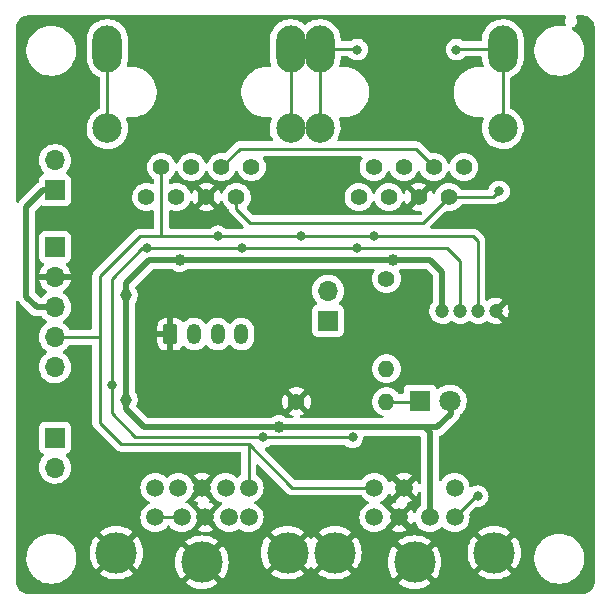
<source format=gtl>
G04 #@! TF.GenerationSoftware,KiCad,Pcbnew,6.0.11-2627ca5db0~126~ubuntu22.04.1*
G04 #@! TF.CreationDate,2023-02-25T00:26:06+01:00*
G04 #@! TF.ProjectId,mini-adapter,6d696e69-2d61-4646-9170-7465722e6b69,rev?*
G04 #@! TF.SameCoordinates,Original*
G04 #@! TF.FileFunction,Copper,L1,Top*
G04 #@! TF.FilePolarity,Positive*
%FSLAX46Y46*%
G04 Gerber Fmt 4.6, Leading zero omitted, Abs format (unit mm)*
G04 Created by KiCad (PCBNEW 6.0.11-2627ca5db0~126~ubuntu22.04.1) date 2023-02-25 00:26:06*
%MOMM*%
%LPD*%
G01*
G04 APERTURE LIST*
G04 Aperture macros list*
%AMRoundRect*
0 Rectangle with rounded corners*
0 $1 Rounding radius*
0 $2 $3 $4 $5 $6 $7 $8 $9 X,Y pos of 4 corners*
0 Add a 4 corners polygon primitive as box body*
4,1,4,$2,$3,$4,$5,$6,$7,$8,$9,$2,$3,0*
0 Add four circle primitives for the rounded corners*
1,1,$1+$1,$2,$3*
1,1,$1+$1,$4,$5*
1,1,$1+$1,$6,$7*
1,1,$1+$1,$8,$9*
0 Add four rect primitives between the rounded corners*
20,1,$1+$1,$2,$3,$4,$5,0*
20,1,$1+$1,$4,$5,$6,$7,0*
20,1,$1+$1,$6,$7,$8,$9,0*
20,1,$1+$1,$8,$9,$2,$3,0*%
G04 Aperture macros list end*
G04 #@! TA.AperFunction,ComponentPad*
%ADD10C,1.400000*%
G04 #@! TD*
G04 #@! TA.AperFunction,ComponentPad*
%ADD11O,1.400000X1.400000*%
G04 #@! TD*
G04 #@! TA.AperFunction,ComponentPad*
%ADD12C,2.500000*%
G04 #@! TD*
G04 #@! TA.AperFunction,ComponentPad*
%ADD13O,2.500000X4.000000*%
G04 #@! TD*
G04 #@! TA.AperFunction,ComponentPad*
%ADD14R,1.700000X1.700000*%
G04 #@! TD*
G04 #@! TA.AperFunction,ComponentPad*
%ADD15O,1.700000X1.700000*%
G04 #@! TD*
G04 #@! TA.AperFunction,ComponentPad*
%ADD16RoundRect,0.250000X-0.350000X-0.625000X0.350000X-0.625000X0.350000X0.625000X-0.350000X0.625000X0*%
G04 #@! TD*
G04 #@! TA.AperFunction,ComponentPad*
%ADD17O,1.200000X1.750000*%
G04 #@! TD*
G04 #@! TA.AperFunction,ComponentPad*
%ADD18R,1.800000X1.800000*%
G04 #@! TD*
G04 #@! TA.AperFunction,ComponentPad*
%ADD19C,1.800000*%
G04 #@! TD*
G04 #@! TA.AperFunction,ComponentPad*
%ADD20C,1.500000*%
G04 #@! TD*
G04 #@! TA.AperFunction,ComponentPad*
%ADD21C,3.500000*%
G04 #@! TD*
G04 #@! TA.AperFunction,ComponentPad*
%ADD22C,1.200000*%
G04 #@! TD*
G04 #@! TA.AperFunction,ViaPad*
%ADD23C,1.000000*%
G04 #@! TD*
G04 #@! TA.AperFunction,ViaPad*
%ADD24C,0.800000*%
G04 #@! TD*
G04 #@! TA.AperFunction,Conductor*
%ADD25C,0.250000*%
G04 #@! TD*
G04 #@! TA.AperFunction,Conductor*
%ADD26C,0.500000*%
G04 #@! TD*
G04 APERTURE END LIST*
D10*
X142875000Y-97790000D03*
D11*
X142875000Y-105410000D03*
D10*
X131445000Y-88342000D03*
X130175000Y-90882000D03*
X128905000Y-88342000D03*
X127635000Y-90882000D03*
X126365000Y-88342000D03*
X125095000Y-90882000D03*
X123825000Y-88342000D03*
X122555000Y-90882000D03*
D12*
X134750000Y-85052000D03*
D13*
X134750000Y-78335200D03*
D12*
X119250000Y-85052000D03*
D13*
X119250000Y-78335200D03*
D14*
X114808000Y-111247000D03*
D15*
X114808000Y-113787000D03*
D10*
X135255000Y-108204000D03*
D11*
X142875000Y-108204000D03*
D16*
X124587000Y-102489000D03*
D17*
X126587000Y-102489000D03*
X128587000Y-102489000D03*
X130587000Y-102489000D03*
D18*
X145725000Y-108170000D03*
D19*
X148265000Y-108170000D03*
D14*
X137922000Y-101351000D03*
D15*
X137922000Y-98811000D03*
D14*
X114808000Y-95123000D03*
D15*
X114808000Y-97663000D03*
X114808000Y-100203000D03*
X114808000Y-102743000D03*
X114808000Y-105283000D03*
D20*
X146550000Y-118000000D03*
X143950000Y-118000000D03*
X148650000Y-118000000D03*
X141850000Y-118000000D03*
X148650000Y-115500000D03*
X144350000Y-115500000D03*
X141850000Y-115500000D03*
D21*
X138500000Y-121000000D03*
X145250000Y-121800000D03*
X152000000Y-121000000D03*
D20*
X129550000Y-118000000D03*
X127550000Y-118000000D03*
X125550000Y-118000000D03*
X131200000Y-118000000D03*
X129250000Y-115500000D03*
X127250000Y-115500000D03*
X123300000Y-118000000D03*
X131200000Y-115500000D03*
X125250000Y-115500000D03*
X123300000Y-115500000D03*
D21*
X120000000Y-121000000D03*
X127250000Y-121800000D03*
X134500000Y-121000000D03*
D10*
X149427000Y-88342000D03*
X148157000Y-90882000D03*
X146887000Y-88342000D03*
X145617000Y-90882000D03*
X144347000Y-88342000D03*
X143077000Y-90882000D03*
X141807000Y-88342000D03*
X140537000Y-90882000D03*
D13*
X152732000Y-78335200D03*
X137232000Y-78335200D03*
D12*
X137232000Y-85052000D03*
X152732000Y-85052000D03*
D22*
X147610000Y-100515000D03*
X149110000Y-100515000D03*
X150610000Y-100515000D03*
X152110000Y-100515000D03*
D14*
X114808000Y-90302000D03*
D15*
X114808000Y-87762000D03*
D23*
X125400000Y-96200000D03*
X143400000Y-96200000D03*
X120800000Y-108054000D03*
X133738000Y-110370000D03*
X120800000Y-99210000D03*
D24*
X150600000Y-116200000D03*
X152400000Y-90400000D03*
X135600000Y-94200000D03*
X128600000Y-94200000D03*
X141800000Y-94200000D03*
X122600000Y-95200000D03*
X132400000Y-111219500D03*
X140400000Y-95200000D03*
X130600000Y-95200000D03*
X140002325Y-111219500D03*
X119600000Y-106798400D03*
X140400000Y-78400000D03*
X148800000Y-78400000D03*
D25*
X142875000Y-108204000D02*
X145691000Y-108204000D01*
X145691000Y-108204000D02*
X145725000Y-108170000D01*
D26*
X122800000Y-96200000D02*
X120800000Y-98200000D01*
X120800000Y-102400000D02*
X120800000Y-108800000D01*
X125400000Y-96200000D02*
X122800000Y-96200000D01*
X146170000Y-110370000D02*
X146550000Y-110750000D01*
X147186000Y-110370000D02*
X148336000Y-109220000D01*
X146170000Y-110370000D02*
X147186000Y-110370000D01*
X122370000Y-110370000D02*
X129230000Y-110370000D01*
X146600000Y-96200000D02*
X143400000Y-96200000D01*
X120800000Y-108800000D02*
X122370000Y-110370000D01*
X146550000Y-110750000D02*
X146550000Y-118000000D01*
X147610000Y-97210000D02*
X146600000Y-96200000D01*
X143400000Y-96200000D02*
X125400000Y-96200000D01*
X148336000Y-108241000D02*
X148265000Y-108170000D01*
X147610000Y-97210000D02*
X147610000Y-100515000D01*
X144130000Y-110370000D02*
X146170000Y-110370000D01*
X148336000Y-109220000D02*
X148336000Y-108241000D01*
X120800000Y-98200000D02*
X120800000Y-102400000D01*
X129230000Y-110370000D02*
X133738000Y-110370000D01*
X133738000Y-110370000D02*
X144130000Y-110370000D01*
D25*
X123300000Y-118000000D02*
X125550000Y-118000000D01*
X130175000Y-91871949D02*
X131352552Y-93049501D01*
X145989499Y-93049501D02*
X148157000Y-90882000D01*
X150450000Y-116200000D02*
X150600000Y-116200000D01*
X152400000Y-90400000D02*
X151918000Y-90882000D01*
X148650000Y-118000000D02*
X150450000Y-116200000D01*
X130175000Y-90882000D02*
X130175000Y-91871949D01*
X131352552Y-93049501D02*
X145989499Y-93049501D01*
X151918000Y-90882000D02*
X148157000Y-90882000D01*
X128905000Y-88342000D02*
X130447000Y-86800000D01*
X145345000Y-86800000D02*
X146887000Y-88342000D01*
X130447000Y-86800000D02*
X145345000Y-86800000D01*
X118600000Y-97600000D02*
X118600000Y-102725000D01*
X114808000Y-102743000D02*
X118582000Y-102743000D01*
X122000000Y-94200000D02*
X118600000Y-97600000D01*
X150200000Y-94200000D02*
X141800000Y-94200000D01*
X118600000Y-102725000D02*
X118600000Y-110000000D01*
X128600000Y-94200000D02*
X135600000Y-94200000D01*
X150610000Y-94610000D02*
X150200000Y-94200000D01*
X150610000Y-94610000D02*
X150610000Y-100515000D01*
X123825000Y-88342000D02*
X123825000Y-94175000D01*
X123825000Y-94175000D02*
X123800000Y-94200000D01*
X123800000Y-94200000D02*
X122000000Y-94200000D01*
X131200000Y-115500000D02*
X131200000Y-111800000D01*
X131200000Y-111800000D02*
X134900000Y-115500000D01*
X123800000Y-94200000D02*
X128600000Y-94200000D01*
X120400000Y-111800000D02*
X131200000Y-111800000D01*
X134900000Y-115500000D02*
X141850000Y-115500000D01*
X118582000Y-102743000D02*
X118600000Y-102725000D01*
X118600000Y-110000000D02*
X120400000Y-111800000D01*
X135600000Y-94200000D02*
X141800000Y-94200000D01*
X148000000Y-95200000D02*
X140400000Y-95200000D01*
X121594500Y-111194500D02*
X132375000Y-111194500D01*
X119600000Y-106315800D02*
X119600000Y-106798400D01*
X119600000Y-97800000D02*
X119600000Y-105249000D01*
X122600000Y-95200000D02*
X122200000Y-95200000D01*
X119600000Y-109200000D02*
X121594500Y-111194500D01*
X132375000Y-111194500D02*
X132400000Y-111219500D01*
X149110000Y-96310000D02*
X149110000Y-100515000D01*
X122200000Y-95200000D02*
X119600000Y-97800000D01*
X140400000Y-95200000D02*
X130600000Y-95200000D01*
X119600000Y-105249000D02*
X119600000Y-106315800D01*
X149110000Y-96310000D02*
X148000000Y-95200000D01*
X132400000Y-111219500D02*
X140002325Y-111219500D01*
X119600000Y-106798400D02*
X119600000Y-109200000D01*
X130600000Y-95200000D02*
X122600000Y-95200000D01*
D26*
X112395000Y-91694000D02*
X113787000Y-90302000D01*
X113284000Y-100203000D02*
X112395000Y-99314000D01*
X112395000Y-99314000D02*
X112395000Y-91694000D01*
X114808000Y-100203000D02*
X113284000Y-100203000D01*
X113787000Y-90302000D02*
X114808000Y-90302000D01*
D25*
X134750000Y-78335200D02*
X134750000Y-85052000D01*
X137232000Y-78335200D02*
X137232000Y-85052000D01*
X119250000Y-78335200D02*
X119250000Y-85052000D01*
X148800000Y-78400000D02*
X148864800Y-78335200D01*
X140335200Y-78335200D02*
X140400000Y-78400000D01*
X137232000Y-78335200D02*
X140335200Y-78335200D01*
X152732000Y-78335200D02*
X152732000Y-85052000D01*
X148864800Y-78335200D02*
X152732000Y-78335200D01*
G04 #@! TA.AperFunction,Conductor*
G36*
X158044339Y-75528502D02*
G01*
X158090832Y-75582158D01*
X158100936Y-75652432D01*
X158078174Y-75701542D01*
X158081491Y-75703721D01*
X158076564Y-75711222D01*
X158070621Y-75717951D01*
X158008718Y-75849800D01*
X158007338Y-75858665D01*
X158007337Y-75858667D01*
X157993089Y-75950175D01*
X157986308Y-75993724D01*
X157987472Y-76002626D01*
X157987472Y-76002629D01*
X157992478Y-76040911D01*
X158005194Y-76138152D01*
X158058282Y-76258803D01*
X158067410Y-76329209D01*
X158037023Y-76393374D01*
X157976770Y-76430925D01*
X157916112Y-76432656D01*
X157812925Y-76410158D01*
X157812920Y-76410157D01*
X157808736Y-76409245D01*
X157777685Y-76406801D01*
X157585718Y-76391693D01*
X157585709Y-76391693D01*
X157583261Y-76391500D01*
X157427729Y-76391500D01*
X157425593Y-76391646D01*
X157425582Y-76391646D01*
X157217452Y-76405835D01*
X157217446Y-76405836D01*
X157213175Y-76406127D01*
X157208980Y-76406996D01*
X157208978Y-76406996D01*
X157093429Y-76430925D01*
X156931658Y-76464426D01*
X156660657Y-76560393D01*
X156405188Y-76692250D01*
X156401687Y-76694711D01*
X156401683Y-76694713D01*
X156391594Y-76701804D01*
X156169977Y-76857559D01*
X155959378Y-77053260D01*
X155777287Y-77275732D01*
X155627073Y-77520858D01*
X155625347Y-77524791D01*
X155625346Y-77524792D01*
X155539158Y-77721134D01*
X155511517Y-77784102D01*
X155432756Y-78060594D01*
X155392249Y-78345216D01*
X155392227Y-78349505D01*
X155392226Y-78349512D01*
X155391001Y-78583365D01*
X155390743Y-78632703D01*
X155428268Y-78917734D01*
X155429401Y-78921874D01*
X155429401Y-78921876D01*
X155447683Y-78988702D01*
X155504129Y-79195036D01*
X155505813Y-79198984D01*
X155589828Y-79395952D01*
X155616923Y-79459476D01*
X155764561Y-79706161D01*
X155944313Y-79930528D01*
X155963174Y-79948426D01*
X156088378Y-80067240D01*
X156152851Y-80128423D01*
X156386317Y-80296186D01*
X156390112Y-80298195D01*
X156390113Y-80298196D01*
X156411869Y-80309715D01*
X156640392Y-80430712D01*
X156910373Y-80529511D01*
X157191264Y-80590755D01*
X157219841Y-80593004D01*
X157414282Y-80608307D01*
X157414291Y-80608307D01*
X157416739Y-80608500D01*
X157572271Y-80608500D01*
X157574407Y-80608354D01*
X157574418Y-80608354D01*
X157782548Y-80594165D01*
X157782554Y-80594164D01*
X157786825Y-80593873D01*
X157791020Y-80593004D01*
X157791022Y-80593004D01*
X157976898Y-80554511D01*
X158068342Y-80535574D01*
X158339343Y-80439607D01*
X158509527Y-80351769D01*
X158591005Y-80309715D01*
X158591006Y-80309715D01*
X158594812Y-80307750D01*
X158598313Y-80305289D01*
X158598317Y-80305287D01*
X158783299Y-80175279D01*
X158830023Y-80142441D01*
X158931226Y-80048397D01*
X159037479Y-79949661D01*
X159037481Y-79949658D01*
X159040622Y-79946740D01*
X159222713Y-79724268D01*
X159372927Y-79479142D01*
X159488483Y-79215898D01*
X159567244Y-78939406D01*
X159607751Y-78654784D01*
X159607845Y-78636951D01*
X159609235Y-78371583D01*
X159609235Y-78371576D01*
X159609257Y-78367297D01*
X159571732Y-78082266D01*
X159495871Y-77804964D01*
X159413890Y-77612763D01*
X159384763Y-77544476D01*
X159384761Y-77544472D01*
X159383077Y-77540524D01*
X159253818Y-77324548D01*
X159237643Y-77297521D01*
X159237640Y-77297517D01*
X159235439Y-77293839D01*
X159055687Y-77069472D01*
X158847149Y-76871577D01*
X158618899Y-76707562D01*
X158575251Y-76651568D01*
X158568805Y-76580864D01*
X158601608Y-76517900D01*
X158659282Y-76483677D01*
X158675006Y-76479390D01*
X158704027Y-76471478D01*
X158711677Y-76466781D01*
X158711679Y-76466780D01*
X158820502Y-76399963D01*
X158820505Y-76399960D01*
X158828154Y-76395264D01*
X158862696Y-76357103D01*
X158919879Y-76293927D01*
X158925901Y-76287274D01*
X158974883Y-76186176D01*
X158985498Y-76164268D01*
X158985499Y-76164266D01*
X158989411Y-76156191D01*
X158990900Y-76147341D01*
X159012771Y-76017344D01*
X159012771Y-76017341D01*
X159013577Y-76012552D01*
X159013730Y-76000000D01*
X159004479Y-75935404D01*
X158994354Y-75864699D01*
X158994353Y-75864696D01*
X158993081Y-75855813D01*
X158989367Y-75847644D01*
X158936510Y-75731391D01*
X158936508Y-75731388D01*
X158932793Y-75723217D01*
X158926932Y-75716415D01*
X158922097Y-75708855D01*
X158923293Y-75708090D01*
X158897905Y-75652085D01*
X158908204Y-75581839D01*
X158954846Y-75528313D01*
X159022672Y-75508500D01*
X159450633Y-75508500D01*
X159470018Y-75510000D01*
X159484851Y-75512310D01*
X159484855Y-75512310D01*
X159493724Y-75513691D01*
X159506397Y-75512034D01*
X159533707Y-75511449D01*
X159661194Y-75522603D01*
X159682817Y-75526415D01*
X159828466Y-75565442D01*
X159849104Y-75572954D01*
X159985760Y-75636678D01*
X160004780Y-75647660D01*
X160128297Y-75734147D01*
X160145122Y-75748265D01*
X160251735Y-75854878D01*
X160265853Y-75871703D01*
X160352340Y-75995220D01*
X160363322Y-76014240D01*
X160427046Y-76150896D01*
X160434557Y-76171534D01*
X160473583Y-76317178D01*
X160477398Y-76338809D01*
X160487947Y-76459393D01*
X160487393Y-76475871D01*
X160487800Y-76475876D01*
X160487690Y-76484853D01*
X160486309Y-76493724D01*
X160487473Y-76502626D01*
X160487473Y-76502628D01*
X160490436Y-76525283D01*
X160491500Y-76541621D01*
X160491500Y-123450633D01*
X160490000Y-123470018D01*
X160487690Y-123484851D01*
X160487690Y-123484855D01*
X160486309Y-123493724D01*
X160487966Y-123506397D01*
X160488551Y-123533707D01*
X160477398Y-123661191D01*
X160473585Y-123682817D01*
X160452174Y-123762724D01*
X160434558Y-123828466D01*
X160427046Y-123849104D01*
X160363322Y-123985760D01*
X160352340Y-124004780D01*
X160265853Y-124128297D01*
X160251735Y-124145122D01*
X160145122Y-124251735D01*
X160128297Y-124265853D01*
X160004780Y-124352340D01*
X159985760Y-124363322D01*
X159849104Y-124427046D01*
X159828466Y-124434557D01*
X159682822Y-124473583D01*
X159661194Y-124477397D01*
X159604659Y-124482344D01*
X159540607Y-124487947D01*
X159524129Y-124487393D01*
X159524124Y-124487800D01*
X159515147Y-124487690D01*
X159506276Y-124486309D01*
X159497374Y-124487473D01*
X159497372Y-124487473D01*
X159483548Y-124489281D01*
X159474714Y-124490436D01*
X159458379Y-124491500D01*
X112549367Y-124491500D01*
X112529982Y-124490000D01*
X112515149Y-124487690D01*
X112515145Y-124487690D01*
X112506276Y-124486309D01*
X112493603Y-124487966D01*
X112466293Y-124488551D01*
X112338806Y-124477397D01*
X112317183Y-124473585D01*
X112171531Y-124434557D01*
X112150896Y-124427046D01*
X112014240Y-124363322D01*
X111995220Y-124352340D01*
X111871703Y-124265853D01*
X111854878Y-124251735D01*
X111748265Y-124145122D01*
X111734147Y-124128297D01*
X111647660Y-124004780D01*
X111636678Y-123985760D01*
X111572954Y-123849104D01*
X111565443Y-123828466D01*
X111526417Y-123682822D01*
X111522602Y-123661191D01*
X111517976Y-123608307D01*
X111512349Y-123543993D01*
X111512374Y-123521758D01*
X111512770Y-123517344D01*
X111513576Y-123512552D01*
X111513729Y-123500000D01*
X111513040Y-123495188D01*
X111513039Y-123495174D01*
X111510090Y-123474585D01*
X111508819Y-123455951D01*
X111508952Y-123434214D01*
X111508976Y-123430279D01*
X111508592Y-123428935D01*
X111508500Y-123427590D01*
X111508500Y-121632703D01*
X112390743Y-121632703D01*
X112428268Y-121917734D01*
X112504129Y-122195036D01*
X112505813Y-122198984D01*
X112590547Y-122397638D01*
X112616923Y-122459476D01*
X112764561Y-122706161D01*
X112944313Y-122930528D01*
X113067711Y-123047628D01*
X113111068Y-123088772D01*
X113152851Y-123128423D01*
X113386317Y-123296186D01*
X113390112Y-123298195D01*
X113390113Y-123298196D01*
X113411869Y-123309715D01*
X113640392Y-123430712D01*
X113664699Y-123439607D01*
X113884449Y-123520024D01*
X113910373Y-123529511D01*
X114191264Y-123590755D01*
X114213589Y-123592512D01*
X114414282Y-123608307D01*
X114414291Y-123608307D01*
X114416739Y-123608500D01*
X114572271Y-123608500D01*
X114574407Y-123608354D01*
X114574418Y-123608354D01*
X114782548Y-123594165D01*
X114782554Y-123594164D01*
X114786825Y-123593873D01*
X114791020Y-123593004D01*
X114791022Y-123593004D01*
X114907629Y-123568856D01*
X125846601Y-123568856D01*
X125853059Y-123578216D01*
X125869361Y-123592512D01*
X125875901Y-123597530D01*
X126115144Y-123757387D01*
X126122281Y-123761508D01*
X126380349Y-123888772D01*
X126387953Y-123891922D01*
X126660420Y-123984412D01*
X126668383Y-123986546D01*
X126950600Y-124042683D01*
X126958751Y-124043756D01*
X127245881Y-124062575D01*
X127254119Y-124062575D01*
X127541249Y-124043756D01*
X127549400Y-124042683D01*
X127831617Y-123986546D01*
X127839580Y-123984412D01*
X128112047Y-123891922D01*
X128119651Y-123888772D01*
X128377719Y-123761508D01*
X128384856Y-123757387D01*
X128624099Y-123597530D01*
X128630639Y-123592512D01*
X128645074Y-123579853D01*
X128652050Y-123568856D01*
X143846601Y-123568856D01*
X143853059Y-123578216D01*
X143869361Y-123592512D01*
X143875901Y-123597530D01*
X144115144Y-123757387D01*
X144122281Y-123761508D01*
X144380349Y-123888772D01*
X144387953Y-123891922D01*
X144660420Y-123984412D01*
X144668383Y-123986546D01*
X144950600Y-124042683D01*
X144958751Y-124043756D01*
X145245881Y-124062575D01*
X145254119Y-124062575D01*
X145541249Y-124043756D01*
X145549400Y-124042683D01*
X145831617Y-123986546D01*
X145839580Y-123984412D01*
X146112047Y-123891922D01*
X146119651Y-123888772D01*
X146377719Y-123761508D01*
X146384856Y-123757387D01*
X146624099Y-123597530D01*
X146630639Y-123592512D01*
X146645074Y-123579853D01*
X146653472Y-123566614D01*
X146647638Y-123556849D01*
X145262810Y-122172020D01*
X145248869Y-122164408D01*
X145247034Y-122164539D01*
X145240420Y-122168790D01*
X143854116Y-123555095D01*
X143846601Y-123568856D01*
X128652050Y-123568856D01*
X128653472Y-123566614D01*
X128647638Y-123556849D01*
X127262810Y-122172020D01*
X127248869Y-122164408D01*
X127247034Y-122164539D01*
X127240420Y-122168790D01*
X125854116Y-123555095D01*
X125846601Y-123568856D01*
X114907629Y-123568856D01*
X114974078Y-123555095D01*
X115068342Y-123535574D01*
X115339343Y-123439607D01*
X115594812Y-123307750D01*
X115598313Y-123305289D01*
X115598317Y-123305287D01*
X115743185Y-123203472D01*
X115830023Y-123142441D01*
X116024730Y-122961508D01*
X116037479Y-122949661D01*
X116037481Y-122949658D01*
X116040622Y-122946740D01*
X116186218Y-122768856D01*
X118596601Y-122768856D01*
X118603059Y-122778216D01*
X118619361Y-122792512D01*
X118625901Y-122797530D01*
X118865144Y-122957387D01*
X118872281Y-122961508D01*
X119130349Y-123088772D01*
X119137953Y-123091922D01*
X119410420Y-123184412D01*
X119418383Y-123186546D01*
X119700600Y-123242683D01*
X119708751Y-123243756D01*
X119995881Y-123262575D01*
X120004119Y-123262575D01*
X120291249Y-123243756D01*
X120299400Y-123242683D01*
X120581617Y-123186546D01*
X120589580Y-123184412D01*
X120862047Y-123091922D01*
X120869651Y-123088772D01*
X121127719Y-122961508D01*
X121134856Y-122957387D01*
X121374099Y-122797530D01*
X121380639Y-122792512D01*
X121395074Y-122779853D01*
X121403472Y-122766614D01*
X121397638Y-122756849D01*
X120012810Y-121372020D01*
X119998869Y-121364408D01*
X119997034Y-121364539D01*
X119990420Y-121368790D01*
X118604116Y-122755095D01*
X118596601Y-122768856D01*
X116186218Y-122768856D01*
X116222713Y-122724268D01*
X116372927Y-122479142D01*
X116415738Y-122381617D01*
X116486757Y-122219830D01*
X116488483Y-122215898D01*
X116567244Y-121939406D01*
X116607751Y-121654784D01*
X116607845Y-121636951D01*
X116609235Y-121371583D01*
X116609235Y-121371576D01*
X116609257Y-121367297D01*
X116571732Y-121082266D01*
X116550353Y-121004119D01*
X117737425Y-121004119D01*
X117756244Y-121291249D01*
X117757317Y-121299400D01*
X117813454Y-121581617D01*
X117815588Y-121589580D01*
X117908078Y-121862047D01*
X117911228Y-121869651D01*
X118038492Y-122127718D01*
X118042613Y-122134855D01*
X118202470Y-122374099D01*
X118207488Y-122380639D01*
X118220147Y-122395074D01*
X118233386Y-122403472D01*
X118243151Y-122397638D01*
X119627980Y-121012810D01*
X119634357Y-121001131D01*
X120364408Y-121001131D01*
X120364539Y-121002966D01*
X120368790Y-121009580D01*
X121755095Y-122395884D01*
X121768856Y-122403399D01*
X121778216Y-122396941D01*
X121792512Y-122380639D01*
X121797530Y-122374099D01*
X121957387Y-122134855D01*
X121961508Y-122127718D01*
X122088772Y-121869651D01*
X122091922Y-121862047D01*
X122111586Y-121804119D01*
X124987425Y-121804119D01*
X125006244Y-122091249D01*
X125007317Y-122099400D01*
X125063454Y-122381617D01*
X125065588Y-122389580D01*
X125158078Y-122662047D01*
X125161228Y-122669651D01*
X125288492Y-122927718D01*
X125292613Y-122934855D01*
X125452470Y-123174099D01*
X125457488Y-123180639D01*
X125470147Y-123195074D01*
X125483386Y-123203472D01*
X125493151Y-123197638D01*
X126877980Y-121812810D01*
X126884357Y-121801131D01*
X127614408Y-121801131D01*
X127614539Y-121802966D01*
X127618790Y-121809580D01*
X129005095Y-123195884D01*
X129018856Y-123203399D01*
X129028216Y-123196941D01*
X129042512Y-123180639D01*
X129047530Y-123174099D01*
X129207387Y-122934855D01*
X129211508Y-122927718D01*
X129289850Y-122768856D01*
X133096601Y-122768856D01*
X133103059Y-122778216D01*
X133119361Y-122792512D01*
X133125901Y-122797530D01*
X133365144Y-122957387D01*
X133372281Y-122961508D01*
X133630349Y-123088772D01*
X133637953Y-123091922D01*
X133910420Y-123184412D01*
X133918383Y-123186546D01*
X134200600Y-123242683D01*
X134208751Y-123243756D01*
X134495881Y-123262575D01*
X134504119Y-123262575D01*
X134791249Y-123243756D01*
X134799400Y-123242683D01*
X135081617Y-123186546D01*
X135089580Y-123184412D01*
X135362047Y-123091922D01*
X135369651Y-123088772D01*
X135627719Y-122961508D01*
X135634856Y-122957387D01*
X135874099Y-122797530D01*
X135880639Y-122792512D01*
X135895074Y-122779853D01*
X135902050Y-122768856D01*
X137096601Y-122768856D01*
X137103059Y-122778216D01*
X137119361Y-122792512D01*
X137125901Y-122797530D01*
X137365144Y-122957387D01*
X137372281Y-122961508D01*
X137630349Y-123088772D01*
X137637953Y-123091922D01*
X137910420Y-123184412D01*
X137918383Y-123186546D01*
X138200600Y-123242683D01*
X138208751Y-123243756D01*
X138495881Y-123262575D01*
X138504119Y-123262575D01*
X138791249Y-123243756D01*
X138799400Y-123242683D01*
X139081617Y-123186546D01*
X139089580Y-123184412D01*
X139362047Y-123091922D01*
X139369651Y-123088772D01*
X139627719Y-122961508D01*
X139634856Y-122957387D01*
X139874099Y-122797530D01*
X139880639Y-122792512D01*
X139895074Y-122779853D01*
X139903472Y-122766614D01*
X139897638Y-122756849D01*
X138512810Y-121372020D01*
X138498869Y-121364408D01*
X138497034Y-121364539D01*
X138490420Y-121368790D01*
X137104116Y-122755095D01*
X137096601Y-122768856D01*
X135902050Y-122768856D01*
X135903472Y-122766614D01*
X135897638Y-122756849D01*
X134512810Y-121372020D01*
X134498869Y-121364408D01*
X134497034Y-121364539D01*
X134490420Y-121368790D01*
X133104116Y-122755095D01*
X133096601Y-122768856D01*
X129289850Y-122768856D01*
X129338772Y-122669651D01*
X129341922Y-122662047D01*
X129434412Y-122389580D01*
X129436546Y-122381617D01*
X129492683Y-122099400D01*
X129493756Y-122091249D01*
X129512575Y-121804119D01*
X129512575Y-121795881D01*
X129493756Y-121508751D01*
X129492683Y-121500600D01*
X129436546Y-121218383D01*
X129434412Y-121210420D01*
X129364382Y-121004119D01*
X132237425Y-121004119D01*
X132256244Y-121291249D01*
X132257317Y-121299400D01*
X132313454Y-121581617D01*
X132315588Y-121589580D01*
X132408078Y-121862047D01*
X132411228Y-121869651D01*
X132538492Y-122127718D01*
X132542613Y-122134855D01*
X132702470Y-122374099D01*
X132707488Y-122380639D01*
X132720147Y-122395074D01*
X132733386Y-122403472D01*
X132743151Y-122397638D01*
X134127980Y-121012810D01*
X134134357Y-121001131D01*
X134864408Y-121001131D01*
X134864539Y-121002966D01*
X134868790Y-121009580D01*
X136255095Y-122395884D01*
X136268856Y-122403399D01*
X136278216Y-122396941D01*
X136292512Y-122380639D01*
X136297530Y-122374099D01*
X136395235Y-122227873D01*
X136449711Y-122182346D01*
X136520155Y-122173497D01*
X136584199Y-122204138D01*
X136604765Y-122227873D01*
X136702470Y-122374099D01*
X136707488Y-122380639D01*
X136720147Y-122395074D01*
X136733386Y-122403472D01*
X136743151Y-122397638D01*
X138127980Y-121012810D01*
X138134357Y-121001131D01*
X138864408Y-121001131D01*
X138864539Y-121002966D01*
X138868790Y-121009580D01*
X140255095Y-122395884D01*
X140268856Y-122403399D01*
X140278216Y-122396941D01*
X140292512Y-122380639D01*
X140297530Y-122374099D01*
X140457387Y-122134855D01*
X140461508Y-122127718D01*
X140588772Y-121869651D01*
X140591922Y-121862047D01*
X140611586Y-121804119D01*
X142987425Y-121804119D01*
X143006244Y-122091249D01*
X143007317Y-122099400D01*
X143063454Y-122381617D01*
X143065588Y-122389580D01*
X143158078Y-122662047D01*
X143161228Y-122669651D01*
X143288492Y-122927718D01*
X143292613Y-122934855D01*
X143452470Y-123174099D01*
X143457488Y-123180639D01*
X143470147Y-123195074D01*
X143483386Y-123203472D01*
X143493151Y-123197638D01*
X144877980Y-121812810D01*
X144884357Y-121801131D01*
X145614408Y-121801131D01*
X145614539Y-121802966D01*
X145618790Y-121809580D01*
X147005095Y-123195884D01*
X147018856Y-123203399D01*
X147028216Y-123196941D01*
X147042512Y-123180639D01*
X147047530Y-123174099D01*
X147207387Y-122934855D01*
X147211508Y-122927718D01*
X147289850Y-122768856D01*
X150596601Y-122768856D01*
X150603059Y-122778216D01*
X150619361Y-122792512D01*
X150625901Y-122797530D01*
X150865144Y-122957387D01*
X150872281Y-122961508D01*
X151130349Y-123088772D01*
X151137953Y-123091922D01*
X151410420Y-123184412D01*
X151418383Y-123186546D01*
X151700600Y-123242683D01*
X151708751Y-123243756D01*
X151995881Y-123262575D01*
X152004119Y-123262575D01*
X152291249Y-123243756D01*
X152299400Y-123242683D01*
X152581617Y-123186546D01*
X152589580Y-123184412D01*
X152862047Y-123091922D01*
X152869651Y-123088772D01*
X153127719Y-122961508D01*
X153134856Y-122957387D01*
X153374099Y-122797530D01*
X153380639Y-122792512D01*
X153395074Y-122779853D01*
X153403472Y-122766614D01*
X153397638Y-122756849D01*
X152012810Y-121372020D01*
X151998869Y-121364408D01*
X151997034Y-121364539D01*
X151990420Y-121368790D01*
X150604116Y-122755095D01*
X150596601Y-122768856D01*
X147289850Y-122768856D01*
X147338772Y-122669651D01*
X147341922Y-122662047D01*
X147434412Y-122389580D01*
X147436546Y-122381617D01*
X147492683Y-122099400D01*
X147493756Y-122091249D01*
X147512575Y-121804119D01*
X147512575Y-121795881D01*
X147493756Y-121508751D01*
X147492683Y-121500600D01*
X147436546Y-121218383D01*
X147434412Y-121210420D01*
X147364382Y-121004119D01*
X149737425Y-121004119D01*
X149756244Y-121291249D01*
X149757317Y-121299400D01*
X149813454Y-121581617D01*
X149815588Y-121589580D01*
X149908078Y-121862047D01*
X149911228Y-121869651D01*
X150038492Y-122127718D01*
X150042613Y-122134855D01*
X150202470Y-122374099D01*
X150207488Y-122380639D01*
X150220147Y-122395074D01*
X150233386Y-122403472D01*
X150243151Y-122397638D01*
X151627980Y-121012810D01*
X151634357Y-121001131D01*
X152364408Y-121001131D01*
X152364539Y-121002966D01*
X152368790Y-121009580D01*
X153755095Y-122395884D01*
X153768856Y-122403399D01*
X153778216Y-122396941D01*
X153792512Y-122380639D01*
X153797530Y-122374099D01*
X153957387Y-122134855D01*
X153961508Y-122127718D01*
X154088772Y-121869651D01*
X154091922Y-121862047D01*
X154169774Y-121632703D01*
X155390743Y-121632703D01*
X155428268Y-121917734D01*
X155504129Y-122195036D01*
X155505813Y-122198984D01*
X155590547Y-122397638D01*
X155616923Y-122459476D01*
X155764561Y-122706161D01*
X155944313Y-122930528D01*
X156067711Y-123047628D01*
X156111068Y-123088772D01*
X156152851Y-123128423D01*
X156386317Y-123296186D01*
X156390112Y-123298195D01*
X156390113Y-123298196D01*
X156411869Y-123309715D01*
X156640392Y-123430712D01*
X156664699Y-123439607D01*
X156884449Y-123520024D01*
X156910373Y-123529511D01*
X157191264Y-123590755D01*
X157213589Y-123592512D01*
X157414282Y-123608307D01*
X157414291Y-123608307D01*
X157416739Y-123608500D01*
X157572271Y-123608500D01*
X157574407Y-123608354D01*
X157574418Y-123608354D01*
X157782548Y-123594165D01*
X157782554Y-123594164D01*
X157786825Y-123593873D01*
X157791020Y-123593004D01*
X157791022Y-123593004D01*
X157974078Y-123555095D01*
X158068342Y-123535574D01*
X158339343Y-123439607D01*
X158594812Y-123307750D01*
X158598313Y-123305289D01*
X158598317Y-123305287D01*
X158743185Y-123203472D01*
X158830023Y-123142441D01*
X159024730Y-122961508D01*
X159037479Y-122949661D01*
X159037481Y-122949658D01*
X159040622Y-122946740D01*
X159222713Y-122724268D01*
X159372927Y-122479142D01*
X159415738Y-122381617D01*
X159486757Y-122219830D01*
X159488483Y-122215898D01*
X159567244Y-121939406D01*
X159607751Y-121654784D01*
X159607845Y-121636951D01*
X159609235Y-121371583D01*
X159609235Y-121371576D01*
X159609257Y-121367297D01*
X159571732Y-121082266D01*
X159495871Y-120804964D01*
X159423627Y-120635592D01*
X159384763Y-120544476D01*
X159384761Y-120544472D01*
X159383077Y-120540524D01*
X159235439Y-120293839D01*
X159055687Y-120069472D01*
X158847149Y-119871577D01*
X158613683Y-119703814D01*
X158591843Y-119692250D01*
X158447053Y-119615588D01*
X158359608Y-119569288D01*
X158089627Y-119470489D01*
X157808736Y-119409245D01*
X157777685Y-119406801D01*
X157585718Y-119391693D01*
X157585709Y-119391693D01*
X157583261Y-119391500D01*
X157427729Y-119391500D01*
X157425593Y-119391646D01*
X157425582Y-119391646D01*
X157217452Y-119405835D01*
X157217446Y-119405836D01*
X157213175Y-119406127D01*
X157208980Y-119406996D01*
X157208978Y-119406996D01*
X157072416Y-119435277D01*
X156931658Y-119464426D01*
X156660657Y-119560393D01*
X156405188Y-119692250D01*
X156401687Y-119694711D01*
X156401683Y-119694713D01*
X156391594Y-119701804D01*
X156169977Y-119857559D01*
X156154892Y-119871577D01*
X155970257Y-120043151D01*
X155959378Y-120053260D01*
X155777287Y-120275732D01*
X155627073Y-120520858D01*
X155625347Y-120524791D01*
X155625346Y-120524792D01*
X155548172Y-120700600D01*
X155511517Y-120784102D01*
X155432756Y-121060594D01*
X155429672Y-121082266D01*
X155399930Y-121291249D01*
X155392249Y-121345216D01*
X155392227Y-121349505D01*
X155392226Y-121349512D01*
X155390765Y-121628417D01*
X155390743Y-121632703D01*
X154169774Y-121632703D01*
X154184412Y-121589580D01*
X154186546Y-121581617D01*
X154242683Y-121299400D01*
X154243756Y-121291249D01*
X154262575Y-121004119D01*
X154262575Y-120995881D01*
X154243756Y-120708751D01*
X154242683Y-120700600D01*
X154186546Y-120418383D01*
X154184412Y-120410420D01*
X154091922Y-120137953D01*
X154088772Y-120130349D01*
X153961508Y-119872282D01*
X153957387Y-119865145D01*
X153797530Y-119625901D01*
X153792512Y-119619361D01*
X153779853Y-119604926D01*
X153766614Y-119596528D01*
X153756849Y-119602362D01*
X152372020Y-120987190D01*
X152364408Y-121001131D01*
X151634357Y-121001131D01*
X151635592Y-120998869D01*
X151635461Y-120997034D01*
X151631210Y-120990420D01*
X150244905Y-119604116D01*
X150231144Y-119596601D01*
X150221784Y-119603059D01*
X150207488Y-119619361D01*
X150202470Y-119625901D01*
X150042613Y-119865145D01*
X150038492Y-119872282D01*
X149911228Y-120130349D01*
X149908078Y-120137953D01*
X149815588Y-120410420D01*
X149813454Y-120418383D01*
X149757317Y-120700600D01*
X149756244Y-120708751D01*
X149737425Y-120995881D01*
X149737425Y-121004119D01*
X147364382Y-121004119D01*
X147341922Y-120937953D01*
X147338772Y-120930349D01*
X147211508Y-120672282D01*
X147207387Y-120665145D01*
X147047530Y-120425901D01*
X147042512Y-120419361D01*
X147029853Y-120404926D01*
X147016614Y-120396528D01*
X147006849Y-120402362D01*
X145622020Y-121787190D01*
X145614408Y-121801131D01*
X144884357Y-121801131D01*
X144885592Y-121798869D01*
X144885461Y-121797034D01*
X144881210Y-121790420D01*
X143494905Y-120404116D01*
X143481144Y-120396601D01*
X143471784Y-120403059D01*
X143457488Y-120419361D01*
X143452470Y-120425901D01*
X143292613Y-120665145D01*
X143288492Y-120672282D01*
X143161228Y-120930349D01*
X143158078Y-120937953D01*
X143065588Y-121210420D01*
X143063454Y-121218383D01*
X143007317Y-121500600D01*
X143006244Y-121508751D01*
X142987425Y-121795881D01*
X142987425Y-121804119D01*
X140611586Y-121804119D01*
X140684412Y-121589580D01*
X140686546Y-121581617D01*
X140742683Y-121299400D01*
X140743756Y-121291249D01*
X140762575Y-121004119D01*
X140762575Y-120995881D01*
X140743756Y-120708751D01*
X140742683Y-120700600D01*
X140686546Y-120418383D01*
X140684412Y-120410420D01*
X140591922Y-120137953D01*
X140588772Y-120130349D01*
X140540955Y-120033386D01*
X143846528Y-120033386D01*
X143852362Y-120043151D01*
X145237190Y-121427980D01*
X145251131Y-121435592D01*
X145252966Y-121435461D01*
X145259580Y-121431210D01*
X146645884Y-120044905D01*
X146653399Y-120031144D01*
X146646941Y-120021784D01*
X146630639Y-120007488D01*
X146624099Y-120002470D01*
X146384856Y-119842613D01*
X146377719Y-119838492D01*
X146119651Y-119711228D01*
X146112047Y-119708078D01*
X145839580Y-119615588D01*
X145831617Y-119613454D01*
X145549400Y-119557317D01*
X145541249Y-119556244D01*
X145254119Y-119537425D01*
X145245881Y-119537425D01*
X144958751Y-119556244D01*
X144950600Y-119557317D01*
X144668383Y-119613454D01*
X144660420Y-119615588D01*
X144387953Y-119708078D01*
X144380349Y-119711228D01*
X144122282Y-119838492D01*
X144115145Y-119842613D01*
X143875901Y-120002470D01*
X143869361Y-120007488D01*
X143854926Y-120020147D01*
X143846528Y-120033386D01*
X140540955Y-120033386D01*
X140461508Y-119872282D01*
X140457387Y-119865145D01*
X140297530Y-119625901D01*
X140292512Y-119619361D01*
X140279853Y-119604926D01*
X140266614Y-119596528D01*
X140256849Y-119602362D01*
X138872020Y-120987190D01*
X138864408Y-121001131D01*
X138134357Y-121001131D01*
X138135592Y-120998869D01*
X138135461Y-120997034D01*
X138131210Y-120990420D01*
X136744905Y-119604116D01*
X136731144Y-119596601D01*
X136721784Y-119603059D01*
X136707488Y-119619361D01*
X136702470Y-119625901D01*
X136604765Y-119772127D01*
X136550289Y-119817654D01*
X136479845Y-119826503D01*
X136415801Y-119795862D01*
X136395235Y-119772127D01*
X136297530Y-119625901D01*
X136292512Y-119619361D01*
X136279853Y-119604926D01*
X136266614Y-119596528D01*
X136256849Y-119602362D01*
X134872020Y-120987190D01*
X134864408Y-121001131D01*
X134134357Y-121001131D01*
X134135592Y-120998869D01*
X134135461Y-120997034D01*
X134131210Y-120990420D01*
X132744905Y-119604116D01*
X132731144Y-119596601D01*
X132721784Y-119603059D01*
X132707488Y-119619361D01*
X132702470Y-119625901D01*
X132542613Y-119865145D01*
X132538492Y-119872282D01*
X132411228Y-120130349D01*
X132408078Y-120137953D01*
X132315588Y-120410420D01*
X132313454Y-120418383D01*
X132257317Y-120700600D01*
X132256244Y-120708751D01*
X132237425Y-120995881D01*
X132237425Y-121004119D01*
X129364382Y-121004119D01*
X129341922Y-120937953D01*
X129338772Y-120930349D01*
X129211508Y-120672282D01*
X129207387Y-120665145D01*
X129047530Y-120425901D01*
X129042512Y-120419361D01*
X129029853Y-120404926D01*
X129016614Y-120396528D01*
X129006849Y-120402362D01*
X127622020Y-121787190D01*
X127614408Y-121801131D01*
X126884357Y-121801131D01*
X126885592Y-121798869D01*
X126885461Y-121797034D01*
X126881210Y-121790420D01*
X125494905Y-120404116D01*
X125481144Y-120396601D01*
X125471784Y-120403059D01*
X125457488Y-120419361D01*
X125452470Y-120425901D01*
X125292613Y-120665145D01*
X125288492Y-120672282D01*
X125161228Y-120930349D01*
X125158078Y-120937953D01*
X125065588Y-121210420D01*
X125063454Y-121218383D01*
X125007317Y-121500600D01*
X125006244Y-121508751D01*
X124987425Y-121795881D01*
X124987425Y-121804119D01*
X122111586Y-121804119D01*
X122184412Y-121589580D01*
X122186546Y-121581617D01*
X122242683Y-121299400D01*
X122243756Y-121291249D01*
X122262575Y-121004119D01*
X122262575Y-120995881D01*
X122243756Y-120708751D01*
X122242683Y-120700600D01*
X122186546Y-120418383D01*
X122184412Y-120410420D01*
X122091922Y-120137953D01*
X122088772Y-120130349D01*
X122040955Y-120033386D01*
X125846528Y-120033386D01*
X125852362Y-120043151D01*
X127237190Y-121427980D01*
X127251131Y-121435592D01*
X127252966Y-121435461D01*
X127259580Y-121431210D01*
X128645884Y-120044905D01*
X128653399Y-120031144D01*
X128646941Y-120021784D01*
X128630639Y-120007488D01*
X128624099Y-120002470D01*
X128384856Y-119842613D01*
X128377719Y-119838492D01*
X128119651Y-119711228D01*
X128112047Y-119708078D01*
X127839580Y-119615588D01*
X127831617Y-119613454D01*
X127549400Y-119557317D01*
X127541249Y-119556244D01*
X127254119Y-119537425D01*
X127245881Y-119537425D01*
X126958751Y-119556244D01*
X126950600Y-119557317D01*
X126668383Y-119613454D01*
X126660420Y-119615588D01*
X126387953Y-119708078D01*
X126380349Y-119711228D01*
X126122282Y-119838492D01*
X126115145Y-119842613D01*
X125875901Y-120002470D01*
X125869361Y-120007488D01*
X125854926Y-120020147D01*
X125846528Y-120033386D01*
X122040955Y-120033386D01*
X121961508Y-119872282D01*
X121957387Y-119865145D01*
X121797530Y-119625901D01*
X121792512Y-119619361D01*
X121779853Y-119604926D01*
X121766614Y-119596528D01*
X121756849Y-119602362D01*
X120372020Y-120987190D01*
X120364408Y-121001131D01*
X119634357Y-121001131D01*
X119635592Y-120998869D01*
X119635461Y-120997034D01*
X119631210Y-120990420D01*
X118244905Y-119604116D01*
X118231144Y-119596601D01*
X118221784Y-119603059D01*
X118207488Y-119619361D01*
X118202470Y-119625901D01*
X118042613Y-119865145D01*
X118038492Y-119872282D01*
X117911228Y-120130349D01*
X117908078Y-120137953D01*
X117815588Y-120410420D01*
X117813454Y-120418383D01*
X117757317Y-120700600D01*
X117756244Y-120708751D01*
X117737425Y-120995881D01*
X117737425Y-121004119D01*
X116550353Y-121004119D01*
X116495871Y-120804964D01*
X116423627Y-120635592D01*
X116384763Y-120544476D01*
X116384761Y-120544472D01*
X116383077Y-120540524D01*
X116235439Y-120293839D01*
X116055687Y-120069472D01*
X115847149Y-119871577D01*
X115613683Y-119703814D01*
X115591843Y-119692250D01*
X115447053Y-119615588D01*
X115359608Y-119569288D01*
X115089627Y-119470489D01*
X114808736Y-119409245D01*
X114777685Y-119406801D01*
X114585718Y-119391693D01*
X114585709Y-119391693D01*
X114583261Y-119391500D01*
X114427729Y-119391500D01*
X114425593Y-119391646D01*
X114425582Y-119391646D01*
X114217452Y-119405835D01*
X114217446Y-119405836D01*
X114213175Y-119406127D01*
X114208980Y-119406996D01*
X114208978Y-119406996D01*
X114072416Y-119435277D01*
X113931658Y-119464426D01*
X113660657Y-119560393D01*
X113405188Y-119692250D01*
X113401687Y-119694711D01*
X113401683Y-119694713D01*
X113391594Y-119701804D01*
X113169977Y-119857559D01*
X113154892Y-119871577D01*
X112970257Y-120043151D01*
X112959378Y-120053260D01*
X112777287Y-120275732D01*
X112627073Y-120520858D01*
X112625347Y-120524791D01*
X112625346Y-120524792D01*
X112548172Y-120700600D01*
X112511517Y-120784102D01*
X112432756Y-121060594D01*
X112429672Y-121082266D01*
X112399930Y-121291249D01*
X112392249Y-121345216D01*
X112392227Y-121349505D01*
X112392226Y-121349512D01*
X112390765Y-121628417D01*
X112390743Y-121632703D01*
X111508500Y-121632703D01*
X111508500Y-119233386D01*
X118596528Y-119233386D01*
X118602362Y-119243151D01*
X119987190Y-120627980D01*
X120001131Y-120635592D01*
X120002966Y-120635461D01*
X120009580Y-120631210D01*
X121395884Y-119244905D01*
X121403399Y-119231144D01*
X121396941Y-119221784D01*
X121380639Y-119207488D01*
X121374099Y-119202470D01*
X121134856Y-119042613D01*
X121127719Y-119038492D01*
X120869651Y-118911228D01*
X120862047Y-118908078D01*
X120589580Y-118815588D01*
X120581617Y-118813454D01*
X120299400Y-118757317D01*
X120291249Y-118756244D01*
X120004119Y-118737425D01*
X119995881Y-118737425D01*
X119708751Y-118756244D01*
X119700600Y-118757317D01*
X119418383Y-118813454D01*
X119410420Y-118815588D01*
X119137953Y-118908078D01*
X119130349Y-118911228D01*
X118872282Y-119038492D01*
X118865145Y-119042613D01*
X118625901Y-119202470D01*
X118619361Y-119207488D01*
X118604926Y-119220147D01*
X118596528Y-119233386D01*
X111508500Y-119233386D01*
X111508500Y-118000000D01*
X122036693Y-118000000D01*
X122055885Y-118219371D01*
X122112880Y-118432076D01*
X122115205Y-118437061D01*
X122203618Y-118626666D01*
X122203621Y-118626671D01*
X122205944Y-118631653D01*
X122209100Y-118636160D01*
X122209101Y-118636162D01*
X122316765Y-118789921D01*
X122332251Y-118812038D01*
X122487962Y-118967749D01*
X122492471Y-118970906D01*
X122492473Y-118970908D01*
X122539555Y-119003875D01*
X122668346Y-119094056D01*
X122867924Y-119187120D01*
X123080629Y-119244115D01*
X123300000Y-119263307D01*
X123519371Y-119244115D01*
X123732076Y-119187120D01*
X123931654Y-119094056D01*
X124060445Y-119003875D01*
X124107527Y-118970908D01*
X124107529Y-118970906D01*
X124112038Y-118967749D01*
X124267749Y-118812038D01*
X124306817Y-118756244D01*
X124321787Y-118734864D01*
X124377244Y-118690536D01*
X124447864Y-118683227D01*
X124511224Y-118715258D01*
X124528213Y-118734864D01*
X124543184Y-118756244D01*
X124582251Y-118812038D01*
X124737962Y-118967749D01*
X124742471Y-118970906D01*
X124742473Y-118970908D01*
X124789555Y-119003875D01*
X124918346Y-119094056D01*
X125117924Y-119187120D01*
X125330629Y-119244115D01*
X125550000Y-119263307D01*
X125769371Y-119244115D01*
X125982076Y-119187120D01*
X126181654Y-119094056D01*
X126244342Y-119050161D01*
X126864393Y-119050161D01*
X126873687Y-119062175D01*
X126914088Y-119090464D01*
X126923584Y-119095947D01*
X127113113Y-119184326D01*
X127123405Y-119188072D01*
X127325401Y-119242196D01*
X127336196Y-119244099D01*
X127544525Y-119262326D01*
X127555475Y-119262326D01*
X127763804Y-119244099D01*
X127774599Y-119242196D01*
X127976595Y-119188072D01*
X127986887Y-119184326D01*
X128176416Y-119095947D01*
X128185912Y-119090464D01*
X128227148Y-119061590D01*
X128235523Y-119051112D01*
X128228457Y-119037668D01*
X127562811Y-118372021D01*
X127548868Y-118364408D01*
X127547034Y-118364539D01*
X127540420Y-118368790D01*
X126870820Y-119038391D01*
X126864393Y-119050161D01*
X126244342Y-119050161D01*
X126310445Y-119003875D01*
X126357527Y-118970908D01*
X126357529Y-118970906D01*
X126362038Y-118967749D01*
X126517749Y-118812038D01*
X126533236Y-118789921D01*
X126640899Y-118636162D01*
X126640900Y-118636160D01*
X126644056Y-118631653D01*
X126646379Y-118626671D01*
X126646382Y-118626666D01*
X126708864Y-118492671D01*
X126733964Y-118456825D01*
X127177979Y-118012811D01*
X127185592Y-117998868D01*
X127185461Y-117997034D01*
X127181210Y-117990420D01*
X126733964Y-117543175D01*
X126708864Y-117507329D01*
X126646382Y-117373334D01*
X126646379Y-117373329D01*
X126644056Y-117368347D01*
X126640899Y-117363838D01*
X126520908Y-117192473D01*
X126520906Y-117192470D01*
X126517749Y-117187962D01*
X126362038Y-117032251D01*
X126352706Y-117025716D01*
X126244342Y-116949839D01*
X126181654Y-116905944D01*
X125982076Y-116812880D01*
X125976766Y-116811457D01*
X125976760Y-116811455D01*
X125944428Y-116802792D01*
X125883805Y-116765841D01*
X125852783Y-116701980D01*
X125861211Y-116631486D01*
X125904767Y-116577872D01*
X125944342Y-116550161D01*
X126564393Y-116550161D01*
X126573687Y-116562175D01*
X126614088Y-116590464D01*
X126623584Y-116595947D01*
X126813113Y-116684326D01*
X126823407Y-116688073D01*
X126856737Y-116697003D01*
X126917360Y-116733954D01*
X126948382Y-116797814D01*
X126939954Y-116868309D01*
X126896397Y-116921924D01*
X126872851Y-116938411D01*
X126864477Y-116948887D01*
X126871545Y-116962334D01*
X127537189Y-117627979D01*
X127551132Y-117635592D01*
X127552966Y-117635461D01*
X127559580Y-117631210D01*
X128229180Y-116961609D01*
X128235607Y-116949839D01*
X128226313Y-116937825D01*
X128185912Y-116909536D01*
X128176416Y-116904053D01*
X127986887Y-116815674D01*
X127976593Y-116811927D01*
X127943263Y-116802997D01*
X127882640Y-116766046D01*
X127851618Y-116702186D01*
X127860046Y-116631691D01*
X127903603Y-116578077D01*
X127927147Y-116561591D01*
X127935523Y-116551112D01*
X127928457Y-116537668D01*
X127262811Y-115872021D01*
X127248868Y-115864408D01*
X127247034Y-115864539D01*
X127240420Y-115868790D01*
X126570820Y-116538391D01*
X126564393Y-116550161D01*
X125944342Y-116550161D01*
X126057527Y-116470908D01*
X126057529Y-116470906D01*
X126062038Y-116467749D01*
X126217749Y-116312038D01*
X126305142Y-116187229D01*
X126340899Y-116136162D01*
X126340900Y-116136160D01*
X126344056Y-116131653D01*
X126346379Y-116126671D01*
X126346382Y-116126666D01*
X126397712Y-116016586D01*
X126408865Y-115992670D01*
X126433964Y-115956825D01*
X126877979Y-115512811D01*
X126885592Y-115498868D01*
X126885461Y-115497034D01*
X126881210Y-115490420D01*
X126433964Y-115043175D01*
X126408864Y-115007329D01*
X126346382Y-114873334D01*
X126346379Y-114873329D01*
X126344056Y-114868347D01*
X126318025Y-114831171D01*
X126220908Y-114692473D01*
X126220906Y-114692470D01*
X126217749Y-114687962D01*
X126062038Y-114532251D01*
X125942983Y-114448887D01*
X126564477Y-114448887D01*
X126571545Y-114462334D01*
X127237189Y-115127979D01*
X127251132Y-115135592D01*
X127252966Y-115135461D01*
X127259580Y-115131210D01*
X127929180Y-114461609D01*
X127935607Y-114449839D01*
X127926313Y-114437825D01*
X127885912Y-114409536D01*
X127876416Y-114404053D01*
X127686887Y-114315674D01*
X127676595Y-114311928D01*
X127474599Y-114257804D01*
X127463804Y-114255901D01*
X127255475Y-114237674D01*
X127244525Y-114237674D01*
X127036196Y-114255901D01*
X127025401Y-114257804D01*
X126823405Y-114311928D01*
X126813113Y-114315674D01*
X126623583Y-114404054D01*
X126614093Y-114409534D01*
X126572851Y-114438411D01*
X126564477Y-114448887D01*
X125942983Y-114448887D01*
X125881654Y-114405944D01*
X125682076Y-114312880D01*
X125469371Y-114255885D01*
X125250000Y-114236693D01*
X125030629Y-114255885D01*
X124817924Y-114312880D01*
X124756235Y-114341646D01*
X124623334Y-114403618D01*
X124623329Y-114403621D01*
X124618347Y-114405944D01*
X124613840Y-114409100D01*
X124613838Y-114409101D01*
X124442473Y-114529092D01*
X124442470Y-114529094D01*
X124437962Y-114532251D01*
X124364095Y-114606118D01*
X124301783Y-114640144D01*
X124230968Y-114635079D01*
X124185905Y-114606118D01*
X124112038Y-114532251D01*
X123931654Y-114405944D01*
X123732076Y-114312880D01*
X123519371Y-114255885D01*
X123300000Y-114236693D01*
X123080629Y-114255885D01*
X122867924Y-114312880D01*
X122806235Y-114341646D01*
X122673334Y-114403618D01*
X122673329Y-114403621D01*
X122668347Y-114405944D01*
X122663840Y-114409100D01*
X122663838Y-114409101D01*
X122492473Y-114529092D01*
X122492470Y-114529094D01*
X122487962Y-114532251D01*
X122332251Y-114687962D01*
X122329094Y-114692470D01*
X122329092Y-114692473D01*
X122231975Y-114831171D01*
X122205944Y-114868347D01*
X122203621Y-114873329D01*
X122203618Y-114873334D01*
X122164773Y-114956639D01*
X122112880Y-115067924D01*
X122055885Y-115280629D01*
X122036693Y-115500000D01*
X122055885Y-115719371D01*
X122112880Y-115932076D01*
X122152288Y-116016586D01*
X122203618Y-116126666D01*
X122203621Y-116126671D01*
X122205944Y-116131653D01*
X122209100Y-116136160D01*
X122209101Y-116136162D01*
X122244859Y-116187229D01*
X122332251Y-116312038D01*
X122487962Y-116467749D01*
X122668346Y-116594056D01*
X122673331Y-116596380D01*
X122673337Y-116596384D01*
X122757877Y-116635805D01*
X122811163Y-116682722D01*
X122830624Y-116750999D01*
X122810082Y-116818959D01*
X122757878Y-116864195D01*
X122673334Y-116903618D01*
X122673329Y-116903621D01*
X122668347Y-116905944D01*
X122663840Y-116909100D01*
X122663838Y-116909101D01*
X122492473Y-117029092D01*
X122492470Y-117029094D01*
X122487962Y-117032251D01*
X122332251Y-117187962D01*
X122329094Y-117192470D01*
X122329092Y-117192473D01*
X122209101Y-117363838D01*
X122205944Y-117368347D01*
X122203621Y-117373329D01*
X122203618Y-117373334D01*
X122203502Y-117373583D01*
X122112880Y-117567924D01*
X122055885Y-117780629D01*
X122036693Y-118000000D01*
X111508500Y-118000000D01*
X111508500Y-113753695D01*
X113445251Y-113753695D01*
X113445548Y-113758848D01*
X113445548Y-113758851D01*
X113451011Y-113853590D01*
X113458110Y-113976715D01*
X113459247Y-113981761D01*
X113459248Y-113981767D01*
X113479119Y-114069939D01*
X113507222Y-114194639D01*
X113591266Y-114401616D01*
X113707987Y-114592088D01*
X113854250Y-114760938D01*
X114026126Y-114903632D01*
X114219000Y-115016338D01*
X114427692Y-115096030D01*
X114432760Y-115097061D01*
X114432763Y-115097062D01*
X114540017Y-115118883D01*
X114646597Y-115140567D01*
X114651772Y-115140757D01*
X114651774Y-115140757D01*
X114864673Y-115148564D01*
X114864677Y-115148564D01*
X114869837Y-115148753D01*
X114874957Y-115148097D01*
X114874959Y-115148097D01*
X115086288Y-115121025D01*
X115086289Y-115121025D01*
X115091416Y-115120368D01*
X115096366Y-115118883D01*
X115300429Y-115057661D01*
X115300434Y-115057659D01*
X115305384Y-115056174D01*
X115505994Y-114957896D01*
X115687860Y-114828173D01*
X115846096Y-114670489D01*
X115905594Y-114587689D01*
X115973435Y-114493277D01*
X115976453Y-114489077D01*
X115990029Y-114461609D01*
X116073136Y-114293453D01*
X116073137Y-114293451D01*
X116075430Y-114288811D01*
X116140370Y-114075069D01*
X116169529Y-113853590D01*
X116171156Y-113787000D01*
X116152852Y-113564361D01*
X116098431Y-113347702D01*
X116009354Y-113142840D01*
X115888014Y-112955277D01*
X115884532Y-112951450D01*
X115740798Y-112793488D01*
X115709746Y-112729642D01*
X115718141Y-112659143D01*
X115763317Y-112604375D01*
X115789761Y-112590706D01*
X115896297Y-112550767D01*
X115904705Y-112547615D01*
X116021261Y-112460261D01*
X116108615Y-112343705D01*
X116159745Y-112207316D01*
X116166500Y-112145134D01*
X116166500Y-110348866D01*
X116159745Y-110286684D01*
X116108615Y-110150295D01*
X116021261Y-110033739D01*
X115904705Y-109946385D01*
X115768316Y-109895255D01*
X115706134Y-109888500D01*
X113909866Y-109888500D01*
X113847684Y-109895255D01*
X113711295Y-109946385D01*
X113594739Y-110033739D01*
X113507385Y-110150295D01*
X113456255Y-110286684D01*
X113449500Y-110348866D01*
X113449500Y-112145134D01*
X113456255Y-112207316D01*
X113507385Y-112343705D01*
X113594739Y-112460261D01*
X113711295Y-112547615D01*
X113719704Y-112550767D01*
X113719705Y-112550768D01*
X113828451Y-112591535D01*
X113885216Y-112634176D01*
X113909916Y-112700738D01*
X113894709Y-112770087D01*
X113875316Y-112796568D01*
X113748629Y-112929138D01*
X113622743Y-113113680D01*
X113528688Y-113316305D01*
X113468989Y-113531570D01*
X113445251Y-113753695D01*
X111508500Y-113753695D01*
X111508500Y-99767279D01*
X111528502Y-99699158D01*
X111582158Y-99652665D01*
X111652432Y-99642561D01*
X111717012Y-99672055D01*
X111739872Y-99698194D01*
X111752186Y-99716976D01*
X111754523Y-99720680D01*
X111792405Y-99783107D01*
X111796121Y-99787315D01*
X111796122Y-99787316D01*
X111799803Y-99791484D01*
X111799776Y-99791508D01*
X111802429Y-99794500D01*
X111805132Y-99797733D01*
X111809144Y-99803852D01*
X111814456Y-99808884D01*
X111865383Y-99857128D01*
X111867825Y-99859506D01*
X112700230Y-100691911D01*
X112712616Y-100706323D01*
X112721149Y-100717918D01*
X112721154Y-100717923D01*
X112725492Y-100723818D01*
X112731070Y-100728557D01*
X112731073Y-100728560D01*
X112765768Y-100758035D01*
X112773284Y-100764965D01*
X112778979Y-100770660D01*
X112781861Y-100772940D01*
X112801251Y-100788281D01*
X112804655Y-100791072D01*
X112854703Y-100833591D01*
X112860285Y-100838333D01*
X112866801Y-100841661D01*
X112871850Y-100845028D01*
X112876979Y-100848195D01*
X112882716Y-100852734D01*
X112948875Y-100883655D01*
X112952769Y-100885558D01*
X113017808Y-100918769D01*
X113024917Y-100920508D01*
X113030551Y-100922604D01*
X113036321Y-100924523D01*
X113042950Y-100927622D01*
X113050113Y-100929112D01*
X113050116Y-100929113D01*
X113100830Y-100939661D01*
X113114435Y-100942491D01*
X113118701Y-100943457D01*
X113189610Y-100960808D01*
X113195212Y-100961156D01*
X113195215Y-100961156D01*
X113200764Y-100961500D01*
X113200762Y-100961535D01*
X113204734Y-100961775D01*
X113208955Y-100962152D01*
X113216115Y-100963641D01*
X113293542Y-100961546D01*
X113296950Y-100961500D01*
X113610491Y-100961500D01*
X113678612Y-100981502D01*
X113707402Y-101008595D01*
X113707987Y-101008088D01*
X113854250Y-101176938D01*
X114026126Y-101319632D01*
X114048339Y-101332612D01*
X114099445Y-101362476D01*
X114148169Y-101414114D01*
X114161240Y-101483897D01*
X114134509Y-101549669D01*
X114094055Y-101583027D01*
X114081607Y-101589507D01*
X114077474Y-101592610D01*
X114077471Y-101592612D01*
X113913019Y-101716086D01*
X113902965Y-101723635D01*
X113748629Y-101885138D01*
X113745715Y-101889410D01*
X113745714Y-101889411D01*
X113733404Y-101907457D01*
X113622743Y-102069680D01*
X113580282Y-102161154D01*
X113537867Y-102252531D01*
X113528688Y-102272305D01*
X113468989Y-102487570D01*
X113445251Y-102709695D01*
X113445548Y-102714848D01*
X113445548Y-102714851D01*
X113457812Y-102927547D01*
X113458110Y-102932715D01*
X113459247Y-102937761D01*
X113459248Y-102937767D01*
X113483304Y-103044508D01*
X113507222Y-103150639D01*
X113591266Y-103357616D01*
X113602201Y-103375460D01*
X113700491Y-103535855D01*
X113707987Y-103548088D01*
X113854250Y-103716938D01*
X114026126Y-103859632D01*
X114054501Y-103876213D01*
X114099445Y-103902476D01*
X114148169Y-103954114D01*
X114161240Y-104023897D01*
X114134509Y-104089669D01*
X114094055Y-104123027D01*
X114081607Y-104129507D01*
X114077474Y-104132610D01*
X114077471Y-104132612D01*
X113965426Y-104216738D01*
X113902965Y-104263635D01*
X113748629Y-104425138D01*
X113622743Y-104609680D01*
X113528688Y-104812305D01*
X113468989Y-105027570D01*
X113445251Y-105249695D01*
X113445548Y-105254848D01*
X113445548Y-105254851D01*
X113451011Y-105349590D01*
X113458110Y-105472715D01*
X113459247Y-105477761D01*
X113459248Y-105477767D01*
X113479119Y-105565939D01*
X113507222Y-105690639D01*
X113591266Y-105897616D01*
X113593965Y-105902020D01*
X113664154Y-106016558D01*
X113707987Y-106088088D01*
X113854250Y-106256938D01*
X114026126Y-106399632D01*
X114219000Y-106512338D01*
X114427692Y-106592030D01*
X114432760Y-106593061D01*
X114432763Y-106593062D01*
X114492252Y-106605165D01*
X114646597Y-106636567D01*
X114651772Y-106636757D01*
X114651774Y-106636757D01*
X114864673Y-106644564D01*
X114864677Y-106644564D01*
X114869837Y-106644753D01*
X114874957Y-106644097D01*
X114874959Y-106644097D01*
X115086288Y-106617025D01*
X115086289Y-106617025D01*
X115091416Y-106616368D01*
X115096366Y-106614883D01*
X115300429Y-106553661D01*
X115300434Y-106553659D01*
X115305384Y-106552174D01*
X115505994Y-106453896D01*
X115687860Y-106324173D01*
X115846096Y-106166489D01*
X115905594Y-106083689D01*
X115973435Y-105989277D01*
X115976453Y-105985077D01*
X116058237Y-105819600D01*
X116073136Y-105789453D01*
X116073137Y-105789451D01*
X116075430Y-105784811D01*
X116140370Y-105571069D01*
X116169529Y-105349590D01*
X116171156Y-105283000D01*
X116152852Y-105060361D01*
X116098431Y-104843702D01*
X116009354Y-104638840D01*
X115907048Y-104480699D01*
X115890822Y-104455617D01*
X115890820Y-104455614D01*
X115888014Y-104451277D01*
X115737670Y-104286051D01*
X115733619Y-104282852D01*
X115733615Y-104282848D01*
X115566414Y-104150800D01*
X115566410Y-104150798D01*
X115562359Y-104147598D01*
X115521053Y-104124796D01*
X115471084Y-104074364D01*
X115456312Y-104004921D01*
X115481428Y-103938516D01*
X115508780Y-103911909D01*
X115574505Y-103865028D01*
X115687860Y-103784173D01*
X115698604Y-103773467D01*
X115801879Y-103670552D01*
X115846096Y-103626489D01*
X115857649Y-103610412D01*
X115973435Y-103449277D01*
X115976453Y-103445077D01*
X115978746Y-103440437D01*
X115980446Y-103437608D01*
X116032674Y-103389518D01*
X116088451Y-103376500D01*
X117840500Y-103376500D01*
X117908621Y-103396502D01*
X117955114Y-103450158D01*
X117966500Y-103502500D01*
X117966500Y-109921233D01*
X117965973Y-109932416D01*
X117964298Y-109939909D01*
X117964547Y-109947835D01*
X117964547Y-109947836D01*
X117966438Y-110007986D01*
X117966500Y-110011945D01*
X117966500Y-110039856D01*
X117966997Y-110043790D01*
X117966997Y-110043791D01*
X117967005Y-110043856D01*
X117967938Y-110055693D01*
X117969327Y-110099889D01*
X117974978Y-110119339D01*
X117978987Y-110138700D01*
X117981526Y-110158797D01*
X117984445Y-110166168D01*
X117984445Y-110166170D01*
X117997804Y-110199912D01*
X118001649Y-110211142D01*
X118013982Y-110253593D01*
X118018015Y-110260412D01*
X118018017Y-110260417D01*
X118024293Y-110271028D01*
X118032988Y-110288776D01*
X118040448Y-110307617D01*
X118045110Y-110314033D01*
X118045110Y-110314034D01*
X118066436Y-110343387D01*
X118072952Y-110353307D01*
X118095458Y-110391362D01*
X118109779Y-110405683D01*
X118122619Y-110420716D01*
X118134528Y-110437107D01*
X118140634Y-110442158D01*
X118168605Y-110465298D01*
X118177384Y-110473288D01*
X119896343Y-112192247D01*
X119903887Y-112200537D01*
X119908000Y-112207018D01*
X119913777Y-112212443D01*
X119957667Y-112253658D01*
X119960509Y-112256413D01*
X119980230Y-112276134D01*
X119983425Y-112278612D01*
X119992447Y-112286318D01*
X120024679Y-112316586D01*
X120031628Y-112320406D01*
X120042432Y-112326346D01*
X120058956Y-112337199D01*
X120074959Y-112349613D01*
X120115543Y-112367176D01*
X120126173Y-112372383D01*
X120164940Y-112393695D01*
X120172617Y-112395666D01*
X120172622Y-112395668D01*
X120184558Y-112398732D01*
X120203266Y-112405137D01*
X120221855Y-112413181D01*
X120229680Y-112414420D01*
X120229682Y-112414421D01*
X120265519Y-112420097D01*
X120277140Y-112422504D01*
X120312289Y-112431528D01*
X120319970Y-112433500D01*
X120340231Y-112433500D01*
X120359940Y-112435051D01*
X120379943Y-112438219D01*
X120387835Y-112437473D01*
X120393062Y-112436979D01*
X120423954Y-112434059D01*
X120435811Y-112433500D01*
X130440500Y-112433500D01*
X130508621Y-112453502D01*
X130555114Y-112507158D01*
X130566500Y-112559500D01*
X130566500Y-114341646D01*
X130546498Y-114409767D01*
X130512772Y-114444858D01*
X130488849Y-114461609D01*
X130392473Y-114529092D01*
X130392470Y-114529094D01*
X130387962Y-114532251D01*
X130314095Y-114606118D01*
X130251783Y-114640144D01*
X130180968Y-114635079D01*
X130135905Y-114606118D01*
X130062038Y-114532251D01*
X129881654Y-114405944D01*
X129682076Y-114312880D01*
X129469371Y-114255885D01*
X129250000Y-114236693D01*
X129030629Y-114255885D01*
X128817924Y-114312880D01*
X128756235Y-114341646D01*
X128623334Y-114403618D01*
X128623329Y-114403621D01*
X128618347Y-114405944D01*
X128613840Y-114409100D01*
X128613838Y-114409101D01*
X128442473Y-114529092D01*
X128442470Y-114529094D01*
X128437962Y-114532251D01*
X128282251Y-114687962D01*
X128279094Y-114692470D01*
X128279092Y-114692473D01*
X128181975Y-114831171D01*
X128155944Y-114868347D01*
X128153621Y-114873329D01*
X128153618Y-114873334D01*
X128091136Y-115007329D01*
X128066036Y-115043175D01*
X127622021Y-115487189D01*
X127614408Y-115501132D01*
X127614539Y-115502966D01*
X127618790Y-115509580D01*
X128066036Y-115956825D01*
X128091135Y-115992670D01*
X128102288Y-116016586D01*
X128153618Y-116126666D01*
X128153621Y-116126671D01*
X128155944Y-116131653D01*
X128159100Y-116136160D01*
X128159101Y-116136162D01*
X128194859Y-116187229D01*
X128282251Y-116312038D01*
X128437962Y-116467749D01*
X128618346Y-116594056D01*
X128817924Y-116687120D01*
X128823234Y-116688543D01*
X128823240Y-116688545D01*
X128855572Y-116697208D01*
X128916195Y-116734159D01*
X128947217Y-116798020D01*
X128938789Y-116868514D01*
X128895233Y-116922128D01*
X128742473Y-117029092D01*
X128742470Y-117029094D01*
X128737962Y-117032251D01*
X128582251Y-117187962D01*
X128579094Y-117192470D01*
X128579092Y-117192473D01*
X128459101Y-117363838D01*
X128455944Y-117368347D01*
X128453621Y-117373329D01*
X128453618Y-117373334D01*
X128391136Y-117507329D01*
X128366036Y-117543175D01*
X127922021Y-117987189D01*
X127914408Y-118001132D01*
X127914539Y-118002966D01*
X127918790Y-118009580D01*
X128366036Y-118456825D01*
X128391136Y-118492671D01*
X128453618Y-118626666D01*
X128453621Y-118626671D01*
X128455944Y-118631653D01*
X128459100Y-118636160D01*
X128459101Y-118636162D01*
X128566765Y-118789921D01*
X128582251Y-118812038D01*
X128737962Y-118967749D01*
X128742471Y-118970906D01*
X128742473Y-118970908D01*
X128789555Y-119003875D01*
X128918346Y-119094056D01*
X129117924Y-119187120D01*
X129330629Y-119244115D01*
X129550000Y-119263307D01*
X129769371Y-119244115D01*
X129982076Y-119187120D01*
X130181654Y-119094056D01*
X130302729Y-119009278D01*
X130370003Y-118986590D01*
X130438863Y-119003875D01*
X130447271Y-119009278D01*
X130568346Y-119094056D01*
X130767924Y-119187120D01*
X130980629Y-119244115D01*
X131200000Y-119263307D01*
X131419371Y-119244115D01*
X131459412Y-119233386D01*
X133096528Y-119233386D01*
X133102362Y-119243151D01*
X134487190Y-120627980D01*
X134501131Y-120635592D01*
X134502966Y-120635461D01*
X134509580Y-120631210D01*
X135895884Y-119244905D01*
X135902175Y-119233386D01*
X137096528Y-119233386D01*
X137102362Y-119243151D01*
X138487190Y-120627980D01*
X138501131Y-120635592D01*
X138502966Y-120635461D01*
X138509580Y-120631210D01*
X139895884Y-119244905D01*
X139903399Y-119231144D01*
X139896941Y-119221784D01*
X139880639Y-119207488D01*
X139874099Y-119202470D01*
X139634856Y-119042613D01*
X139627719Y-119038492D01*
X139369651Y-118911228D01*
X139362047Y-118908078D01*
X139089580Y-118815588D01*
X139081617Y-118813454D01*
X138799400Y-118757317D01*
X138791249Y-118756244D01*
X138504119Y-118737425D01*
X138495881Y-118737425D01*
X138208751Y-118756244D01*
X138200600Y-118757317D01*
X137918383Y-118813454D01*
X137910420Y-118815588D01*
X137637953Y-118908078D01*
X137630349Y-118911228D01*
X137372282Y-119038492D01*
X137365145Y-119042613D01*
X137125901Y-119202470D01*
X137119361Y-119207488D01*
X137104926Y-119220147D01*
X137096528Y-119233386D01*
X135902175Y-119233386D01*
X135903399Y-119231144D01*
X135896941Y-119221784D01*
X135880639Y-119207488D01*
X135874099Y-119202470D01*
X135634856Y-119042613D01*
X135627719Y-119038492D01*
X135369651Y-118911228D01*
X135362047Y-118908078D01*
X135089580Y-118815588D01*
X135081617Y-118813454D01*
X134799400Y-118757317D01*
X134791249Y-118756244D01*
X134504119Y-118737425D01*
X134495881Y-118737425D01*
X134208751Y-118756244D01*
X134200600Y-118757317D01*
X133918383Y-118813454D01*
X133910420Y-118815588D01*
X133637953Y-118908078D01*
X133630349Y-118911228D01*
X133372282Y-119038492D01*
X133365145Y-119042613D01*
X133125901Y-119202470D01*
X133119361Y-119207488D01*
X133104926Y-119220147D01*
X133096528Y-119233386D01*
X131459412Y-119233386D01*
X131632076Y-119187120D01*
X131831654Y-119094056D01*
X131960445Y-119003875D01*
X132007527Y-118970908D01*
X132007529Y-118970906D01*
X132012038Y-118967749D01*
X132167749Y-118812038D01*
X132183236Y-118789921D01*
X132290899Y-118636162D01*
X132290900Y-118636160D01*
X132294056Y-118631653D01*
X132296379Y-118626671D01*
X132296382Y-118626666D01*
X132384795Y-118437061D01*
X132387120Y-118432076D01*
X132444115Y-118219371D01*
X132463307Y-118000000D01*
X132444115Y-117780629D01*
X132387120Y-117567924D01*
X132296498Y-117373583D01*
X132296382Y-117373334D01*
X132296379Y-117373329D01*
X132294056Y-117368347D01*
X132290899Y-117363838D01*
X132170908Y-117192473D01*
X132170906Y-117192470D01*
X132167749Y-117187962D01*
X132012038Y-117032251D01*
X132002706Y-117025716D01*
X131894342Y-116949839D01*
X131831654Y-116905944D01*
X131826666Y-116903618D01*
X131826663Y-116903616D01*
X131742123Y-116864195D01*
X131688837Y-116817278D01*
X131669376Y-116749001D01*
X131689918Y-116681041D01*
X131742123Y-116635805D01*
X131826663Y-116596384D01*
X131826669Y-116596380D01*
X131831654Y-116594056D01*
X132012038Y-116467749D01*
X132167749Y-116312038D01*
X132255142Y-116187229D01*
X132290899Y-116136162D01*
X132290900Y-116136160D01*
X132294056Y-116131653D01*
X132296379Y-116126671D01*
X132296382Y-116126666D01*
X132347712Y-116016586D01*
X132387120Y-115932076D01*
X132444115Y-115719371D01*
X132463307Y-115500000D01*
X132444115Y-115280629D01*
X132387120Y-115067924D01*
X132335227Y-114956639D01*
X132296382Y-114873334D01*
X132296379Y-114873329D01*
X132294056Y-114868347D01*
X132268025Y-114831171D01*
X132170908Y-114692473D01*
X132170906Y-114692470D01*
X132167749Y-114687962D01*
X132012038Y-114532251D01*
X132007530Y-114529094D01*
X132007527Y-114529092D01*
X131911151Y-114461609D01*
X131887228Y-114444858D01*
X131842901Y-114389402D01*
X131833500Y-114341646D01*
X131833500Y-113633594D01*
X131853502Y-113565473D01*
X131907158Y-113518980D01*
X131977432Y-113508876D01*
X132042012Y-113538370D01*
X132048595Y-113544499D01*
X134396343Y-115892247D01*
X134403887Y-115900537D01*
X134408000Y-115907018D01*
X134413777Y-115912443D01*
X134457667Y-115953658D01*
X134460509Y-115956413D01*
X134480230Y-115976134D01*
X134483425Y-115978612D01*
X134492447Y-115986318D01*
X134524679Y-116016586D01*
X134531628Y-116020406D01*
X134542432Y-116026346D01*
X134558956Y-116037199D01*
X134574959Y-116049613D01*
X134615543Y-116067176D01*
X134626173Y-116072383D01*
X134664940Y-116093695D01*
X134672617Y-116095666D01*
X134672622Y-116095668D01*
X134684558Y-116098732D01*
X134703266Y-116105137D01*
X134721855Y-116113181D01*
X134729683Y-116114421D01*
X134729690Y-116114423D01*
X134765524Y-116120099D01*
X134777144Y-116122505D01*
X134812289Y-116131528D01*
X134819970Y-116133500D01*
X134840224Y-116133500D01*
X134859934Y-116135051D01*
X134879943Y-116138220D01*
X134887835Y-116137474D01*
X134923961Y-116134059D01*
X134935819Y-116133500D01*
X140691646Y-116133500D01*
X140759767Y-116153502D01*
X140794858Y-116187228D01*
X140882251Y-116312038D01*
X141037962Y-116467749D01*
X141218346Y-116594056D01*
X141223331Y-116596380D01*
X141223337Y-116596384D01*
X141307877Y-116635805D01*
X141361163Y-116682722D01*
X141380624Y-116750999D01*
X141360082Y-116818959D01*
X141307878Y-116864195D01*
X141223334Y-116903618D01*
X141223329Y-116903621D01*
X141218347Y-116905944D01*
X141213840Y-116909100D01*
X141213838Y-116909101D01*
X141042473Y-117029092D01*
X141042470Y-117029094D01*
X141037962Y-117032251D01*
X140882251Y-117187962D01*
X140879094Y-117192470D01*
X140879092Y-117192473D01*
X140759101Y-117363838D01*
X140755944Y-117368347D01*
X140753621Y-117373329D01*
X140753618Y-117373334D01*
X140753502Y-117373583D01*
X140662880Y-117567924D01*
X140605885Y-117780629D01*
X140586693Y-118000000D01*
X140605885Y-118219371D01*
X140662880Y-118432076D01*
X140665205Y-118437061D01*
X140753618Y-118626666D01*
X140753621Y-118626671D01*
X140755944Y-118631653D01*
X140759100Y-118636160D01*
X140759101Y-118636162D01*
X140866765Y-118789921D01*
X140882251Y-118812038D01*
X141037962Y-118967749D01*
X141042471Y-118970906D01*
X141042473Y-118970908D01*
X141089555Y-119003875D01*
X141218346Y-119094056D01*
X141417924Y-119187120D01*
X141630629Y-119244115D01*
X141850000Y-119263307D01*
X142069371Y-119244115D01*
X142282076Y-119187120D01*
X142481654Y-119094056D01*
X142544342Y-119050161D01*
X143264393Y-119050161D01*
X143273687Y-119062175D01*
X143314088Y-119090464D01*
X143323584Y-119095947D01*
X143513113Y-119184326D01*
X143523405Y-119188072D01*
X143725401Y-119242196D01*
X143736196Y-119244099D01*
X143944525Y-119262326D01*
X143955475Y-119262326D01*
X144163804Y-119244099D01*
X144174599Y-119242196D01*
X144376595Y-119188072D01*
X144386887Y-119184326D01*
X144576416Y-119095947D01*
X144585912Y-119090464D01*
X144627148Y-119061590D01*
X144635523Y-119051112D01*
X144628457Y-119037668D01*
X143962811Y-118372021D01*
X143948868Y-118364408D01*
X143947034Y-118364539D01*
X143940420Y-118368790D01*
X143270820Y-119038391D01*
X143264393Y-119050161D01*
X142544342Y-119050161D01*
X142610445Y-119003875D01*
X142657527Y-118970908D01*
X142657529Y-118970906D01*
X142662038Y-118967749D01*
X142817749Y-118812038D01*
X142833236Y-118789921D01*
X142902511Y-118690985D01*
X142916629Y-118674160D01*
X143577979Y-118012811D01*
X143585592Y-117998868D01*
X143585461Y-117997034D01*
X143581210Y-117990420D01*
X142916629Y-117325840D01*
X142902511Y-117309015D01*
X142820908Y-117192473D01*
X142820906Y-117192470D01*
X142817749Y-117187962D01*
X142662038Y-117032251D01*
X142652706Y-117025716D01*
X142544342Y-116949839D01*
X142542982Y-116948887D01*
X143264477Y-116948887D01*
X143271545Y-116962334D01*
X143937189Y-117627979D01*
X143951132Y-117635592D01*
X143952966Y-117635461D01*
X143959580Y-117631210D01*
X144629180Y-116961609D01*
X144635607Y-116949839D01*
X144614602Y-116922688D01*
X144615713Y-116921829D01*
X144586950Y-116885847D01*
X144579640Y-116815227D01*
X144611670Y-116751866D01*
X144670938Y-116716382D01*
X144776595Y-116688072D01*
X144786887Y-116684326D01*
X144976416Y-116595947D01*
X144985912Y-116590464D01*
X145027148Y-116561590D01*
X145035523Y-116551112D01*
X145028457Y-116537668D01*
X144362811Y-115872021D01*
X144348868Y-115864408D01*
X144347034Y-115864539D01*
X144340420Y-115868790D01*
X143670820Y-116538391D01*
X143664393Y-116550161D01*
X143685398Y-116577312D01*
X143684287Y-116578171D01*
X143713050Y-116614153D01*
X143720360Y-116684773D01*
X143688330Y-116748134D01*
X143629062Y-116783618D01*
X143523405Y-116811928D01*
X143513113Y-116815674D01*
X143323583Y-116904054D01*
X143314093Y-116909534D01*
X143272851Y-116938411D01*
X143264477Y-116948887D01*
X142542982Y-116948887D01*
X142481654Y-116905944D01*
X142476666Y-116903618D01*
X142476663Y-116903616D01*
X142392123Y-116864195D01*
X142338837Y-116817278D01*
X142319376Y-116749001D01*
X142339918Y-116681041D01*
X142392123Y-116635805D01*
X142476663Y-116596384D01*
X142476669Y-116596380D01*
X142481654Y-116594056D01*
X142662038Y-116467749D01*
X142817749Y-116312038D01*
X142905142Y-116187229D01*
X142940899Y-116136162D01*
X142940900Y-116136160D01*
X142944056Y-116131653D01*
X142946379Y-116126671D01*
X142946382Y-116126666D01*
X142986081Y-116041530D01*
X143032998Y-115988245D01*
X143101276Y-115968784D01*
X143169235Y-115989326D01*
X143214471Y-116041530D01*
X143254054Y-116126417D01*
X143259534Y-116135907D01*
X143288411Y-116177149D01*
X143298887Y-116185523D01*
X143312334Y-116178455D01*
X143977979Y-115512811D01*
X143985592Y-115498868D01*
X143985461Y-115497034D01*
X143981210Y-115490420D01*
X143311609Y-114820820D01*
X143299839Y-114814393D01*
X143287824Y-114823689D01*
X143259534Y-114864093D01*
X143254054Y-114873583D01*
X143214471Y-114958470D01*
X143167554Y-115011755D01*
X143099276Y-115031216D01*
X143031316Y-115010674D01*
X142986081Y-114958470D01*
X142946382Y-114873334D01*
X142946379Y-114873329D01*
X142944056Y-114868347D01*
X142918025Y-114831171D01*
X142820908Y-114692473D01*
X142820906Y-114692470D01*
X142817749Y-114687962D01*
X142662038Y-114532251D01*
X142542983Y-114448887D01*
X143664477Y-114448887D01*
X143671545Y-114462334D01*
X144337189Y-115127979D01*
X144351132Y-115135592D01*
X144352966Y-115135461D01*
X144359580Y-115131210D01*
X145029180Y-114461609D01*
X145035607Y-114449839D01*
X145026313Y-114437825D01*
X144985912Y-114409536D01*
X144976416Y-114404053D01*
X144786887Y-114315674D01*
X144776595Y-114311928D01*
X144574599Y-114257804D01*
X144563804Y-114255901D01*
X144355475Y-114237674D01*
X144344525Y-114237674D01*
X144136196Y-114255901D01*
X144125401Y-114257804D01*
X143923405Y-114311928D01*
X143913113Y-114315674D01*
X143723583Y-114404054D01*
X143714093Y-114409534D01*
X143672851Y-114438411D01*
X143664477Y-114448887D01*
X142542983Y-114448887D01*
X142481654Y-114405944D01*
X142282076Y-114312880D01*
X142069371Y-114255885D01*
X141850000Y-114236693D01*
X141630629Y-114255885D01*
X141417924Y-114312880D01*
X141356235Y-114341646D01*
X141223334Y-114403618D01*
X141223329Y-114403621D01*
X141218347Y-114405944D01*
X141213840Y-114409100D01*
X141213838Y-114409101D01*
X141042473Y-114529092D01*
X141042470Y-114529094D01*
X141037962Y-114532251D01*
X140882251Y-114687962D01*
X140828841Y-114764240D01*
X140794859Y-114812771D01*
X140739402Y-114857099D01*
X140691646Y-114866500D01*
X135214595Y-114866500D01*
X135146474Y-114846498D01*
X135125500Y-114829595D01*
X132600546Y-112304641D01*
X132566520Y-112242329D01*
X132571585Y-112171514D01*
X132614132Y-112114678D01*
X132663447Y-112092299D01*
X132675827Y-112089668D01*
X132675833Y-112089666D01*
X132682288Y-112088294D01*
X132688319Y-112085609D01*
X132850722Y-112013303D01*
X132850724Y-112013302D01*
X132856752Y-112010618D01*
X133011253Y-111898366D01*
X133015668Y-111893463D01*
X133020580Y-111889040D01*
X133021705Y-111890289D01*
X133075014Y-111857449D01*
X133108200Y-111853000D01*
X139294125Y-111853000D01*
X139362246Y-111873002D01*
X139381472Y-111889343D01*
X139381745Y-111889040D01*
X139386657Y-111893463D01*
X139391072Y-111898366D01*
X139545573Y-112010618D01*
X139551601Y-112013302D01*
X139551603Y-112013303D01*
X139714006Y-112085609D01*
X139720037Y-112088294D01*
X139813437Y-112108147D01*
X139900381Y-112126628D01*
X139900386Y-112126628D01*
X139906838Y-112128000D01*
X140097812Y-112128000D01*
X140104264Y-112126628D01*
X140104269Y-112126628D01*
X140191213Y-112108147D01*
X140284613Y-112088294D01*
X140290644Y-112085609D01*
X140453047Y-112013303D01*
X140453049Y-112013302D01*
X140459077Y-112010618D01*
X140613578Y-111898366D01*
X140741365Y-111756444D01*
X140836852Y-111591056D01*
X140895867Y-111409428D01*
X140896557Y-111402865D01*
X140913535Y-111241329D01*
X140940548Y-111175673D01*
X140998770Y-111135043D01*
X141038845Y-111128500D01*
X145665500Y-111128500D01*
X145733621Y-111148502D01*
X145780114Y-111202158D01*
X145791500Y-111254500D01*
X145791500Y-115062146D01*
X145771498Y-115130267D01*
X145717842Y-115176760D01*
X145647568Y-115186864D01*
X145582988Y-115157370D01*
X145543793Y-115094757D01*
X145538072Y-115073405D01*
X145534326Y-115063113D01*
X145445946Y-114873583D01*
X145440466Y-114864093D01*
X145411589Y-114822851D01*
X145401113Y-114814477D01*
X145387666Y-114821545D01*
X144722021Y-115487189D01*
X144714408Y-115501132D01*
X144714539Y-115502966D01*
X144718790Y-115509580D01*
X145388391Y-116179180D01*
X145400161Y-116185607D01*
X145412176Y-116176311D01*
X145440466Y-116135907D01*
X145445946Y-116126417D01*
X145534326Y-115936887D01*
X145538072Y-115926595D01*
X145543793Y-115905243D01*
X145580745Y-115844620D01*
X145644605Y-115813599D01*
X145715100Y-115822027D01*
X145769847Y-115867230D01*
X145791500Y-115937854D01*
X145791500Y-116929198D01*
X145771498Y-116997319D01*
X145746496Y-117025716D01*
X145742473Y-117029092D01*
X145737962Y-117032251D01*
X145582251Y-117187962D01*
X145579094Y-117192470D01*
X145579092Y-117192473D01*
X145459101Y-117363838D01*
X145455944Y-117368347D01*
X145453619Y-117373332D01*
X145453616Y-117373338D01*
X145363920Y-117565694D01*
X145317003Y-117618980D01*
X145248726Y-117638441D01*
X145180766Y-117617899D01*
X145135530Y-117565695D01*
X145045946Y-117373583D01*
X145040466Y-117364093D01*
X145011589Y-117322851D01*
X145001113Y-117314477D01*
X144987666Y-117321545D01*
X144322021Y-117987189D01*
X144314408Y-118001132D01*
X144314539Y-118002966D01*
X144318790Y-118009580D01*
X144988391Y-118679180D01*
X145000161Y-118685607D01*
X145012176Y-118676311D01*
X145040466Y-118635907D01*
X145045946Y-118626417D01*
X145135530Y-118434305D01*
X145182448Y-118381020D01*
X145250725Y-118361559D01*
X145318685Y-118382101D01*
X145363920Y-118434306D01*
X145453616Y-118626662D01*
X145453619Y-118626668D01*
X145455944Y-118631653D01*
X145459100Y-118636160D01*
X145459101Y-118636162D01*
X145566765Y-118789921D01*
X145582251Y-118812038D01*
X145737962Y-118967749D01*
X145742471Y-118970906D01*
X145742473Y-118970908D01*
X145789555Y-119003875D01*
X145918346Y-119094056D01*
X146117924Y-119187120D01*
X146330629Y-119244115D01*
X146550000Y-119263307D01*
X146769371Y-119244115D01*
X146982076Y-119187120D01*
X147181654Y-119094056D01*
X147310445Y-119003875D01*
X147357527Y-118970908D01*
X147357529Y-118970906D01*
X147362038Y-118967749D01*
X147510905Y-118818882D01*
X147573217Y-118784856D01*
X147644032Y-118789921D01*
X147689095Y-118818882D01*
X147837962Y-118967749D01*
X147842471Y-118970906D01*
X147842473Y-118970908D01*
X147889555Y-119003875D01*
X148018346Y-119094056D01*
X148217924Y-119187120D01*
X148430629Y-119244115D01*
X148650000Y-119263307D01*
X148869371Y-119244115D01*
X148909412Y-119233386D01*
X150596528Y-119233386D01*
X150602362Y-119243151D01*
X151987190Y-120627980D01*
X152001131Y-120635592D01*
X152002966Y-120635461D01*
X152009580Y-120631210D01*
X153395884Y-119244905D01*
X153403399Y-119231144D01*
X153396941Y-119221784D01*
X153380639Y-119207488D01*
X153374099Y-119202470D01*
X153134856Y-119042613D01*
X153127719Y-119038492D01*
X152869651Y-118911228D01*
X152862047Y-118908078D01*
X152589580Y-118815588D01*
X152581617Y-118813454D01*
X152299400Y-118757317D01*
X152291249Y-118756244D01*
X152004119Y-118737425D01*
X151995881Y-118737425D01*
X151708751Y-118756244D01*
X151700600Y-118757317D01*
X151418383Y-118813454D01*
X151410420Y-118815588D01*
X151137953Y-118908078D01*
X151130349Y-118911228D01*
X150872282Y-119038492D01*
X150865145Y-119042613D01*
X150625901Y-119202470D01*
X150619361Y-119207488D01*
X150604926Y-119220147D01*
X150596528Y-119233386D01*
X148909412Y-119233386D01*
X149082076Y-119187120D01*
X149281654Y-119094056D01*
X149410445Y-119003875D01*
X149457527Y-118970908D01*
X149457529Y-118970906D01*
X149462038Y-118967749D01*
X149617749Y-118812038D01*
X149633236Y-118789921D01*
X149740899Y-118636162D01*
X149740900Y-118636160D01*
X149744056Y-118631653D01*
X149746379Y-118626671D01*
X149746382Y-118626666D01*
X149834795Y-118437061D01*
X149837120Y-118432076D01*
X149894115Y-118219371D01*
X149913307Y-118000000D01*
X149894115Y-117780629D01*
X149892692Y-117775319D01*
X149892691Y-117775312D01*
X149885716Y-117749281D01*
X149887406Y-117678304D01*
X149918328Y-117627576D01*
X150401918Y-117143986D01*
X150464230Y-117109960D01*
X150501719Y-117107906D01*
X150504513Y-117108500D01*
X150695487Y-117108500D01*
X150701939Y-117107128D01*
X150701944Y-117107128D01*
X150788887Y-117088647D01*
X150882288Y-117068794D01*
X150935252Y-117045213D01*
X151050722Y-116993803D01*
X151050724Y-116993802D01*
X151056752Y-116991118D01*
X151097368Y-116961609D01*
X151152120Y-116921829D01*
X151211253Y-116878866D01*
X151224463Y-116864195D01*
X151334621Y-116741852D01*
X151334622Y-116741851D01*
X151339040Y-116736944D01*
X151423359Y-116590899D01*
X151431223Y-116577279D01*
X151431224Y-116577278D01*
X151434527Y-116571556D01*
X151493542Y-116389928D01*
X151501729Y-116312038D01*
X151512814Y-116206565D01*
X151513504Y-116200000D01*
X151506880Y-116136980D01*
X151494232Y-116016635D01*
X151494232Y-116016633D01*
X151493542Y-116010072D01*
X151434527Y-115828444D01*
X151339040Y-115663056D01*
X151211253Y-115521134D01*
X151056752Y-115408882D01*
X151050724Y-115406198D01*
X151050722Y-115406197D01*
X150888319Y-115333891D01*
X150888318Y-115333891D01*
X150882288Y-115331206D01*
X150788888Y-115311353D01*
X150701944Y-115292872D01*
X150701939Y-115292872D01*
X150695487Y-115291500D01*
X150504513Y-115291500D01*
X150498061Y-115292872D01*
X150498056Y-115292872D01*
X150411112Y-115311353D01*
X150317712Y-115331206D01*
X150311682Y-115333891D01*
X150311681Y-115333891D01*
X150149278Y-115406197D01*
X150149276Y-115406198D01*
X150143248Y-115408882D01*
X150124131Y-115422771D01*
X150099725Y-115440503D01*
X150032857Y-115464361D01*
X149963706Y-115448279D01*
X149914226Y-115397365D01*
X149900144Y-115349547D01*
X149898775Y-115333891D01*
X149894115Y-115280629D01*
X149837120Y-115067924D01*
X149785227Y-114956639D01*
X149746382Y-114873334D01*
X149746379Y-114873329D01*
X149744056Y-114868347D01*
X149718025Y-114831171D01*
X149620908Y-114692473D01*
X149620906Y-114692470D01*
X149617749Y-114687962D01*
X149462038Y-114532251D01*
X149281654Y-114405944D01*
X149082076Y-114312880D01*
X148869371Y-114255885D01*
X148650000Y-114236693D01*
X148430629Y-114255885D01*
X148217924Y-114312880D01*
X148156235Y-114341646D01*
X148023334Y-114403618D01*
X148023329Y-114403621D01*
X148018347Y-114405944D01*
X148013840Y-114409100D01*
X148013838Y-114409101D01*
X147842473Y-114529092D01*
X147842470Y-114529094D01*
X147837962Y-114532251D01*
X147682251Y-114687962D01*
X147679094Y-114692470D01*
X147679092Y-114692473D01*
X147581975Y-114831171D01*
X147555944Y-114868347D01*
X147553619Y-114873332D01*
X147553616Y-114873338D01*
X147548695Y-114883892D01*
X147501779Y-114937177D01*
X147433502Y-114956639D01*
X147365542Y-114936098D01*
X147319475Y-114882076D01*
X147308500Y-114830643D01*
X147308500Y-111220794D01*
X147328502Y-111152673D01*
X147382158Y-111106180D01*
X147391508Y-111102356D01*
X147430294Y-111088277D01*
X147434455Y-111086848D01*
X147496936Y-111066607D01*
X147496938Y-111066606D01*
X147503899Y-111064351D01*
X147510154Y-111060555D01*
X147515628Y-111058049D01*
X147521058Y-111055330D01*
X147527937Y-111052833D01*
X147588976Y-111012814D01*
X147592680Y-111010477D01*
X147655107Y-110972595D01*
X147663484Y-110965197D01*
X147663508Y-110965224D01*
X147666500Y-110962571D01*
X147669733Y-110959868D01*
X147675852Y-110955856D01*
X147729128Y-110899617D01*
X147731506Y-110897175D01*
X148824911Y-109803770D01*
X148839323Y-109791384D01*
X148850918Y-109782851D01*
X148850923Y-109782846D01*
X148856818Y-109778508D01*
X148861557Y-109772930D01*
X148861560Y-109772927D01*
X148891035Y-109738232D01*
X148897965Y-109730716D01*
X148903661Y-109725020D01*
X148905924Y-109722159D01*
X148905929Y-109722154D01*
X148921285Y-109702744D01*
X148924074Y-109699342D01*
X148966596Y-109649291D01*
X148966597Y-109649290D01*
X148971333Y-109643715D01*
X148974661Y-109637198D01*
X148978027Y-109632150D01*
X148981190Y-109627028D01*
X148985735Y-109621284D01*
X149016664Y-109555105D01*
X149018563Y-109551221D01*
X149051769Y-109486192D01*
X149053510Y-109479077D01*
X149055613Y-109473422D01*
X149057522Y-109467683D01*
X149060622Y-109461050D01*
X149075491Y-109389565D01*
X149076454Y-109385311D01*
X149084281Y-109353323D01*
X149119902Y-109291910D01*
X149133502Y-109280694D01*
X149167450Y-109256479D01*
X149177243Y-109249494D01*
X149341303Y-109086005D01*
X149476458Y-108897917D01*
X149498309Y-108853706D01*
X149576784Y-108694922D01*
X149576785Y-108694920D01*
X149579078Y-108690280D01*
X149646408Y-108468671D01*
X149676640Y-108239041D01*
X149677262Y-108213580D01*
X149678245Y-108173365D01*
X149678245Y-108173361D01*
X149678327Y-108170000D01*
X149664254Y-107998825D01*
X149659773Y-107944318D01*
X149659772Y-107944312D01*
X149659349Y-107939167D01*
X149621652Y-107789090D01*
X149604184Y-107719544D01*
X149604183Y-107719540D01*
X149602925Y-107714533D01*
X149585184Y-107673731D01*
X149512630Y-107506868D01*
X149512628Y-107506865D01*
X149510570Y-107502131D01*
X149384764Y-107307665D01*
X149358312Y-107278594D01*
X149288174Y-107201514D01*
X149228887Y-107136358D01*
X149224836Y-107133159D01*
X149224832Y-107133155D01*
X149051177Y-106996011D01*
X149051172Y-106996008D01*
X149047123Y-106992810D01*
X149042607Y-106990317D01*
X149042604Y-106990315D01*
X148848879Y-106883373D01*
X148848875Y-106883371D01*
X148844355Y-106880876D01*
X148839486Y-106879152D01*
X148839482Y-106879150D01*
X148630903Y-106805288D01*
X148630899Y-106805287D01*
X148626028Y-106803562D01*
X148620935Y-106802655D01*
X148620932Y-106802654D01*
X148403095Y-106763851D01*
X148403089Y-106763850D01*
X148398006Y-106762945D01*
X148325096Y-106762054D01*
X148171581Y-106760179D01*
X148171579Y-106760179D01*
X148166411Y-106760116D01*
X147937464Y-106795150D01*
X147717314Y-106867106D01*
X147712726Y-106869494D01*
X147712722Y-106869496D01*
X147516461Y-106971663D01*
X147511872Y-106974052D01*
X147507739Y-106977155D01*
X147507736Y-106977157D01*
X147359319Y-107088592D01*
X147326655Y-107113117D01*
X147309170Y-107131414D01*
X147247646Y-107166844D01*
X147176733Y-107163387D01*
X147118947Y-107122141D01*
X147100094Y-107088592D01*
X147078768Y-107031705D01*
X147078767Y-107031703D01*
X147075615Y-107023295D01*
X146988261Y-106906739D01*
X146871705Y-106819385D01*
X146735316Y-106768255D01*
X146673134Y-106761500D01*
X144776866Y-106761500D01*
X144714684Y-106768255D01*
X144578295Y-106819385D01*
X144461739Y-106906739D01*
X144374385Y-107023295D01*
X144323255Y-107159684D01*
X144316500Y-107221866D01*
X144316500Y-107444500D01*
X144296498Y-107512621D01*
X144242842Y-107559114D01*
X144190500Y-107570500D01*
X143972315Y-107570500D01*
X143904194Y-107550498D01*
X143869102Y-107516770D01*
X143807460Y-107428736D01*
X143804301Y-107424224D01*
X143654776Y-107274699D01*
X143481558Y-107153411D01*
X143476580Y-107151090D01*
X143476577Y-107151088D01*
X143294892Y-107066367D01*
X143294891Y-107066366D01*
X143289910Y-107064044D01*
X143284602Y-107062622D01*
X143284600Y-107062621D01*
X143090970Y-107010738D01*
X143090968Y-107010738D01*
X143085655Y-107009314D01*
X142875000Y-106990884D01*
X142664345Y-107009314D01*
X142659032Y-107010738D01*
X142659030Y-107010738D01*
X142465400Y-107062621D01*
X142465398Y-107062622D01*
X142460090Y-107064044D01*
X142455109Y-107066366D01*
X142455108Y-107066367D01*
X142273423Y-107151088D01*
X142273420Y-107151090D01*
X142268442Y-107153411D01*
X142095224Y-107274699D01*
X141945699Y-107424224D01*
X141824411Y-107597442D01*
X141822090Y-107602420D01*
X141822088Y-107602423D01*
X141767474Y-107719544D01*
X141735044Y-107789090D01*
X141733622Y-107794398D01*
X141733621Y-107794400D01*
X141694831Y-107939167D01*
X141680314Y-107993345D01*
X141661884Y-108204000D01*
X141680314Y-108414655D01*
X141681738Y-108419968D01*
X141681738Y-108419970D01*
X141708574Y-108520121D01*
X141735044Y-108618910D01*
X141824411Y-108810558D01*
X141945699Y-108983776D01*
X142095224Y-109133301D01*
X142268442Y-109254589D01*
X142273420Y-109256910D01*
X142273423Y-109256912D01*
X142454092Y-109341159D01*
X142460090Y-109343956D01*
X142465398Y-109345378D01*
X142465400Y-109345379D01*
X142534123Y-109363793D01*
X142594746Y-109400745D01*
X142625767Y-109464605D01*
X142617339Y-109535100D01*
X142572136Y-109589847D01*
X142501512Y-109611500D01*
X135626557Y-109611500D01*
X135558436Y-109591498D01*
X135511943Y-109537842D01*
X135501839Y-109467568D01*
X135531333Y-109402988D01*
X135593945Y-109363793D01*
X135664429Y-109344907D01*
X135674723Y-109341159D01*
X135856323Y-109256479D01*
X135865811Y-109251001D01*
X135896248Y-109229689D01*
X135904623Y-109219212D01*
X135897554Y-109205764D01*
X135267812Y-108576022D01*
X135253868Y-108568408D01*
X135252035Y-108568539D01*
X135245420Y-108572790D01*
X134611724Y-109206486D01*
X134605294Y-109218261D01*
X134614590Y-109230276D01*
X134644189Y-109251001D01*
X134653677Y-109256479D01*
X134835277Y-109341159D01*
X134845571Y-109344907D01*
X134916055Y-109363793D01*
X134976677Y-109400745D01*
X135007699Y-109464606D01*
X134999270Y-109535100D01*
X134954067Y-109589847D01*
X134883443Y-109611500D01*
X134448712Y-109611500D01*
X134380591Y-109591498D01*
X134368397Y-109582585D01*
X134323960Y-109545824D01*
X134304675Y-109529870D01*
X134130701Y-109435802D01*
X133941768Y-109377318D01*
X133935643Y-109376674D01*
X133935642Y-109376674D01*
X133751204Y-109357289D01*
X133751202Y-109357289D01*
X133745075Y-109356645D01*
X133666532Y-109363793D01*
X133554251Y-109374011D01*
X133554248Y-109374012D01*
X133548112Y-109374570D01*
X133542206Y-109376308D01*
X133542202Y-109376309D01*
X133451554Y-109402988D01*
X133358381Y-109430410D01*
X133352923Y-109433263D01*
X133352919Y-109433265D01*
X133276570Y-109473180D01*
X133183110Y-109522040D01*
X133178312Y-109525898D01*
X133178310Y-109525899D01*
X133106424Y-109583697D01*
X133040802Y-109610793D01*
X133027472Y-109611500D01*
X122736371Y-109611500D01*
X122668250Y-109591498D01*
X122647276Y-109574595D01*
X121725929Y-108653248D01*
X121691903Y-108590936D01*
X121696968Y-108520121D01*
X121705467Y-108501917D01*
X121722724Y-108471539D01*
X121725769Y-108466179D01*
X121788197Y-108278513D01*
X121796918Y-108209475D01*
X134042865Y-108209475D01*
X134060329Y-108409091D01*
X134062231Y-108419878D01*
X134114093Y-108613429D01*
X134117841Y-108623723D01*
X134202521Y-108805323D01*
X134207999Y-108814811D01*
X134229311Y-108845248D01*
X134239788Y-108853623D01*
X134253236Y-108846554D01*
X134882978Y-108216812D01*
X134889356Y-108205132D01*
X135619408Y-108205132D01*
X135619539Y-108206965D01*
X135623790Y-108213580D01*
X136257486Y-108847276D01*
X136269261Y-108853706D01*
X136281276Y-108844410D01*
X136302001Y-108814811D01*
X136307479Y-108805323D01*
X136392159Y-108623723D01*
X136395907Y-108613429D01*
X136447769Y-108419878D01*
X136449671Y-108409091D01*
X136467135Y-108209475D01*
X136467135Y-108198525D01*
X136449671Y-107998909D01*
X136447769Y-107988122D01*
X136395907Y-107794571D01*
X136392159Y-107784277D01*
X136307479Y-107602677D01*
X136302001Y-107593189D01*
X136280689Y-107562752D01*
X136270212Y-107554377D01*
X136256764Y-107561446D01*
X135627022Y-108191188D01*
X135619408Y-108205132D01*
X134889356Y-108205132D01*
X134890592Y-108202868D01*
X134890461Y-108201035D01*
X134886210Y-108194420D01*
X134252514Y-107560724D01*
X134240739Y-107554294D01*
X134228724Y-107563590D01*
X134207999Y-107593189D01*
X134202521Y-107602677D01*
X134117841Y-107784277D01*
X134114093Y-107794571D01*
X134062231Y-107988122D01*
X134060329Y-107998909D01*
X134042865Y-108198525D01*
X134042865Y-108209475D01*
X121796918Y-108209475D01*
X121812985Y-108082295D01*
X121813380Y-108054000D01*
X121794080Y-107857167D01*
X121775130Y-107794400D01*
X121738697Y-107673731D01*
X121736916Y-107667831D01*
X121644066Y-107493204D01*
X121586857Y-107423059D01*
X121559303Y-107357627D01*
X121558500Y-107343423D01*
X121558500Y-107188788D01*
X134605377Y-107188788D01*
X134612446Y-107202236D01*
X135242188Y-107831978D01*
X135256132Y-107839592D01*
X135257965Y-107839461D01*
X135264580Y-107835210D01*
X135898276Y-107201514D01*
X135904706Y-107189739D01*
X135895410Y-107177724D01*
X135865811Y-107156999D01*
X135856323Y-107151521D01*
X135674723Y-107066841D01*
X135664429Y-107063093D01*
X135470878Y-107011231D01*
X135460091Y-107009329D01*
X135260475Y-106991865D01*
X135249525Y-106991865D01*
X135049909Y-107009329D01*
X135039122Y-107011231D01*
X134845571Y-107063093D01*
X134835277Y-107066841D01*
X134653677Y-107151521D01*
X134644189Y-107156999D01*
X134613752Y-107178311D01*
X134605377Y-107188788D01*
X121558500Y-107188788D01*
X121558500Y-105410000D01*
X141661884Y-105410000D01*
X141680314Y-105620655D01*
X141681738Y-105625968D01*
X141681738Y-105625970D01*
X141700349Y-105695425D01*
X141735044Y-105824910D01*
X141737366Y-105829891D01*
X141737367Y-105829892D01*
X141811690Y-105989277D01*
X141824411Y-106016558D01*
X141945699Y-106189776D01*
X142095224Y-106339301D01*
X142268442Y-106460589D01*
X142273420Y-106462910D01*
X142273423Y-106462912D01*
X142373827Y-106509731D01*
X142460090Y-106549956D01*
X142465398Y-106551378D01*
X142465400Y-106551379D01*
X142659030Y-106603262D01*
X142659032Y-106603262D01*
X142664345Y-106604686D01*
X142875000Y-106623116D01*
X143085655Y-106604686D01*
X143090968Y-106603262D01*
X143090970Y-106603262D01*
X143284600Y-106551379D01*
X143284602Y-106551378D01*
X143289910Y-106549956D01*
X143376173Y-106509731D01*
X143476577Y-106462912D01*
X143476580Y-106462910D01*
X143481558Y-106460589D01*
X143654776Y-106339301D01*
X143804301Y-106189776D01*
X143925589Y-106016558D01*
X143938311Y-105989277D01*
X144012633Y-105829892D01*
X144012634Y-105829891D01*
X144014956Y-105824910D01*
X144049652Y-105695425D01*
X144068262Y-105625970D01*
X144068262Y-105625968D01*
X144069686Y-105620655D01*
X144088116Y-105410000D01*
X144069686Y-105199345D01*
X144033828Y-105065522D01*
X144016379Y-105000400D01*
X144016378Y-105000398D01*
X144014956Y-104995090D01*
X144012633Y-104990108D01*
X143927912Y-104808423D01*
X143927910Y-104808420D01*
X143925589Y-104803442D01*
X143804301Y-104630224D01*
X143654776Y-104480699D01*
X143481558Y-104359411D01*
X143476580Y-104357090D01*
X143476577Y-104357088D01*
X143294892Y-104272367D01*
X143294891Y-104272366D01*
X143289910Y-104270044D01*
X143284602Y-104268622D01*
X143284600Y-104268621D01*
X143090970Y-104216738D01*
X143090968Y-104216738D01*
X143085655Y-104215314D01*
X142875000Y-104196884D01*
X142664345Y-104215314D01*
X142659032Y-104216738D01*
X142659030Y-104216738D01*
X142465400Y-104268621D01*
X142465398Y-104268622D01*
X142460090Y-104270044D01*
X142455109Y-104272366D01*
X142455108Y-104272367D01*
X142273423Y-104357088D01*
X142273420Y-104357090D01*
X142268442Y-104359411D01*
X142095224Y-104480699D01*
X141945699Y-104630224D01*
X141824411Y-104803442D01*
X141822090Y-104808420D01*
X141822088Y-104808423D01*
X141737367Y-104990108D01*
X141735044Y-104995090D01*
X141733622Y-105000398D01*
X141733621Y-105000400D01*
X141716172Y-105065522D01*
X141680314Y-105199345D01*
X141661884Y-105410000D01*
X121558500Y-105410000D01*
X121558500Y-103161095D01*
X123479001Y-103161095D01*
X123479338Y-103167614D01*
X123489257Y-103263206D01*
X123492149Y-103276600D01*
X123543588Y-103430784D01*
X123549761Y-103443962D01*
X123635063Y-103581807D01*
X123644099Y-103593208D01*
X123758829Y-103707739D01*
X123770240Y-103716751D01*
X123908243Y-103801816D01*
X123921424Y-103807963D01*
X124075710Y-103859138D01*
X124089086Y-103862005D01*
X124183438Y-103871672D01*
X124189854Y-103872000D01*
X124314885Y-103872000D01*
X124330124Y-103867525D01*
X124331329Y-103866135D01*
X124333000Y-103858452D01*
X124333000Y-103853884D01*
X124841000Y-103853884D01*
X124845475Y-103869123D01*
X124846865Y-103870328D01*
X124854548Y-103871999D01*
X124984095Y-103871999D01*
X124990614Y-103871662D01*
X125086206Y-103861743D01*
X125099600Y-103858851D01*
X125253784Y-103807412D01*
X125266962Y-103801239D01*
X125404807Y-103715937D01*
X125416208Y-103706901D01*
X125530739Y-103592171D01*
X125539751Y-103580760D01*
X125567745Y-103535345D01*
X125620517Y-103487852D01*
X125690589Y-103476428D01*
X125755713Y-103504702D01*
X125774088Y-103523625D01*
X125780604Y-103531920D01*
X125785135Y-103535852D01*
X125785138Y-103535855D01*
X125871058Y-103610412D01*
X125940363Y-103670552D01*
X125945549Y-103673552D01*
X125945553Y-103673555D01*
X126041957Y-103729326D01*
X126123454Y-103776473D01*
X126323271Y-103845861D01*
X126329206Y-103846722D01*
X126329208Y-103846722D01*
X126526664Y-103875352D01*
X126526667Y-103875352D01*
X126532604Y-103876213D01*
X126743899Y-103866433D01*
X126875077Y-103834819D01*
X126943701Y-103818281D01*
X126943703Y-103818280D01*
X126949534Y-103816875D01*
X126954992Y-103814393D01*
X126954996Y-103814392D01*
X127070041Y-103762084D01*
X127142087Y-103729326D01*
X127281918Y-103630137D01*
X127309725Y-103610412D01*
X127309726Y-103610411D01*
X127314611Y-103606946D01*
X127460881Y-103454150D01*
X127471562Y-103437608D01*
X127481746Y-103421837D01*
X127535501Y-103375460D01*
X127605797Y-103365507D01*
X127670314Y-103395139D01*
X127686681Y-103412351D01*
X127780604Y-103531920D01*
X127785135Y-103535852D01*
X127785138Y-103535855D01*
X127871058Y-103610412D01*
X127940363Y-103670552D01*
X127945549Y-103673552D01*
X127945553Y-103673555D01*
X128041957Y-103729326D01*
X128123454Y-103776473D01*
X128323271Y-103845861D01*
X128329206Y-103846722D01*
X128329208Y-103846722D01*
X128526664Y-103875352D01*
X128526667Y-103875352D01*
X128532604Y-103876213D01*
X128743899Y-103866433D01*
X128875077Y-103834819D01*
X128943701Y-103818281D01*
X128943703Y-103818280D01*
X128949534Y-103816875D01*
X128954992Y-103814393D01*
X128954996Y-103814392D01*
X129070041Y-103762084D01*
X129142087Y-103729326D01*
X129281918Y-103630137D01*
X129309725Y-103610412D01*
X129309726Y-103610411D01*
X129314611Y-103606946D01*
X129460881Y-103454150D01*
X129471562Y-103437608D01*
X129481746Y-103421837D01*
X129535501Y-103375460D01*
X129605797Y-103365507D01*
X129670314Y-103395139D01*
X129686681Y-103412351D01*
X129780604Y-103531920D01*
X129785135Y-103535852D01*
X129785138Y-103535855D01*
X129871058Y-103610412D01*
X129940363Y-103670552D01*
X129945549Y-103673552D01*
X129945553Y-103673555D01*
X130041957Y-103729326D01*
X130123454Y-103776473D01*
X130323271Y-103845861D01*
X130329206Y-103846722D01*
X130329208Y-103846722D01*
X130526664Y-103875352D01*
X130526667Y-103875352D01*
X130532604Y-103876213D01*
X130743899Y-103866433D01*
X130875077Y-103834819D01*
X130943701Y-103818281D01*
X130943703Y-103818280D01*
X130949534Y-103816875D01*
X130954992Y-103814393D01*
X130954996Y-103814392D01*
X131070041Y-103762084D01*
X131142087Y-103729326D01*
X131281918Y-103630137D01*
X131309725Y-103610412D01*
X131309726Y-103610411D01*
X131314611Y-103606946D01*
X131460881Y-103454150D01*
X131575620Y-103276452D01*
X131654686Y-103080263D01*
X131695228Y-102872663D01*
X131695500Y-102867101D01*
X131695500Y-102161154D01*
X131680452Y-102003434D01*
X131620908Y-101800466D01*
X131618164Y-101795138D01*
X131526804Y-101617751D01*
X131526802Y-101617748D01*
X131524058Y-101612420D01*
X131393396Y-101446080D01*
X131388865Y-101442148D01*
X131388862Y-101442145D01*
X131238167Y-101311379D01*
X131233637Y-101307448D01*
X131228451Y-101304448D01*
X131228447Y-101304445D01*
X131055742Y-101204533D01*
X131050546Y-101201527D01*
X130850729Y-101132139D01*
X130844794Y-101131278D01*
X130844792Y-101131278D01*
X130647336Y-101102648D01*
X130647333Y-101102648D01*
X130641396Y-101101787D01*
X130430101Y-101111567D01*
X130298923Y-101143181D01*
X130230299Y-101159719D01*
X130230297Y-101159720D01*
X130224466Y-101161125D01*
X130219008Y-101163607D01*
X130219004Y-101163608D01*
X130103959Y-101215916D01*
X130031913Y-101248674D01*
X129859389Y-101371054D01*
X129713119Y-101523850D01*
X129709866Y-101528888D01*
X129692254Y-101556163D01*
X129638499Y-101602540D01*
X129568203Y-101612493D01*
X129503686Y-101582861D01*
X129487317Y-101565647D01*
X129463435Y-101535243D01*
X129393396Y-101446080D01*
X129388865Y-101442148D01*
X129388862Y-101442145D01*
X129238167Y-101311379D01*
X129233637Y-101307448D01*
X129228451Y-101304448D01*
X129228447Y-101304445D01*
X129055742Y-101204533D01*
X129050546Y-101201527D01*
X128850729Y-101132139D01*
X128844794Y-101131278D01*
X128844792Y-101131278D01*
X128647336Y-101102648D01*
X128647333Y-101102648D01*
X128641396Y-101101787D01*
X128430101Y-101111567D01*
X128298923Y-101143181D01*
X128230299Y-101159719D01*
X128230297Y-101159720D01*
X128224466Y-101161125D01*
X128219008Y-101163607D01*
X128219004Y-101163608D01*
X128103959Y-101215916D01*
X128031913Y-101248674D01*
X127859389Y-101371054D01*
X127713119Y-101523850D01*
X127709866Y-101528888D01*
X127692254Y-101556163D01*
X127638499Y-101602540D01*
X127568203Y-101612493D01*
X127503686Y-101582861D01*
X127487317Y-101565647D01*
X127463435Y-101535243D01*
X127393396Y-101446080D01*
X127388865Y-101442148D01*
X127388862Y-101442145D01*
X127238167Y-101311379D01*
X127233637Y-101307448D01*
X127228451Y-101304448D01*
X127228447Y-101304445D01*
X127055742Y-101204533D01*
X127050546Y-101201527D01*
X126850729Y-101132139D01*
X126844794Y-101131278D01*
X126844792Y-101131278D01*
X126647336Y-101102648D01*
X126647333Y-101102648D01*
X126641396Y-101101787D01*
X126430101Y-101111567D01*
X126298923Y-101143181D01*
X126230299Y-101159719D01*
X126230297Y-101159720D01*
X126224466Y-101161125D01*
X126219008Y-101163607D01*
X126219004Y-101163608D01*
X126103959Y-101215916D01*
X126031913Y-101248674D01*
X125859389Y-101371054D01*
X125855251Y-101375377D01*
X125855246Y-101375381D01*
X125767836Y-101466691D01*
X125706280Y-101502067D01*
X125635371Y-101498548D01*
X125577621Y-101457251D01*
X125569674Y-101445863D01*
X125538937Y-101396193D01*
X125529901Y-101384792D01*
X125415171Y-101270261D01*
X125403760Y-101261249D01*
X125265757Y-101176184D01*
X125252576Y-101170037D01*
X125098290Y-101118862D01*
X125084914Y-101115995D01*
X124990562Y-101106328D01*
X124984145Y-101106000D01*
X124859115Y-101106000D01*
X124843876Y-101110475D01*
X124842671Y-101111865D01*
X124841000Y-101119548D01*
X124841000Y-103853884D01*
X124333000Y-103853884D01*
X124333000Y-102761115D01*
X124328525Y-102745876D01*
X124327135Y-102744671D01*
X124319452Y-102743000D01*
X123497116Y-102743000D01*
X123481877Y-102747475D01*
X123480672Y-102748865D01*
X123479001Y-102756548D01*
X123479001Y-103161095D01*
X121558500Y-103161095D01*
X121558500Y-102216885D01*
X123479000Y-102216885D01*
X123483475Y-102232124D01*
X123484865Y-102233329D01*
X123492548Y-102235000D01*
X124314885Y-102235000D01*
X124330124Y-102230525D01*
X124331329Y-102229135D01*
X124333000Y-102221452D01*
X124333000Y-101124116D01*
X124328525Y-101108877D01*
X124327135Y-101107672D01*
X124319452Y-101106001D01*
X124189905Y-101106001D01*
X124183386Y-101106338D01*
X124087794Y-101116257D01*
X124074400Y-101119149D01*
X123920216Y-101170588D01*
X123907038Y-101176761D01*
X123769193Y-101262063D01*
X123757792Y-101271099D01*
X123643261Y-101385829D01*
X123634249Y-101397240D01*
X123549184Y-101535243D01*
X123543037Y-101548424D01*
X123491862Y-101702710D01*
X123488995Y-101716086D01*
X123479328Y-101810438D01*
X123479000Y-101816855D01*
X123479000Y-102216885D01*
X121558500Y-102216885D01*
X121558500Y-99921610D01*
X121578502Y-99853489D01*
X121589119Y-99839279D01*
X121599366Y-99827408D01*
X121628078Y-99794145D01*
X121725769Y-99622179D01*
X121788197Y-99434513D01*
X121812985Y-99238295D01*
X121813380Y-99210000D01*
X121794080Y-99013167D01*
X121791046Y-99003116D01*
X121755405Y-98885069D01*
X121736916Y-98823831D01*
X121712385Y-98777695D01*
X136559251Y-98777695D01*
X136559548Y-98782848D01*
X136559548Y-98782851D01*
X136570593Y-98974412D01*
X136572110Y-99000715D01*
X136573247Y-99005761D01*
X136573248Y-99005767D01*
X136593119Y-99093939D01*
X136621222Y-99218639D01*
X136659461Y-99312811D01*
X136697570Y-99406662D01*
X136705266Y-99425616D01*
X136707965Y-99430020D01*
X136803248Y-99585508D01*
X136821987Y-99616088D01*
X136968250Y-99784938D01*
X136972230Y-99788242D01*
X136976981Y-99792187D01*
X137016616Y-99851090D01*
X137018113Y-99922071D01*
X136980997Y-99982593D01*
X136940724Y-100007112D01*
X136825295Y-100050385D01*
X136708739Y-100137739D01*
X136621385Y-100254295D01*
X136570255Y-100390684D01*
X136563500Y-100452866D01*
X136563500Y-102249134D01*
X136570255Y-102311316D01*
X136621385Y-102447705D01*
X136708739Y-102564261D01*
X136825295Y-102651615D01*
X136961684Y-102702745D01*
X137023866Y-102709500D01*
X138820134Y-102709500D01*
X138882316Y-102702745D01*
X139018705Y-102651615D01*
X139135261Y-102564261D01*
X139222615Y-102447705D01*
X139273745Y-102311316D01*
X139280500Y-102249134D01*
X139280500Y-100452866D01*
X139273745Y-100390684D01*
X139222615Y-100254295D01*
X139135261Y-100137739D01*
X139018705Y-100050385D01*
X139006132Y-100045672D01*
X138900203Y-100005960D01*
X138843439Y-99963318D01*
X138818739Y-99896756D01*
X138833947Y-99827408D01*
X138855493Y-99798727D01*
X138873251Y-99781031D01*
X138960096Y-99694489D01*
X138976217Y-99672055D01*
X139087435Y-99517277D01*
X139090453Y-99513077D01*
X139123136Y-99446949D01*
X139187136Y-99317453D01*
X139187137Y-99317451D01*
X139189430Y-99312811D01*
X139254370Y-99099069D01*
X139283529Y-98877590D01*
X139284002Y-98858248D01*
X139285074Y-98814365D01*
X139285074Y-98814361D01*
X139285156Y-98811000D01*
X139266852Y-98588361D01*
X139212431Y-98371702D01*
X139123354Y-98166840D01*
X139057759Y-98065446D01*
X139004822Y-97983617D01*
X139004820Y-97983614D01*
X139002014Y-97979277D01*
X138851670Y-97814051D01*
X138847619Y-97810852D01*
X138847615Y-97810848D01*
X138680414Y-97678800D01*
X138680410Y-97678798D01*
X138676359Y-97675598D01*
X138480789Y-97567638D01*
X138475920Y-97565914D01*
X138475916Y-97565912D01*
X138275087Y-97494795D01*
X138275083Y-97494794D01*
X138270212Y-97493069D01*
X138265119Y-97492162D01*
X138265116Y-97492161D01*
X138055373Y-97454800D01*
X138055367Y-97454799D01*
X138050284Y-97453894D01*
X137976452Y-97452992D01*
X137832081Y-97451228D01*
X137832079Y-97451228D01*
X137826911Y-97451165D01*
X137606091Y-97484955D01*
X137393756Y-97554357D01*
X137195607Y-97657507D01*
X137191474Y-97660610D01*
X137191471Y-97660612D01*
X137021100Y-97788530D01*
X137016965Y-97791635D01*
X136862629Y-97953138D01*
X136736743Y-98137680D01*
X136642688Y-98340305D01*
X136582989Y-98555570D01*
X136559251Y-98777695D01*
X121712385Y-98777695D01*
X121644066Y-98649204D01*
X121640172Y-98644429D01*
X121640167Y-98644422D01*
X121616931Y-98615932D01*
X121589377Y-98550501D01*
X121601573Y-98480559D01*
X121625479Y-98447202D01*
X123077276Y-96995405D01*
X123139588Y-96961379D01*
X123166371Y-96958500D01*
X124688769Y-96958500D01*
X124756890Y-96978502D01*
X124770432Y-96988546D01*
X124811872Y-97023814D01*
X124821650Y-97032136D01*
X124994294Y-97128624D01*
X125182392Y-97189740D01*
X125378777Y-97213158D01*
X125384912Y-97212686D01*
X125384914Y-97212686D01*
X125569830Y-97198457D01*
X125569834Y-97198456D01*
X125575972Y-97197984D01*
X125766463Y-97144798D01*
X125771967Y-97142018D01*
X125771969Y-97142017D01*
X125937495Y-97058404D01*
X125937497Y-97058403D01*
X125942996Y-97055625D01*
X125999035Y-97011842D01*
X126033122Y-96985211D01*
X126099116Y-96959033D01*
X126110695Y-96958500D01*
X141739874Y-96958500D01*
X141807995Y-96978502D01*
X141854488Y-97032158D01*
X141864592Y-97102432D01*
X141843088Y-97156768D01*
X141824411Y-97183442D01*
X141822090Y-97188420D01*
X141822088Y-97188423D01*
X141785195Y-97267540D01*
X141735044Y-97375090D01*
X141733622Y-97380398D01*
X141733621Y-97380400D01*
X141681738Y-97574030D01*
X141680314Y-97579345D01*
X141661884Y-97790000D01*
X141680314Y-98000655D01*
X141681738Y-98005968D01*
X141681738Y-98005970D01*
X141722923Y-98159672D01*
X141735044Y-98204910D01*
X141737366Y-98209891D01*
X141737367Y-98209892D01*
X141800508Y-98345297D01*
X141824411Y-98396558D01*
X141945699Y-98569776D01*
X142095224Y-98719301D01*
X142268442Y-98840589D01*
X142273420Y-98842910D01*
X142273423Y-98842912D01*
X142448720Y-98924654D01*
X142460090Y-98929956D01*
X142465398Y-98931378D01*
X142465400Y-98931379D01*
X142659030Y-98983262D01*
X142659032Y-98983262D01*
X142664345Y-98984686D01*
X142875000Y-99003116D01*
X143085655Y-98984686D01*
X143090968Y-98983262D01*
X143090970Y-98983262D01*
X143284600Y-98931379D01*
X143284602Y-98931378D01*
X143289910Y-98929956D01*
X143301280Y-98924654D01*
X143476577Y-98842912D01*
X143476580Y-98842910D01*
X143481558Y-98840589D01*
X143654776Y-98719301D01*
X143804301Y-98569776D01*
X143925589Y-98396558D01*
X143949493Y-98345297D01*
X144012633Y-98209892D01*
X144012634Y-98209891D01*
X144014956Y-98204910D01*
X144027078Y-98159672D01*
X144068262Y-98005970D01*
X144068262Y-98005968D01*
X144069686Y-98000655D01*
X144088116Y-97790000D01*
X144069686Y-97579345D01*
X144068262Y-97574030D01*
X144016379Y-97380400D01*
X144016378Y-97380398D01*
X144014956Y-97375090D01*
X143964805Y-97267540D01*
X143928908Y-97190559D01*
X143918247Y-97120367D01*
X143947227Y-97055554D01*
X143965529Y-97038020D01*
X143983712Y-97023814D01*
X144033122Y-96985211D01*
X144099116Y-96959033D01*
X144110695Y-96958500D01*
X146233629Y-96958500D01*
X146301750Y-96978502D01*
X146322724Y-96995405D01*
X146814595Y-97487276D01*
X146848621Y-97549588D01*
X146851500Y-97576371D01*
X146851500Y-99648609D01*
X146831498Y-99716730D01*
X146808580Y-99743338D01*
X146806821Y-99744881D01*
X146802478Y-99748690D01*
X146798911Y-99753215D01*
X146798906Y-99753220D01*
X146712331Y-99863040D01*
X146676351Y-99908681D01*
X146673662Y-99913792D01*
X146673660Y-99913795D01*
X146658946Y-99941762D01*
X146581492Y-100088978D01*
X146547129Y-100199646D01*
X146525411Y-100269590D01*
X146521078Y-100283543D01*
X146497132Y-100485859D01*
X146510457Y-100689151D01*
X146560605Y-100886610D01*
X146645898Y-101071624D01*
X146763479Y-101237997D01*
X146796599Y-101270261D01*
X146900066Y-101371054D01*
X146909410Y-101380157D01*
X146914206Y-101383362D01*
X146914209Y-101383364D01*
X147024789Y-101457251D01*
X147078803Y-101493342D01*
X147084106Y-101495620D01*
X147084109Y-101495622D01*
X147260680Y-101571483D01*
X147265987Y-101573763D01*
X147314751Y-101584797D01*
X147459055Y-101617450D01*
X147459060Y-101617451D01*
X147464692Y-101618725D01*
X147470463Y-101618952D01*
X147470465Y-101618952D01*
X147533470Y-101621427D01*
X147668263Y-101626723D01*
X147869883Y-101597490D01*
X147875347Y-101595635D01*
X147875352Y-101595634D01*
X148057327Y-101533862D01*
X148057332Y-101533860D01*
X148062799Y-101532004D01*
X148068653Y-101528726D01*
X148138354Y-101489691D01*
X148240551Y-101432458D01*
X148244994Y-101428762D01*
X148244998Y-101428760D01*
X148262607Y-101414114D01*
X148278307Y-101401056D01*
X148343470Y-101372875D01*
X148413525Y-101384398D01*
X148428877Y-101393164D01*
X148578803Y-101493342D01*
X148584106Y-101495620D01*
X148584109Y-101495622D01*
X148760680Y-101571483D01*
X148765987Y-101573763D01*
X148814751Y-101584797D01*
X148959055Y-101617450D01*
X148959060Y-101617451D01*
X148964692Y-101618725D01*
X148970463Y-101618952D01*
X148970465Y-101618952D01*
X149033470Y-101621427D01*
X149168263Y-101626723D01*
X149369883Y-101597490D01*
X149375347Y-101595635D01*
X149375352Y-101595634D01*
X149557327Y-101533862D01*
X149557332Y-101533860D01*
X149562799Y-101532004D01*
X149568653Y-101528726D01*
X149638354Y-101489691D01*
X149740551Y-101432458D01*
X149744994Y-101428762D01*
X149744998Y-101428760D01*
X149762607Y-101414114D01*
X149778307Y-101401056D01*
X149843470Y-101372875D01*
X149913525Y-101384398D01*
X149928877Y-101393164D01*
X150078803Y-101493342D01*
X150084106Y-101495620D01*
X150084109Y-101495622D01*
X150260680Y-101571483D01*
X150265987Y-101573763D01*
X150314751Y-101584797D01*
X150459055Y-101617450D01*
X150459060Y-101617451D01*
X150464692Y-101618725D01*
X150470463Y-101618952D01*
X150470465Y-101618952D01*
X150533470Y-101621427D01*
X150668263Y-101626723D01*
X150869883Y-101597490D01*
X150875347Y-101595635D01*
X150875352Y-101595634D01*
X151057327Y-101533862D01*
X151057332Y-101533860D01*
X151062799Y-101532004D01*
X151068653Y-101528726D01*
X151138354Y-101489691D01*
X151240551Y-101432458D01*
X151278709Y-101400722D01*
X151343872Y-101372542D01*
X151413927Y-101384065D01*
X151429279Y-101392832D01*
X151574239Y-101489691D01*
X151584349Y-101495181D01*
X151760835Y-101571005D01*
X151771778Y-101574560D01*
X151959120Y-101616952D01*
X151970530Y-101618454D01*
X152162469Y-101625995D01*
X152173951Y-101625393D01*
X152364045Y-101597832D01*
X152375240Y-101595144D01*
X152557131Y-101533400D01*
X152567628Y-101528726D01*
X152678032Y-101466898D01*
X152687895Y-101456821D01*
X152684939Y-101449149D01*
X151839885Y-100604095D01*
X151805859Y-100541783D01*
X151807694Y-100516132D01*
X152474408Y-100516132D01*
X152474539Y-100517966D01*
X152478790Y-100524580D01*
X153040239Y-101086028D01*
X153052614Y-101092785D01*
X153059194Y-101087859D01*
X153123726Y-100972628D01*
X153128400Y-100962131D01*
X153190144Y-100780240D01*
X153192832Y-100769045D01*
X153220689Y-100576911D01*
X153221319Y-100569528D01*
X153222650Y-100518704D01*
X153222407Y-100511305D01*
X153204643Y-100317975D01*
X153202545Y-100306654D01*
X153150408Y-100121791D01*
X153146283Y-100111044D01*
X153062163Y-99940465D01*
X153054869Y-99934990D01*
X153042449Y-99941762D01*
X152482021Y-100502189D01*
X152474408Y-100516132D01*
X151807694Y-100516132D01*
X151810924Y-100470968D01*
X151839885Y-100425905D01*
X152110000Y-100155790D01*
X152680281Y-99585508D01*
X152687041Y-99573128D01*
X152681011Y-99565073D01*
X152620061Y-99526616D01*
X152609813Y-99521395D01*
X152431401Y-99450216D01*
X152420373Y-99446949D01*
X152231982Y-99409476D01*
X152220535Y-99408273D01*
X152028477Y-99405759D01*
X152016997Y-99406662D01*
X151827697Y-99439190D01*
X151816577Y-99442170D01*
X151636366Y-99508653D01*
X151625988Y-99513603D01*
X151460912Y-99611813D01*
X151446925Y-99621975D01*
X151446038Y-99620754D01*
X151388175Y-99647597D01*
X151317842Y-99637913D01*
X151263910Y-99591741D01*
X151243500Y-99522989D01*
X151243500Y-94688768D01*
X151244027Y-94677585D01*
X151245702Y-94670092D01*
X151243562Y-94602001D01*
X151243500Y-94598044D01*
X151243500Y-94570144D01*
X151242996Y-94566153D01*
X151242063Y-94554311D01*
X151240923Y-94518036D01*
X151240674Y-94510111D01*
X151235021Y-94490652D01*
X151231012Y-94471293D01*
X151230846Y-94469983D01*
X151228474Y-94451203D01*
X151225558Y-94443837D01*
X151225556Y-94443831D01*
X151212200Y-94410098D01*
X151208355Y-94398868D01*
X151198230Y-94364017D01*
X151198230Y-94364016D01*
X151196019Y-94356407D01*
X151185705Y-94338966D01*
X151177008Y-94321213D01*
X151172472Y-94309758D01*
X151169552Y-94302383D01*
X151143563Y-94266612D01*
X151137047Y-94256692D01*
X151120246Y-94228283D01*
X151114542Y-94218638D01*
X151108938Y-94213033D01*
X151100220Y-94204315D01*
X151087379Y-94189281D01*
X151080131Y-94179305D01*
X151080130Y-94179304D01*
X151075472Y-94172893D01*
X151041407Y-94144712D01*
X151032626Y-94136722D01*
X150703647Y-93807742D01*
X150696113Y-93799463D01*
X150692000Y-93792982D01*
X150642347Y-93746355D01*
X150639506Y-93743601D01*
X150619770Y-93723865D01*
X150616573Y-93721385D01*
X150607551Y-93713680D01*
X150594122Y-93701069D01*
X150575321Y-93683414D01*
X150568375Y-93679595D01*
X150568372Y-93679593D01*
X150557566Y-93673652D01*
X150541047Y-93662801D01*
X150540583Y-93662441D01*
X150525041Y-93650386D01*
X150517772Y-93647241D01*
X150517768Y-93647238D01*
X150484463Y-93632826D01*
X150473813Y-93627609D01*
X150435060Y-93606305D01*
X150415437Y-93601267D01*
X150396734Y-93594863D01*
X150385420Y-93589967D01*
X150385419Y-93589967D01*
X150378145Y-93586819D01*
X150370322Y-93585580D01*
X150370312Y-93585577D01*
X150334476Y-93579901D01*
X150322856Y-93577495D01*
X150287711Y-93568472D01*
X150287710Y-93568472D01*
X150280030Y-93566500D01*
X150259776Y-93566500D01*
X150240065Y-93564949D01*
X150227886Y-93563020D01*
X150220057Y-93561780D01*
X150190786Y-93564547D01*
X150176039Y-93565941D01*
X150164181Y-93566500D01*
X146672594Y-93566500D01*
X146604473Y-93546498D01*
X146557980Y-93492842D01*
X146547876Y-93422568D01*
X146577370Y-93357988D01*
X146583499Y-93351405D01*
X147825461Y-92109443D01*
X147887773Y-92075417D01*
X147936437Y-92074452D01*
X147941029Y-92075262D01*
X147946345Y-92076686D01*
X148157000Y-92095116D01*
X148367655Y-92076686D01*
X148372968Y-92075262D01*
X148372970Y-92075262D01*
X148566600Y-92023379D01*
X148566602Y-92023378D01*
X148571910Y-92021956D01*
X148637678Y-91991288D01*
X148758577Y-91934912D01*
X148758580Y-91934910D01*
X148763558Y-91932589D01*
X148936776Y-91811301D01*
X149086301Y-91661776D01*
X149151102Y-91569230D01*
X149206559Y-91524901D01*
X149254315Y-91515500D01*
X151839233Y-91515500D01*
X151850416Y-91516027D01*
X151857909Y-91517702D01*
X151865835Y-91517453D01*
X151865836Y-91517453D01*
X151925986Y-91515562D01*
X151929945Y-91515500D01*
X151957856Y-91515500D01*
X151961791Y-91515003D01*
X151961856Y-91514995D01*
X151973693Y-91514062D01*
X152005951Y-91513048D01*
X152009970Y-91512922D01*
X152017889Y-91512673D01*
X152037343Y-91507021D01*
X152056700Y-91503013D01*
X152068930Y-91501468D01*
X152068931Y-91501468D01*
X152076797Y-91500474D01*
X152084168Y-91497555D01*
X152084170Y-91497555D01*
X152117912Y-91484196D01*
X152129142Y-91480351D01*
X152163983Y-91470229D01*
X152163984Y-91470229D01*
X152171593Y-91468018D01*
X152178412Y-91463985D01*
X152178417Y-91463983D01*
X152189028Y-91457707D01*
X152206776Y-91449012D01*
X152225617Y-91441552D01*
X152261387Y-91415564D01*
X152271307Y-91409048D01*
X152302535Y-91390580D01*
X152302538Y-91390578D01*
X152309362Y-91386542D01*
X152323683Y-91372221D01*
X152338717Y-91359380D01*
X152348693Y-91352132D01*
X152355107Y-91347472D01*
X152359316Y-91342384D01*
X152422139Y-91310599D01*
X152445043Y-91308500D01*
X152495487Y-91308500D01*
X152501939Y-91307128D01*
X152501944Y-91307128D01*
X152619166Y-91282211D01*
X152682288Y-91268794D01*
X152689022Y-91265796D01*
X152850722Y-91193803D01*
X152850724Y-91193802D01*
X152856752Y-91191118D01*
X152872519Y-91179663D01*
X152939292Y-91131149D01*
X153011253Y-91078866D01*
X153139040Y-90936944D01*
X153234527Y-90771556D01*
X153293542Y-90589928D01*
X153301159Y-90517461D01*
X153312814Y-90406565D01*
X153313504Y-90400000D01*
X153296629Y-90239446D01*
X153294232Y-90216635D01*
X153294232Y-90216633D01*
X153293542Y-90210072D01*
X153234527Y-90028444D01*
X153139040Y-89863056D01*
X153113778Y-89834999D01*
X153015675Y-89726045D01*
X153015674Y-89726044D01*
X153011253Y-89721134D01*
X152856752Y-89608882D01*
X152850724Y-89606198D01*
X152850722Y-89606197D01*
X152688319Y-89533891D01*
X152688318Y-89533891D01*
X152682288Y-89531206D01*
X152588887Y-89511353D01*
X152501944Y-89492872D01*
X152501939Y-89492872D01*
X152495487Y-89491500D01*
X152304513Y-89491500D01*
X152298061Y-89492872D01*
X152298056Y-89492872D01*
X152211113Y-89511353D01*
X152117712Y-89531206D01*
X152111682Y-89533891D01*
X152111681Y-89533891D01*
X151949278Y-89606197D01*
X151949276Y-89606198D01*
X151943248Y-89608882D01*
X151788747Y-89721134D01*
X151784326Y-89726044D01*
X151784325Y-89726045D01*
X151686223Y-89834999D01*
X151660960Y-89863056D01*
X151565473Y-90028444D01*
X151563431Y-90034729D01*
X151522261Y-90161436D01*
X151482187Y-90220042D01*
X151416791Y-90247679D01*
X151402428Y-90248500D01*
X149254315Y-90248500D01*
X149186194Y-90228498D01*
X149151102Y-90194770D01*
X149089460Y-90106736D01*
X149086301Y-90102224D01*
X148936776Y-89952699D01*
X148763558Y-89831411D01*
X148758580Y-89829090D01*
X148758577Y-89829088D01*
X148576892Y-89744367D01*
X148576891Y-89744366D01*
X148571910Y-89742044D01*
X148566602Y-89740622D01*
X148566600Y-89740621D01*
X148372970Y-89688738D01*
X148372968Y-89688738D01*
X148367655Y-89687314D01*
X148157000Y-89668884D01*
X147946345Y-89687314D01*
X147941032Y-89688738D01*
X147941030Y-89688738D01*
X147747400Y-89740621D01*
X147747398Y-89740622D01*
X147742090Y-89742044D01*
X147737109Y-89744366D01*
X147737108Y-89744367D01*
X147555423Y-89829088D01*
X147555420Y-89829090D01*
X147550442Y-89831411D01*
X147377224Y-89952699D01*
X147227699Y-90102224D01*
X147106411Y-90275442D01*
X147104090Y-90280420D01*
X147104088Y-90280423D01*
X147045267Y-90406565D01*
X147017044Y-90467090D01*
X147015622Y-90472397D01*
X147015618Y-90472408D01*
X147008447Y-90499171D01*
X146971496Y-90559793D01*
X146907635Y-90590815D01*
X146837140Y-90582386D01*
X146782394Y-90537182D01*
X146765034Y-90499170D01*
X146757908Y-90472574D01*
X146754159Y-90462277D01*
X146669479Y-90280677D01*
X146664001Y-90271189D01*
X146642689Y-90240752D01*
X146632212Y-90232377D01*
X146618764Y-90239446D01*
X144973724Y-91884486D01*
X144967294Y-91896261D01*
X144976590Y-91908276D01*
X145006189Y-91929001D01*
X145015677Y-91934479D01*
X145197277Y-92019159D01*
X145207571Y-92022907D01*
X145401122Y-92074769D01*
X145411909Y-92076671D01*
X145611525Y-92094135D01*
X145622475Y-92094135D01*
X145744986Y-92083417D01*
X145814590Y-92097406D01*
X145865583Y-92146806D01*
X145881773Y-92215932D01*
X145858020Y-92282837D01*
X145845062Y-92298033D01*
X145763999Y-92379096D01*
X145701687Y-92413122D01*
X145674904Y-92416001D01*
X131667146Y-92416001D01*
X131599025Y-92395999D01*
X131578051Y-92379096D01*
X131071611Y-91872656D01*
X131037585Y-91810344D01*
X131042650Y-91739529D01*
X131071611Y-91694466D01*
X131104301Y-91661776D01*
X131225589Y-91488558D01*
X131228643Y-91482010D01*
X131312633Y-91301892D01*
X131312634Y-91301891D01*
X131314956Y-91296910D01*
X131316426Y-91291426D01*
X131368262Y-91097970D01*
X131368262Y-91097968D01*
X131369686Y-91092655D01*
X131388116Y-90882000D01*
X139323884Y-90882000D01*
X139342314Y-91092655D01*
X139343738Y-91097968D01*
X139343738Y-91097970D01*
X139395575Y-91291426D01*
X139397044Y-91296910D01*
X139399366Y-91301891D01*
X139399367Y-91301892D01*
X139483358Y-91482010D01*
X139486411Y-91488558D01*
X139607699Y-91661776D01*
X139757224Y-91811301D01*
X139930442Y-91932589D01*
X139935420Y-91934910D01*
X139935423Y-91934912D01*
X140056322Y-91991288D01*
X140122090Y-92021956D01*
X140127398Y-92023378D01*
X140127400Y-92023379D01*
X140321030Y-92075262D01*
X140321032Y-92075262D01*
X140326345Y-92076686D01*
X140537000Y-92095116D01*
X140747655Y-92076686D01*
X140752968Y-92075262D01*
X140752970Y-92075262D01*
X140946600Y-92023379D01*
X140946602Y-92023378D01*
X140951910Y-92021956D01*
X141017678Y-91991288D01*
X141138577Y-91934912D01*
X141138580Y-91934910D01*
X141143558Y-91932589D01*
X141316776Y-91811301D01*
X141466301Y-91661776D01*
X141587589Y-91488558D01*
X141590643Y-91482010D01*
X141674633Y-91301892D01*
X141674634Y-91301891D01*
X141676956Y-91296910D01*
X141678426Y-91291426D01*
X141685293Y-91265796D01*
X141722245Y-91205173D01*
X141786106Y-91174152D01*
X141856600Y-91182580D01*
X141911347Y-91227783D01*
X141928707Y-91265796D01*
X141935575Y-91291426D01*
X141937044Y-91296910D01*
X141939366Y-91301891D01*
X141939367Y-91301892D01*
X142023358Y-91482010D01*
X142026411Y-91488558D01*
X142147699Y-91661776D01*
X142297224Y-91811301D01*
X142470442Y-91932589D01*
X142475420Y-91934910D01*
X142475423Y-91934912D01*
X142596322Y-91991288D01*
X142662090Y-92021956D01*
X142667398Y-92023378D01*
X142667400Y-92023379D01*
X142861030Y-92075262D01*
X142861032Y-92075262D01*
X142866345Y-92076686D01*
X143077000Y-92095116D01*
X143287655Y-92076686D01*
X143292968Y-92075262D01*
X143292970Y-92075262D01*
X143486600Y-92023379D01*
X143486602Y-92023378D01*
X143491910Y-92021956D01*
X143557678Y-91991288D01*
X143678577Y-91934912D01*
X143678580Y-91934910D01*
X143683558Y-91932589D01*
X143856776Y-91811301D01*
X144006301Y-91661776D01*
X144127589Y-91488558D01*
X144130643Y-91482010D01*
X144214633Y-91301892D01*
X144214634Y-91301891D01*
X144216956Y-91296910D01*
X144218379Y-91291600D01*
X144218382Y-91291592D01*
X144225553Y-91264829D01*
X144262504Y-91204207D01*
X144326365Y-91173185D01*
X144396860Y-91181614D01*
X144451606Y-91226818D01*
X144468966Y-91264830D01*
X144476092Y-91291426D01*
X144479841Y-91301723D01*
X144564521Y-91483323D01*
X144569999Y-91492811D01*
X144591311Y-91523248D01*
X144601788Y-91531623D01*
X144615236Y-91524554D01*
X145244978Y-90894812D01*
X145252592Y-90880868D01*
X145252461Y-90879035D01*
X145248210Y-90872420D01*
X144614514Y-90238724D01*
X144602739Y-90232294D01*
X144590724Y-90241590D01*
X144569999Y-90271189D01*
X144564521Y-90280677D01*
X144479841Y-90462277D01*
X144476092Y-90472574D01*
X144468966Y-90499170D01*
X144432014Y-90559793D01*
X144368154Y-90590814D01*
X144297659Y-90582386D01*
X144242912Y-90537183D01*
X144225553Y-90499171D01*
X144218382Y-90472408D01*
X144218378Y-90472397D01*
X144216956Y-90467090D01*
X144188733Y-90406565D01*
X144129912Y-90280423D01*
X144129910Y-90280420D01*
X144127589Y-90275442D01*
X144006301Y-90102224D01*
X143856776Y-89952699D01*
X143734082Y-89866788D01*
X144967377Y-89866788D01*
X144974446Y-89880236D01*
X145604188Y-90509978D01*
X145618132Y-90517592D01*
X145619965Y-90517461D01*
X145626580Y-90513210D01*
X146260276Y-89879514D01*
X146266706Y-89867739D01*
X146257410Y-89855724D01*
X146227811Y-89834999D01*
X146218323Y-89829521D01*
X146036723Y-89744841D01*
X146026429Y-89741093D01*
X145832878Y-89689231D01*
X145822091Y-89687329D01*
X145622475Y-89669865D01*
X145611525Y-89669865D01*
X145411909Y-89687329D01*
X145401122Y-89689231D01*
X145207571Y-89741093D01*
X145197277Y-89744841D01*
X145015677Y-89829521D01*
X145006189Y-89834999D01*
X144975752Y-89856311D01*
X144967377Y-89866788D01*
X143734082Y-89866788D01*
X143683558Y-89831411D01*
X143678580Y-89829090D01*
X143678577Y-89829088D01*
X143496892Y-89744367D01*
X143496891Y-89744366D01*
X143491910Y-89742044D01*
X143486602Y-89740622D01*
X143486600Y-89740621D01*
X143292970Y-89688738D01*
X143292968Y-89688738D01*
X143287655Y-89687314D01*
X143077000Y-89668884D01*
X142866345Y-89687314D01*
X142861032Y-89688738D01*
X142861030Y-89688738D01*
X142667400Y-89740621D01*
X142667398Y-89740622D01*
X142662090Y-89742044D01*
X142657109Y-89744366D01*
X142657108Y-89744367D01*
X142475423Y-89829088D01*
X142475420Y-89829090D01*
X142470442Y-89831411D01*
X142297224Y-89952699D01*
X142147699Y-90102224D01*
X142026411Y-90275442D01*
X142024090Y-90280420D01*
X142024088Y-90280423D01*
X141965267Y-90406565D01*
X141937044Y-90467090D01*
X141935622Y-90472398D01*
X141935621Y-90472400D01*
X141928707Y-90498204D01*
X141891755Y-90558827D01*
X141827894Y-90589848D01*
X141757400Y-90581420D01*
X141702653Y-90536217D01*
X141685293Y-90498204D01*
X141678379Y-90472400D01*
X141678378Y-90472398D01*
X141676956Y-90467090D01*
X141648733Y-90406565D01*
X141589912Y-90280423D01*
X141589910Y-90280420D01*
X141587589Y-90275442D01*
X141466301Y-90102224D01*
X141316776Y-89952699D01*
X141143558Y-89831411D01*
X141138580Y-89829090D01*
X141138577Y-89829088D01*
X140956892Y-89744367D01*
X140956891Y-89744366D01*
X140951910Y-89742044D01*
X140946602Y-89740622D01*
X140946600Y-89740621D01*
X140752970Y-89688738D01*
X140752968Y-89688738D01*
X140747655Y-89687314D01*
X140537000Y-89668884D01*
X140326345Y-89687314D01*
X140321032Y-89688738D01*
X140321030Y-89688738D01*
X140127400Y-89740621D01*
X140127398Y-89740622D01*
X140122090Y-89742044D01*
X140117109Y-89744366D01*
X140117108Y-89744367D01*
X139935423Y-89829088D01*
X139935420Y-89829090D01*
X139930442Y-89831411D01*
X139757224Y-89952699D01*
X139607699Y-90102224D01*
X139486411Y-90275442D01*
X139484090Y-90280420D01*
X139484088Y-90280423D01*
X139425267Y-90406565D01*
X139397044Y-90467090D01*
X139395622Y-90472398D01*
X139395621Y-90472400D01*
X139363892Y-90590814D01*
X139342314Y-90671345D01*
X139323884Y-90882000D01*
X131388116Y-90882000D01*
X131369686Y-90671345D01*
X131348108Y-90590814D01*
X131316379Y-90472400D01*
X131316378Y-90472398D01*
X131314956Y-90467090D01*
X131286733Y-90406565D01*
X131227912Y-90280423D01*
X131227910Y-90280420D01*
X131225589Y-90275442D01*
X131104301Y-90102224D01*
X130954776Y-89952699D01*
X130781558Y-89831411D01*
X130776580Y-89829090D01*
X130776577Y-89829088D01*
X130594892Y-89744367D01*
X130594891Y-89744366D01*
X130589910Y-89742044D01*
X130584602Y-89740622D01*
X130584600Y-89740621D01*
X130390970Y-89688738D01*
X130390968Y-89688738D01*
X130385655Y-89687314D01*
X130175000Y-89668884D01*
X129964345Y-89687314D01*
X129959032Y-89688738D01*
X129959030Y-89688738D01*
X129765400Y-89740621D01*
X129765398Y-89740622D01*
X129760090Y-89742044D01*
X129755109Y-89744366D01*
X129755108Y-89744367D01*
X129573423Y-89829088D01*
X129573420Y-89829090D01*
X129568442Y-89831411D01*
X129395224Y-89952699D01*
X129245699Y-90102224D01*
X129124411Y-90275442D01*
X129122090Y-90280420D01*
X129122088Y-90280423D01*
X129063267Y-90406565D01*
X129035044Y-90467090D01*
X129033622Y-90472397D01*
X129033618Y-90472408D01*
X129026447Y-90499171D01*
X128989496Y-90559793D01*
X128925635Y-90590815D01*
X128855140Y-90582386D01*
X128800394Y-90537182D01*
X128783034Y-90499170D01*
X128775908Y-90472574D01*
X128772159Y-90462277D01*
X128687479Y-90280677D01*
X128682001Y-90271189D01*
X128660689Y-90240752D01*
X128650212Y-90232377D01*
X128636764Y-90239446D01*
X128007022Y-90869188D01*
X127999408Y-90883132D01*
X127999539Y-90884965D01*
X128003790Y-90891580D01*
X128637486Y-91525276D01*
X128649261Y-91531706D01*
X128661276Y-91522410D01*
X128682001Y-91492811D01*
X128687479Y-91483323D01*
X128772159Y-91301723D01*
X128775908Y-91291426D01*
X128783034Y-91264830D01*
X128819986Y-91204207D01*
X128883846Y-91173186D01*
X128954341Y-91181614D01*
X129009088Y-91226817D01*
X129026447Y-91264829D01*
X129033618Y-91291592D01*
X129033621Y-91291600D01*
X129035044Y-91296910D01*
X129037366Y-91301891D01*
X129037367Y-91301892D01*
X129121358Y-91482010D01*
X129124411Y-91488558D01*
X129245699Y-91661776D01*
X129395224Y-91811301D01*
X129399736Y-91814460D01*
X129491646Y-91878816D01*
X129535975Y-91934273D01*
X129543824Y-91962316D01*
X129544078Y-91963920D01*
X129544327Y-91971838D01*
X129546537Y-91979445D01*
X129549978Y-91991288D01*
X129553987Y-92010649D01*
X129555416Y-92021956D01*
X129556526Y-92030746D01*
X129559445Y-92038117D01*
X129559445Y-92038119D01*
X129572804Y-92071861D01*
X129576649Y-92083091D01*
X129588982Y-92125542D01*
X129593015Y-92132361D01*
X129593017Y-92132366D01*
X129599293Y-92142977D01*
X129607988Y-92160725D01*
X129615448Y-92179566D01*
X129620110Y-92185982D01*
X129620110Y-92185983D01*
X129641436Y-92215336D01*
X129647952Y-92225256D01*
X129670458Y-92263311D01*
X129684779Y-92277632D01*
X129697619Y-92292665D01*
X129709528Y-92309056D01*
X129715634Y-92314107D01*
X129743605Y-92337247D01*
X129752384Y-92345237D01*
X130758551Y-93351405D01*
X130792577Y-93413717D01*
X130787512Y-93484533D01*
X130744965Y-93541368D01*
X130678445Y-93566179D01*
X130669456Y-93566500D01*
X129308200Y-93566500D01*
X129240079Y-93546498D01*
X129220853Y-93530157D01*
X129220580Y-93530460D01*
X129215668Y-93526037D01*
X129211253Y-93521134D01*
X129149583Y-93476328D01*
X129062094Y-93412763D01*
X129062093Y-93412762D01*
X129056752Y-93408882D01*
X129050724Y-93406198D01*
X129050722Y-93406197D01*
X128888319Y-93333891D01*
X128888318Y-93333891D01*
X128882288Y-93331206D01*
X128788888Y-93311353D01*
X128701944Y-93292872D01*
X128701939Y-93292872D01*
X128695487Y-93291500D01*
X128504513Y-93291500D01*
X128498061Y-93292872D01*
X128498056Y-93292872D01*
X128411113Y-93311353D01*
X128317712Y-93331206D01*
X128311682Y-93333891D01*
X128311681Y-93333891D01*
X128149278Y-93406197D01*
X128149276Y-93406198D01*
X128143248Y-93408882D01*
X128137907Y-93412762D01*
X128137906Y-93412763D01*
X128050417Y-93476328D01*
X127988747Y-93521134D01*
X127984332Y-93526037D01*
X127979420Y-93530460D01*
X127978295Y-93529211D01*
X127924986Y-93562051D01*
X127891800Y-93566500D01*
X124584500Y-93566500D01*
X124516379Y-93546498D01*
X124469886Y-93492842D01*
X124458500Y-93440500D01*
X124458500Y-92116408D01*
X124478502Y-92048287D01*
X124532158Y-92001794D01*
X124602432Y-91991690D01*
X124637749Y-92002213D01*
X124675103Y-92019631D01*
X124675108Y-92019633D01*
X124680090Y-92021956D01*
X124685398Y-92023378D01*
X124685400Y-92023379D01*
X124879030Y-92075262D01*
X124879032Y-92075262D01*
X124884345Y-92076686D01*
X125095000Y-92095116D01*
X125305655Y-92076686D01*
X125310968Y-92075262D01*
X125310970Y-92075262D01*
X125504600Y-92023379D01*
X125504602Y-92023378D01*
X125509910Y-92021956D01*
X125575678Y-91991288D01*
X125696577Y-91934912D01*
X125696580Y-91934910D01*
X125701558Y-91932589D01*
X125753440Y-91896261D01*
X126985294Y-91896261D01*
X126994590Y-91908276D01*
X127024189Y-91929001D01*
X127033677Y-91934479D01*
X127215277Y-92019159D01*
X127225571Y-92022907D01*
X127419122Y-92074769D01*
X127429909Y-92076671D01*
X127629525Y-92094135D01*
X127640475Y-92094135D01*
X127840091Y-92076671D01*
X127850878Y-92074769D01*
X128044429Y-92022907D01*
X128054723Y-92019159D01*
X128236323Y-91934479D01*
X128245811Y-91929001D01*
X128276248Y-91907689D01*
X128284623Y-91897212D01*
X128277554Y-91883764D01*
X127647812Y-91254022D01*
X127633868Y-91246408D01*
X127632035Y-91246539D01*
X127625420Y-91250790D01*
X126991724Y-91884486D01*
X126985294Y-91896261D01*
X125753440Y-91896261D01*
X125874776Y-91811301D01*
X126024301Y-91661776D01*
X126145589Y-91488558D01*
X126148643Y-91482010D01*
X126232633Y-91301892D01*
X126232634Y-91301891D01*
X126234956Y-91296910D01*
X126236379Y-91291600D01*
X126236382Y-91291592D01*
X126243553Y-91264829D01*
X126280504Y-91204207D01*
X126344365Y-91173185D01*
X126414860Y-91181614D01*
X126469606Y-91226818D01*
X126486966Y-91264830D01*
X126494092Y-91291426D01*
X126497841Y-91301723D01*
X126582521Y-91483323D01*
X126587999Y-91492811D01*
X126609311Y-91523248D01*
X126619788Y-91531623D01*
X126633236Y-91524554D01*
X127262978Y-90894812D01*
X127270592Y-90880868D01*
X127270461Y-90879035D01*
X127266210Y-90872420D01*
X126632514Y-90238724D01*
X126620739Y-90232294D01*
X126608724Y-90241590D01*
X126587999Y-90271189D01*
X126582521Y-90280677D01*
X126497841Y-90462277D01*
X126494092Y-90472574D01*
X126486966Y-90499170D01*
X126450014Y-90559793D01*
X126386154Y-90590814D01*
X126315659Y-90582386D01*
X126260912Y-90537183D01*
X126243553Y-90499171D01*
X126236382Y-90472408D01*
X126236378Y-90472397D01*
X126234956Y-90467090D01*
X126206733Y-90406565D01*
X126147912Y-90280423D01*
X126147910Y-90280420D01*
X126145589Y-90275442D01*
X126024301Y-90102224D01*
X125874776Y-89952699D01*
X125752082Y-89866788D01*
X126985377Y-89866788D01*
X126992446Y-89880236D01*
X127622188Y-90509978D01*
X127636132Y-90517592D01*
X127637965Y-90517461D01*
X127644580Y-90513210D01*
X128278276Y-89879514D01*
X128284706Y-89867739D01*
X128275410Y-89855724D01*
X128245811Y-89834999D01*
X128236323Y-89829521D01*
X128054723Y-89744841D01*
X128044429Y-89741093D01*
X127850878Y-89689231D01*
X127840091Y-89687329D01*
X127640475Y-89669865D01*
X127629525Y-89669865D01*
X127429909Y-89687329D01*
X127419122Y-89689231D01*
X127225571Y-89741093D01*
X127215277Y-89744841D01*
X127033677Y-89829521D01*
X127024189Y-89834999D01*
X126993752Y-89856311D01*
X126985377Y-89866788D01*
X125752082Y-89866788D01*
X125701558Y-89831411D01*
X125696580Y-89829090D01*
X125696577Y-89829088D01*
X125514892Y-89744367D01*
X125514891Y-89744366D01*
X125509910Y-89742044D01*
X125504602Y-89740622D01*
X125504600Y-89740621D01*
X125310970Y-89688738D01*
X125310968Y-89688738D01*
X125305655Y-89687314D01*
X125095000Y-89668884D01*
X124884345Y-89687314D01*
X124879032Y-89688738D01*
X124879030Y-89688738D01*
X124685400Y-89740621D01*
X124685398Y-89740622D01*
X124680090Y-89742044D01*
X124675108Y-89744367D01*
X124675103Y-89744369D01*
X124637749Y-89761787D01*
X124567557Y-89772448D01*
X124502745Y-89743467D01*
X124463889Y-89684047D01*
X124458500Y-89647592D01*
X124458500Y-89439315D01*
X124478502Y-89371194D01*
X124512230Y-89336102D01*
X124600264Y-89274460D01*
X124604776Y-89271301D01*
X124754301Y-89121776D01*
X124875589Y-88948558D01*
X124882568Y-88933593D01*
X124962633Y-88761892D01*
X124962634Y-88761891D01*
X124964956Y-88756910D01*
X124970576Y-88735938D01*
X124973293Y-88725796D01*
X125010245Y-88665173D01*
X125074106Y-88634152D01*
X125144600Y-88642580D01*
X125199347Y-88687783D01*
X125216707Y-88725796D01*
X125219425Y-88735938D01*
X125225044Y-88756910D01*
X125227366Y-88761891D01*
X125227367Y-88761892D01*
X125307433Y-88933593D01*
X125314411Y-88948558D01*
X125435699Y-89121776D01*
X125585224Y-89271301D01*
X125758442Y-89392589D01*
X125763420Y-89394910D01*
X125763423Y-89394912D01*
X125789953Y-89407283D01*
X125950090Y-89481956D01*
X125955398Y-89483378D01*
X125955400Y-89483379D01*
X126149030Y-89535262D01*
X126149032Y-89535262D01*
X126154345Y-89536686D01*
X126365000Y-89555116D01*
X126575655Y-89536686D01*
X126580968Y-89535262D01*
X126580970Y-89535262D01*
X126774600Y-89483379D01*
X126774602Y-89483378D01*
X126779910Y-89481956D01*
X126940047Y-89407283D01*
X126966577Y-89394912D01*
X126966580Y-89394910D01*
X126971558Y-89392589D01*
X127144776Y-89271301D01*
X127294301Y-89121776D01*
X127415589Y-88948558D01*
X127422568Y-88933593D01*
X127502633Y-88761892D01*
X127502634Y-88761891D01*
X127504956Y-88756910D01*
X127510576Y-88735938D01*
X127513293Y-88725796D01*
X127550245Y-88665173D01*
X127614106Y-88634152D01*
X127684600Y-88642580D01*
X127739347Y-88687783D01*
X127756707Y-88725796D01*
X127759425Y-88735938D01*
X127765044Y-88756910D01*
X127767366Y-88761891D01*
X127767367Y-88761892D01*
X127847433Y-88933593D01*
X127854411Y-88948558D01*
X127975699Y-89121776D01*
X128125224Y-89271301D01*
X128298442Y-89392589D01*
X128303420Y-89394910D01*
X128303423Y-89394912D01*
X128329953Y-89407283D01*
X128490090Y-89481956D01*
X128495398Y-89483378D01*
X128495400Y-89483379D01*
X128689030Y-89535262D01*
X128689032Y-89535262D01*
X128694345Y-89536686D01*
X128905000Y-89555116D01*
X129115655Y-89536686D01*
X129120968Y-89535262D01*
X129120970Y-89535262D01*
X129314600Y-89483379D01*
X129314602Y-89483378D01*
X129319910Y-89481956D01*
X129480047Y-89407283D01*
X129506577Y-89394912D01*
X129506580Y-89394910D01*
X129511558Y-89392589D01*
X129684776Y-89271301D01*
X129834301Y-89121776D01*
X129955589Y-88948558D01*
X129962568Y-88933593D01*
X130042633Y-88761892D01*
X130042634Y-88761891D01*
X130044956Y-88756910D01*
X130050576Y-88735938D01*
X130053293Y-88725796D01*
X130090245Y-88665173D01*
X130154106Y-88634152D01*
X130224600Y-88642580D01*
X130279347Y-88687783D01*
X130296707Y-88725796D01*
X130299425Y-88735938D01*
X130305044Y-88756910D01*
X130307366Y-88761891D01*
X130307367Y-88761892D01*
X130387433Y-88933593D01*
X130394411Y-88948558D01*
X130515699Y-89121776D01*
X130665224Y-89271301D01*
X130838442Y-89392589D01*
X130843420Y-89394910D01*
X130843423Y-89394912D01*
X130869953Y-89407283D01*
X131030090Y-89481956D01*
X131035398Y-89483378D01*
X131035400Y-89483379D01*
X131229030Y-89535262D01*
X131229032Y-89535262D01*
X131234345Y-89536686D01*
X131445000Y-89555116D01*
X131655655Y-89536686D01*
X131660968Y-89535262D01*
X131660970Y-89535262D01*
X131854600Y-89483379D01*
X131854602Y-89483378D01*
X131859910Y-89481956D01*
X132020047Y-89407283D01*
X132046577Y-89394912D01*
X132046580Y-89394910D01*
X132051558Y-89392589D01*
X132224776Y-89271301D01*
X132374301Y-89121776D01*
X132495589Y-88948558D01*
X132502568Y-88933593D01*
X132582633Y-88761892D01*
X132582634Y-88761891D01*
X132584956Y-88756910D01*
X132590576Y-88735938D01*
X132638262Y-88557970D01*
X132638262Y-88557968D01*
X132639686Y-88552655D01*
X132658116Y-88342000D01*
X132639686Y-88131345D01*
X132638262Y-88126030D01*
X132586379Y-87932400D01*
X132586378Y-87932398D01*
X132584956Y-87927090D01*
X132537463Y-87825240D01*
X132497912Y-87740423D01*
X132497910Y-87740420D01*
X132495589Y-87735442D01*
X132422996Y-87631768D01*
X132400309Y-87564497D01*
X132417594Y-87495636D01*
X132469364Y-87447052D01*
X132526210Y-87433500D01*
X140725790Y-87433500D01*
X140793911Y-87453502D01*
X140840404Y-87507158D01*
X140850508Y-87577432D01*
X140829004Y-87631767D01*
X140756411Y-87735442D01*
X140754090Y-87740420D01*
X140754088Y-87740423D01*
X140714537Y-87825240D01*
X140667044Y-87927090D01*
X140665622Y-87932398D01*
X140665621Y-87932400D01*
X140613738Y-88126030D01*
X140612314Y-88131345D01*
X140593884Y-88342000D01*
X140612314Y-88552655D01*
X140613738Y-88557968D01*
X140613738Y-88557970D01*
X140661425Y-88735938D01*
X140667044Y-88756910D01*
X140669366Y-88761891D01*
X140669367Y-88761892D01*
X140749433Y-88933593D01*
X140756411Y-88948558D01*
X140877699Y-89121776D01*
X141027224Y-89271301D01*
X141200442Y-89392589D01*
X141205420Y-89394910D01*
X141205423Y-89394912D01*
X141231953Y-89407283D01*
X141392090Y-89481956D01*
X141397398Y-89483378D01*
X141397400Y-89483379D01*
X141591030Y-89535262D01*
X141591032Y-89535262D01*
X141596345Y-89536686D01*
X141807000Y-89555116D01*
X142017655Y-89536686D01*
X142022968Y-89535262D01*
X142022970Y-89535262D01*
X142216600Y-89483379D01*
X142216602Y-89483378D01*
X142221910Y-89481956D01*
X142382047Y-89407283D01*
X142408577Y-89394912D01*
X142408580Y-89394910D01*
X142413558Y-89392589D01*
X142586776Y-89271301D01*
X142736301Y-89121776D01*
X142857589Y-88948558D01*
X142864568Y-88933593D01*
X142944633Y-88761892D01*
X142944634Y-88761891D01*
X142946956Y-88756910D01*
X142952576Y-88735938D01*
X142955293Y-88725796D01*
X142992245Y-88665173D01*
X143056106Y-88634152D01*
X143126600Y-88642580D01*
X143181347Y-88687783D01*
X143198707Y-88725796D01*
X143201425Y-88735938D01*
X143207044Y-88756910D01*
X143209366Y-88761891D01*
X143209367Y-88761892D01*
X143289433Y-88933593D01*
X143296411Y-88948558D01*
X143417699Y-89121776D01*
X143567224Y-89271301D01*
X143740442Y-89392589D01*
X143745420Y-89394910D01*
X143745423Y-89394912D01*
X143771953Y-89407283D01*
X143932090Y-89481956D01*
X143937398Y-89483378D01*
X143937400Y-89483379D01*
X144131030Y-89535262D01*
X144131032Y-89535262D01*
X144136345Y-89536686D01*
X144347000Y-89555116D01*
X144557655Y-89536686D01*
X144562968Y-89535262D01*
X144562970Y-89535262D01*
X144756600Y-89483379D01*
X144756602Y-89483378D01*
X144761910Y-89481956D01*
X144922047Y-89407283D01*
X144948577Y-89394912D01*
X144948580Y-89394910D01*
X144953558Y-89392589D01*
X145126776Y-89271301D01*
X145276301Y-89121776D01*
X145397589Y-88948558D01*
X145404568Y-88933593D01*
X145484633Y-88761892D01*
X145484634Y-88761891D01*
X145486956Y-88756910D01*
X145492576Y-88735938D01*
X145495293Y-88725796D01*
X145532245Y-88665173D01*
X145596106Y-88634152D01*
X145666600Y-88642580D01*
X145721347Y-88687783D01*
X145738707Y-88725796D01*
X145741425Y-88735938D01*
X145747044Y-88756910D01*
X145749366Y-88761891D01*
X145749367Y-88761892D01*
X145829433Y-88933593D01*
X145836411Y-88948558D01*
X145957699Y-89121776D01*
X146107224Y-89271301D01*
X146280442Y-89392589D01*
X146285420Y-89394910D01*
X146285423Y-89394912D01*
X146311953Y-89407283D01*
X146472090Y-89481956D01*
X146477398Y-89483378D01*
X146477400Y-89483379D01*
X146671030Y-89535262D01*
X146671032Y-89535262D01*
X146676345Y-89536686D01*
X146887000Y-89555116D01*
X147097655Y-89536686D01*
X147102968Y-89535262D01*
X147102970Y-89535262D01*
X147296600Y-89483379D01*
X147296602Y-89483378D01*
X147301910Y-89481956D01*
X147462047Y-89407283D01*
X147488577Y-89394912D01*
X147488580Y-89394910D01*
X147493558Y-89392589D01*
X147666776Y-89271301D01*
X147816301Y-89121776D01*
X147937589Y-88948558D01*
X147944568Y-88933593D01*
X148024633Y-88761892D01*
X148024634Y-88761891D01*
X148026956Y-88756910D01*
X148032576Y-88735938D01*
X148035293Y-88725796D01*
X148072245Y-88665173D01*
X148136106Y-88634152D01*
X148206600Y-88642580D01*
X148261347Y-88687783D01*
X148278707Y-88725796D01*
X148281425Y-88735938D01*
X148287044Y-88756910D01*
X148289366Y-88761891D01*
X148289367Y-88761892D01*
X148369433Y-88933593D01*
X148376411Y-88948558D01*
X148497699Y-89121776D01*
X148647224Y-89271301D01*
X148820442Y-89392589D01*
X148825420Y-89394910D01*
X148825423Y-89394912D01*
X148851953Y-89407283D01*
X149012090Y-89481956D01*
X149017398Y-89483378D01*
X149017400Y-89483379D01*
X149211030Y-89535262D01*
X149211032Y-89535262D01*
X149216345Y-89536686D01*
X149427000Y-89555116D01*
X149637655Y-89536686D01*
X149642968Y-89535262D01*
X149642970Y-89535262D01*
X149836600Y-89483379D01*
X149836602Y-89483378D01*
X149841910Y-89481956D01*
X150002047Y-89407283D01*
X150028577Y-89394912D01*
X150028580Y-89394910D01*
X150033558Y-89392589D01*
X150206776Y-89271301D01*
X150356301Y-89121776D01*
X150477589Y-88948558D01*
X150484568Y-88933593D01*
X150564633Y-88761892D01*
X150564634Y-88761891D01*
X150566956Y-88756910D01*
X150572576Y-88735938D01*
X150620262Y-88557970D01*
X150620262Y-88557968D01*
X150621686Y-88552655D01*
X150640116Y-88342000D01*
X150621686Y-88131345D01*
X150620262Y-88126030D01*
X150568379Y-87932400D01*
X150568378Y-87932398D01*
X150566956Y-87927090D01*
X150519463Y-87825240D01*
X150479912Y-87740423D01*
X150479910Y-87740420D01*
X150477589Y-87735442D01*
X150356301Y-87562224D01*
X150206776Y-87412699D01*
X150033558Y-87291411D01*
X150028580Y-87289090D01*
X150028577Y-87289088D01*
X149846892Y-87204367D01*
X149846891Y-87204366D01*
X149841910Y-87202044D01*
X149836602Y-87200622D01*
X149836600Y-87200621D01*
X149642970Y-87148738D01*
X149642968Y-87148738D01*
X149637655Y-87147314D01*
X149427000Y-87128884D01*
X149216345Y-87147314D01*
X149211032Y-87148738D01*
X149211030Y-87148738D01*
X149017400Y-87200621D01*
X149017398Y-87200622D01*
X149012090Y-87202044D01*
X149007109Y-87204366D01*
X149007108Y-87204367D01*
X148825423Y-87289088D01*
X148825420Y-87289090D01*
X148820442Y-87291411D01*
X148647224Y-87412699D01*
X148497699Y-87562224D01*
X148376411Y-87735442D01*
X148374090Y-87740420D01*
X148374088Y-87740423D01*
X148334537Y-87825240D01*
X148287044Y-87927090D01*
X148285622Y-87932398D01*
X148285621Y-87932400D01*
X148278707Y-87958204D01*
X148241755Y-88018827D01*
X148177894Y-88049848D01*
X148107400Y-88041420D01*
X148052653Y-87996217D01*
X148035293Y-87958204D01*
X148028379Y-87932400D01*
X148028378Y-87932398D01*
X148026956Y-87927090D01*
X147979463Y-87825240D01*
X147939912Y-87740423D01*
X147939910Y-87740420D01*
X147937589Y-87735442D01*
X147816301Y-87562224D01*
X147666776Y-87412699D01*
X147493558Y-87291411D01*
X147488580Y-87289090D01*
X147488577Y-87289088D01*
X147306892Y-87204367D01*
X147306891Y-87204366D01*
X147301910Y-87202044D01*
X147296602Y-87200622D01*
X147296600Y-87200621D01*
X147102970Y-87148738D01*
X147102968Y-87148738D01*
X147097655Y-87147314D01*
X146887000Y-87128884D01*
X146881525Y-87129363D01*
X146681816Y-87146835D01*
X146681812Y-87146836D01*
X146676345Y-87147314D01*
X146671039Y-87148736D01*
X146666439Y-87149547D01*
X146595879Y-87141679D01*
X146555462Y-87114557D01*
X145848652Y-86407747D01*
X145841112Y-86399461D01*
X145837000Y-86392982D01*
X145787348Y-86346356D01*
X145784507Y-86343602D01*
X145764770Y-86323865D01*
X145761573Y-86321385D01*
X145752551Y-86313680D01*
X145739116Y-86301064D01*
X145720321Y-86283414D01*
X145713375Y-86279595D01*
X145713372Y-86279593D01*
X145702566Y-86273652D01*
X145686047Y-86262801D01*
X145685583Y-86262441D01*
X145670041Y-86250386D01*
X145662772Y-86247241D01*
X145662768Y-86247238D01*
X145629463Y-86232826D01*
X145618813Y-86227609D01*
X145580060Y-86206305D01*
X145560437Y-86201267D01*
X145541734Y-86194863D01*
X145530420Y-86189967D01*
X145530419Y-86189967D01*
X145523145Y-86186819D01*
X145515322Y-86185580D01*
X145515312Y-86185577D01*
X145479476Y-86179901D01*
X145467856Y-86177495D01*
X145432711Y-86168472D01*
X145432710Y-86168472D01*
X145425030Y-86166500D01*
X145404776Y-86166500D01*
X145385065Y-86164949D01*
X145372886Y-86163020D01*
X145365057Y-86161780D01*
X145335786Y-86164547D01*
X145321039Y-86165941D01*
X145309181Y-86166500D01*
X138836954Y-86166500D01*
X138768833Y-86146498D01*
X138722340Y-86092842D01*
X138712236Y-86022568D01*
X138730983Y-85972337D01*
X138779205Y-85897368D01*
X138779208Y-85897363D01*
X138781733Y-85893437D01*
X138889083Y-85655129D01*
X138960030Y-85403572D01*
X138976832Y-85271496D01*
X138992616Y-85147421D01*
X138992616Y-85147417D01*
X138993014Y-85144291D01*
X138995431Y-85052000D01*
X138976061Y-84791348D01*
X138964725Y-84741248D01*
X138919408Y-84540980D01*
X138918377Y-84536423D01*
X138823647Y-84292823D01*
X138824385Y-84292536D01*
X138813753Y-84226421D01*
X138842168Y-84161358D01*
X138901247Y-84121986D01*
X138954582Y-84117828D01*
X138954604Y-84117544D01*
X138956405Y-84117686D01*
X138956407Y-84117686D01*
X138958868Y-84117880D01*
X138958871Y-84117880D01*
X139180297Y-84135307D01*
X139180304Y-84135307D01*
X139182753Y-84135500D01*
X139340121Y-84135500D01*
X139342257Y-84135354D01*
X139342268Y-84135354D01*
X139552949Y-84120991D01*
X139552955Y-84120990D01*
X139557226Y-84120699D01*
X139561421Y-84119830D01*
X139561423Y-84119830D01*
X139699654Y-84091204D01*
X139842081Y-84061709D01*
X140116295Y-83964605D01*
X140374793Y-83831184D01*
X140378294Y-83828723D01*
X140378298Y-83828721D01*
X140523280Y-83726825D01*
X140612792Y-83663915D01*
X140756352Y-83530511D01*
X140822745Y-83468815D01*
X140822748Y-83468812D01*
X140825888Y-83465894D01*
X140836895Y-83452447D01*
X141007423Y-83244102D01*
X141010139Y-83240784D01*
X141162133Y-82992752D01*
X141170869Y-82972852D01*
X141277334Y-82730315D01*
X141279059Y-82726386D01*
X141285073Y-82705276D01*
X141304782Y-82636087D01*
X141358754Y-82446616D01*
X141361286Y-82428829D01*
X141399137Y-82162870D01*
X141399742Y-82158619D01*
X141401265Y-81867723D01*
X141363295Y-81579313D01*
X141286535Y-81298724D01*
X141172404Y-81031148D01*
X141023015Y-80781538D01*
X141008337Y-80763216D01*
X140901201Y-80629489D01*
X140841133Y-80554511D01*
X140666730Y-80389009D01*
X140633231Y-80357219D01*
X140633228Y-80357217D01*
X140630122Y-80354269D01*
X140393887Y-80184517D01*
X140180053Y-80071298D01*
X140140587Y-80050402D01*
X140140586Y-80050401D01*
X140136800Y-80048397D01*
X140132777Y-80046925D01*
X140132773Y-80046923D01*
X139867649Y-79949901D01*
X139867647Y-79949900D01*
X139863618Y-79948426D01*
X139579396Y-79886456D01*
X139535598Y-79883009D01*
X139353703Y-79868693D01*
X139353696Y-79868693D01*
X139351247Y-79868500D01*
X139193879Y-79868500D01*
X139191743Y-79868646D01*
X139191732Y-79868646D01*
X139043399Y-79878759D01*
X139002929Y-79881518D01*
X138933606Y-79866196D01*
X138883571Y-79815827D01*
X138868711Y-79746403D01*
X138878160Y-79707090D01*
X138904303Y-79644745D01*
X138968641Y-79391417D01*
X138977129Y-79307128D01*
X138990184Y-79177471D01*
X138990500Y-79174333D01*
X138990500Y-79094700D01*
X139010502Y-79026579D01*
X139064158Y-78980086D01*
X139116500Y-78968700D01*
X139633455Y-78968700D01*
X139701576Y-78988702D01*
X139727090Y-79010390D01*
X139788747Y-79078866D01*
X139810541Y-79094700D01*
X139924465Y-79177471D01*
X139943248Y-79191118D01*
X139949276Y-79193802D01*
X139949278Y-79193803D01*
X140111681Y-79266109D01*
X140117712Y-79268794D01*
X140211112Y-79288647D01*
X140298056Y-79307128D01*
X140298061Y-79307128D01*
X140304513Y-79308500D01*
X140495487Y-79308500D01*
X140501939Y-79307128D01*
X140501944Y-79307128D01*
X140588888Y-79288647D01*
X140682288Y-79268794D01*
X140688319Y-79266109D01*
X140850722Y-79193803D01*
X140850724Y-79193802D01*
X140856752Y-79191118D01*
X140875536Y-79177471D01*
X140989459Y-79094700D01*
X141011253Y-79078866D01*
X141044125Y-79042358D01*
X141134621Y-78941852D01*
X141134622Y-78941851D01*
X141139040Y-78936944D01*
X141234527Y-78771556D01*
X141293542Y-78589928D01*
X141313504Y-78400000D01*
X147886496Y-78400000D01*
X147906458Y-78589928D01*
X147965473Y-78771556D01*
X148060960Y-78936944D01*
X148065378Y-78941851D01*
X148065379Y-78941852D01*
X148155875Y-79042358D01*
X148188747Y-79078866D01*
X148210541Y-79094700D01*
X148324465Y-79177471D01*
X148343248Y-79191118D01*
X148349276Y-79193802D01*
X148349278Y-79193803D01*
X148511681Y-79266109D01*
X148517712Y-79268794D01*
X148611112Y-79288647D01*
X148698056Y-79307128D01*
X148698061Y-79307128D01*
X148704513Y-79308500D01*
X148895487Y-79308500D01*
X148901939Y-79307128D01*
X148901944Y-79307128D01*
X148988888Y-79288647D01*
X149082288Y-79268794D01*
X149088319Y-79266109D01*
X149250722Y-79193803D01*
X149250724Y-79193802D01*
X149256752Y-79191118D01*
X149275536Y-79177471D01*
X149389459Y-79094700D01*
X149411253Y-79078866D01*
X149472909Y-79010390D01*
X149533355Y-78973150D01*
X149566545Y-78968700D01*
X150847500Y-78968700D01*
X150915621Y-78988702D01*
X150962114Y-79042358D01*
X150973500Y-79094700D01*
X150973500Y-79151554D01*
X150973673Y-79153879D01*
X150973673Y-79153885D01*
X150982213Y-79268794D01*
X150987939Y-79345852D01*
X150988968Y-79350400D01*
X150988969Y-79350406D01*
X151018927Y-79482799D01*
X151045623Y-79600777D01*
X151085173Y-79702479D01*
X151088639Y-79711393D01*
X151094686Y-79782132D01*
X151061530Y-79844910D01*
X150999696Y-79879797D01*
X150961320Y-79882672D01*
X150783704Y-79868693D01*
X150783695Y-79868693D01*
X150781247Y-79868500D01*
X150623879Y-79868500D01*
X150621743Y-79868646D01*
X150621732Y-79868646D01*
X150411051Y-79883009D01*
X150411045Y-79883010D01*
X150406774Y-79883301D01*
X150402579Y-79884170D01*
X150402577Y-79884170D01*
X150387130Y-79887369D01*
X150121919Y-79942291D01*
X149847705Y-80039395D01*
X149589207Y-80172816D01*
X149585706Y-80175277D01*
X149585702Y-80175279D01*
X149572558Y-80184517D01*
X149351208Y-80340085D01*
X149275567Y-80410375D01*
X149142376Y-80534144D01*
X149138112Y-80538106D01*
X149135398Y-80541422D01*
X149135395Y-80541425D01*
X149021426Y-80680668D01*
X148953861Y-80763216D01*
X148801867Y-81011248D01*
X148800148Y-81015165D01*
X148800146Y-81015168D01*
X148791397Y-81035100D01*
X148684941Y-81277614D01*
X148683765Y-81281742D01*
X148683764Y-81281745D01*
X148659218Y-81367913D01*
X148605246Y-81557384D01*
X148604642Y-81561626D01*
X148604641Y-81561632D01*
X148602125Y-81579313D01*
X148564258Y-81845381D01*
X148562735Y-82136277D01*
X148600705Y-82424687D01*
X148677465Y-82705276D01*
X148791596Y-82972852D01*
X148940985Y-83222462D01*
X148943669Y-83225813D01*
X148943671Y-83225815D01*
X148958322Y-83244102D01*
X149122867Y-83449489D01*
X149333878Y-83649731D01*
X149570113Y-83819483D01*
X149827200Y-83955603D01*
X149831223Y-83957075D01*
X149831227Y-83957077D01*
X150096351Y-84054099D01*
X150100382Y-84055574D01*
X150384604Y-84117544D01*
X150413650Y-84119830D01*
X150610297Y-84135307D01*
X150610304Y-84135307D01*
X150612753Y-84135500D01*
X150770121Y-84135500D01*
X150772257Y-84135354D01*
X150772268Y-84135354D01*
X150982949Y-84120991D01*
X150982955Y-84120990D01*
X150987226Y-84120699D01*
X151003045Y-84117423D01*
X151073806Y-84123197D01*
X151130212Y-84166311D01*
X151154356Y-84233077D01*
X151144791Y-84289528D01*
X151059697Y-84492455D01*
X150995359Y-84745783D01*
X150969173Y-85005839D01*
X150981713Y-85266908D01*
X151032704Y-85523256D01*
X151121026Y-85769252D01*
X151123242Y-85773376D01*
X151187753Y-85893437D01*
X151244737Y-85999491D01*
X151247532Y-86003234D01*
X151247534Y-86003237D01*
X151398330Y-86205177D01*
X151398335Y-86205183D01*
X151401122Y-86208915D01*
X151404431Y-86212195D01*
X151404436Y-86212201D01*
X151581330Y-86387557D01*
X151586743Y-86392923D01*
X151590505Y-86395681D01*
X151590508Y-86395684D01*
X151761605Y-86521137D01*
X151797524Y-86547474D01*
X151801667Y-86549654D01*
X151801669Y-86549655D01*
X152024684Y-86666989D01*
X152024689Y-86666991D01*
X152028834Y-86669172D01*
X152275590Y-86755344D01*
X152280183Y-86756216D01*
X152527785Y-86803224D01*
X152527788Y-86803224D01*
X152532374Y-86804095D01*
X152662959Y-86809226D01*
X152788875Y-86814174D01*
X152788881Y-86814174D01*
X152793543Y-86814357D01*
X152872977Y-86805657D01*
X153048707Y-86786412D01*
X153048712Y-86786411D01*
X153053360Y-86785902D01*
X153057884Y-86784711D01*
X153301594Y-86720548D01*
X153301596Y-86720547D01*
X153306117Y-86719357D01*
X153546262Y-86616182D01*
X153706682Y-86516912D01*
X153764547Y-86481104D01*
X153764548Y-86481104D01*
X153768519Y-86478646D01*
X153772082Y-86475629D01*
X153772087Y-86475626D01*
X153964439Y-86312787D01*
X153964440Y-86312786D01*
X153968005Y-86309768D01*
X154020082Y-86250386D01*
X154137257Y-86116774D01*
X154137261Y-86116769D01*
X154140339Y-86113259D01*
X154281733Y-85893437D01*
X154389083Y-85655129D01*
X154460030Y-85403572D01*
X154476832Y-85271496D01*
X154492616Y-85147421D01*
X154492616Y-85147417D01*
X154493014Y-85144291D01*
X154495431Y-85052000D01*
X154476061Y-84791348D01*
X154464725Y-84741248D01*
X154419408Y-84540980D01*
X154418377Y-84536423D01*
X154323647Y-84292823D01*
X154193951Y-84065902D01*
X154032138Y-83860643D01*
X153841763Y-83681557D01*
X153627009Y-83532576D01*
X153435771Y-83438268D01*
X153383523Y-83390199D01*
X153365500Y-83325262D01*
X153365500Y-80810270D01*
X153385502Y-80742149D01*
X153438749Y-80695844D01*
X153502512Y-80666448D01*
X153586928Y-80627532D01*
X153698304Y-80554511D01*
X153801596Y-80486790D01*
X153801601Y-80486786D01*
X153805509Y-80484224D01*
X154000506Y-80310182D01*
X154167637Y-80109230D01*
X154265770Y-79947512D01*
X154300804Y-79889778D01*
X154300806Y-79889774D01*
X154303229Y-79885781D01*
X154404303Y-79644745D01*
X154468641Y-79391417D01*
X154477129Y-79307128D01*
X154490184Y-79177471D01*
X154490500Y-79174333D01*
X154490500Y-77518846D01*
X154476061Y-77324548D01*
X154469946Y-77297521D01*
X154419408Y-77074180D01*
X154418377Y-77069623D01*
X154341362Y-76871577D01*
X154325340Y-76830376D01*
X154325339Y-76830373D01*
X154323647Y-76826023D01*
X154193951Y-76599102D01*
X154032138Y-76393843D01*
X153841763Y-76214757D01*
X153627009Y-76065776D01*
X153622816Y-76063708D01*
X153396781Y-75952240D01*
X153396778Y-75952239D01*
X153392593Y-75950175D01*
X153346449Y-75935404D01*
X153148123Y-75871920D01*
X153143665Y-75870493D01*
X152885693Y-75828479D01*
X152771942Y-75826990D01*
X152629022Y-75825119D01*
X152629019Y-75825119D01*
X152624345Y-75825058D01*
X152365362Y-75860304D01*
X152114433Y-75933443D01*
X152110180Y-75935403D01*
X152110179Y-75935404D01*
X152073659Y-75952240D01*
X151877072Y-76042868D01*
X151838067Y-76068441D01*
X151662404Y-76183610D01*
X151662399Y-76183614D01*
X151658491Y-76186176D01*
X151463494Y-76360218D01*
X151296363Y-76561170D01*
X151293934Y-76565173D01*
X151209805Y-76703814D01*
X151160771Y-76784619D01*
X151059697Y-77025655D01*
X150995359Y-77278983D01*
X150973500Y-77496067D01*
X150973500Y-77575700D01*
X150953498Y-77643821D01*
X150899842Y-77690314D01*
X150847500Y-77701700D01*
X149425445Y-77701700D01*
X149351384Y-77677636D01*
X149262094Y-77612763D01*
X149262093Y-77612762D01*
X149256752Y-77608882D01*
X149250724Y-77606198D01*
X149250722Y-77606197D01*
X149088319Y-77533891D01*
X149088318Y-77533891D01*
X149082288Y-77531206D01*
X148988887Y-77511353D01*
X148901944Y-77492872D01*
X148901939Y-77492872D01*
X148895487Y-77491500D01*
X148704513Y-77491500D01*
X148698061Y-77492872D01*
X148698056Y-77492872D01*
X148611113Y-77511353D01*
X148517712Y-77531206D01*
X148511682Y-77533891D01*
X148511681Y-77533891D01*
X148349278Y-77606197D01*
X148349276Y-77606198D01*
X148343248Y-77608882D01*
X148337907Y-77612762D01*
X148337906Y-77612763D01*
X148295159Y-77643821D01*
X148188747Y-77721134D01*
X148184326Y-77726044D01*
X148184325Y-77726045D01*
X148128334Y-77788230D01*
X148060960Y-77863056D01*
X147965473Y-78028444D01*
X147906458Y-78210072D01*
X147886496Y-78400000D01*
X141313504Y-78400000D01*
X141293542Y-78210072D01*
X141234527Y-78028444D01*
X141139040Y-77863056D01*
X141071667Y-77788230D01*
X141015675Y-77726045D01*
X141015674Y-77726044D01*
X141011253Y-77721134D01*
X140904841Y-77643821D01*
X140862094Y-77612763D01*
X140862093Y-77612762D01*
X140856752Y-77608882D01*
X140850724Y-77606198D01*
X140850722Y-77606197D01*
X140688319Y-77533891D01*
X140688318Y-77533891D01*
X140682288Y-77531206D01*
X140588887Y-77511353D01*
X140501944Y-77492872D01*
X140501939Y-77492872D01*
X140495487Y-77491500D01*
X140304513Y-77491500D01*
X140298061Y-77492872D01*
X140298056Y-77492872D01*
X140211113Y-77511353D01*
X140117712Y-77531206D01*
X140111682Y-77533891D01*
X140111681Y-77533891D01*
X139949278Y-77606197D01*
X139949276Y-77606198D01*
X139943248Y-77608882D01*
X139937907Y-77612762D01*
X139937906Y-77612763D01*
X139848616Y-77677636D01*
X139774555Y-77701700D01*
X139116500Y-77701700D01*
X139048379Y-77681698D01*
X139001886Y-77628042D01*
X138990500Y-77575700D01*
X138990500Y-77518846D01*
X138976061Y-77324548D01*
X138969946Y-77297521D01*
X138919408Y-77074180D01*
X138918377Y-77069623D01*
X138841362Y-76871577D01*
X138825340Y-76830376D01*
X138825339Y-76830373D01*
X138823647Y-76826023D01*
X138693951Y-76599102D01*
X138532138Y-76393843D01*
X138341763Y-76214757D01*
X138127009Y-76065776D01*
X138122816Y-76063708D01*
X137896781Y-75952240D01*
X137896778Y-75952239D01*
X137892593Y-75950175D01*
X137846449Y-75935404D01*
X137648123Y-75871920D01*
X137643665Y-75870493D01*
X137385693Y-75828479D01*
X137271942Y-75826990D01*
X137129022Y-75825119D01*
X137129019Y-75825119D01*
X137124345Y-75825058D01*
X136865362Y-75860304D01*
X136614433Y-75933443D01*
X136610180Y-75935403D01*
X136610179Y-75935404D01*
X136573659Y-75952240D01*
X136377072Y-76042868D01*
X136338067Y-76068441D01*
X136162404Y-76183610D01*
X136162399Y-76183614D01*
X136158491Y-76186176D01*
X136154999Y-76189293D01*
X136075750Y-76260025D01*
X136011609Y-76290463D01*
X135941194Y-76281391D01*
X135905516Y-76257797D01*
X135883702Y-76237276D01*
X135859763Y-76214757D01*
X135645009Y-76065776D01*
X135640816Y-76063708D01*
X135414781Y-75952240D01*
X135414778Y-75952239D01*
X135410593Y-75950175D01*
X135364449Y-75935404D01*
X135166123Y-75871920D01*
X135161665Y-75870493D01*
X134903693Y-75828479D01*
X134789942Y-75826990D01*
X134647022Y-75825119D01*
X134647019Y-75825119D01*
X134642345Y-75825058D01*
X134383362Y-75860304D01*
X134132433Y-75933443D01*
X134128180Y-75935403D01*
X134128179Y-75935404D01*
X134091659Y-75952240D01*
X133895072Y-76042868D01*
X133856067Y-76068441D01*
X133680404Y-76183610D01*
X133680399Y-76183614D01*
X133676491Y-76186176D01*
X133481494Y-76360218D01*
X133314363Y-76561170D01*
X133311934Y-76565173D01*
X133227805Y-76703814D01*
X133178771Y-76784619D01*
X133077697Y-77025655D01*
X133013359Y-77278983D01*
X132991500Y-77496067D01*
X132991500Y-79151554D01*
X132991673Y-79153879D01*
X132991673Y-79153885D01*
X133000213Y-79268794D01*
X133005939Y-79345852D01*
X133006968Y-79350400D01*
X133006969Y-79350406D01*
X133036927Y-79482799D01*
X133063623Y-79600777D01*
X133103173Y-79702479D01*
X133106639Y-79711393D01*
X133112686Y-79782132D01*
X133079530Y-79844910D01*
X133017696Y-79879797D01*
X132979320Y-79882672D01*
X132801704Y-79868693D01*
X132801695Y-79868693D01*
X132799247Y-79868500D01*
X132641879Y-79868500D01*
X132639743Y-79868646D01*
X132639732Y-79868646D01*
X132429051Y-79883009D01*
X132429045Y-79883010D01*
X132424774Y-79883301D01*
X132420579Y-79884170D01*
X132420577Y-79884170D01*
X132405130Y-79887369D01*
X132139919Y-79942291D01*
X131865705Y-80039395D01*
X131607207Y-80172816D01*
X131603706Y-80175277D01*
X131603702Y-80175279D01*
X131590558Y-80184517D01*
X131369208Y-80340085D01*
X131293567Y-80410375D01*
X131160376Y-80534144D01*
X131156112Y-80538106D01*
X131153398Y-80541422D01*
X131153395Y-80541425D01*
X131039426Y-80680668D01*
X130971861Y-80763216D01*
X130819867Y-81011248D01*
X130818148Y-81015165D01*
X130818146Y-81015168D01*
X130809397Y-81035100D01*
X130702941Y-81277614D01*
X130701765Y-81281742D01*
X130701764Y-81281745D01*
X130677218Y-81367913D01*
X130623246Y-81557384D01*
X130622642Y-81561626D01*
X130622641Y-81561632D01*
X130620125Y-81579313D01*
X130582258Y-81845381D01*
X130580735Y-82136277D01*
X130618705Y-82424687D01*
X130695465Y-82705276D01*
X130809596Y-82972852D01*
X130958985Y-83222462D01*
X130961669Y-83225813D01*
X130961671Y-83225815D01*
X130976322Y-83244102D01*
X131140867Y-83449489D01*
X131351878Y-83649731D01*
X131588113Y-83819483D01*
X131845200Y-83955603D01*
X131849223Y-83957075D01*
X131849227Y-83957077D01*
X132114351Y-84054099D01*
X132118382Y-84055574D01*
X132402604Y-84117544D01*
X132431650Y-84119830D01*
X132628297Y-84135307D01*
X132628304Y-84135307D01*
X132630753Y-84135500D01*
X132788121Y-84135500D01*
X132790257Y-84135354D01*
X132790268Y-84135354D01*
X133000949Y-84120991D01*
X133000955Y-84120990D01*
X133005226Y-84120699D01*
X133021045Y-84117423D01*
X133091806Y-84123197D01*
X133148212Y-84166311D01*
X133172356Y-84233077D01*
X133162791Y-84289528D01*
X133077697Y-84492455D01*
X133013359Y-84745783D01*
X132987173Y-85005839D01*
X132999713Y-85266908D01*
X133050704Y-85523256D01*
X133139026Y-85769252D01*
X133141242Y-85773376D01*
X133252727Y-85980862D01*
X133267350Y-86050337D01*
X133242091Y-86116688D01*
X133184970Y-86158850D01*
X133141735Y-86166500D01*
X130525767Y-86166500D01*
X130514584Y-86165973D01*
X130507091Y-86164298D01*
X130499165Y-86164547D01*
X130499164Y-86164547D01*
X130439014Y-86166438D01*
X130435055Y-86166500D01*
X130407144Y-86166500D01*
X130403210Y-86166997D01*
X130403209Y-86166997D01*
X130403144Y-86167005D01*
X130391307Y-86167938D01*
X130359490Y-86168938D01*
X130355029Y-86169078D01*
X130347110Y-86169327D01*
X130329454Y-86174456D01*
X130327658Y-86174978D01*
X130308306Y-86178986D01*
X130301235Y-86179880D01*
X130288203Y-86181526D01*
X130280834Y-86184443D01*
X130280832Y-86184444D01*
X130247097Y-86197800D01*
X130235869Y-86201645D01*
X130193407Y-86213982D01*
X130186585Y-86218016D01*
X130186579Y-86218019D01*
X130175968Y-86224294D01*
X130158218Y-86232990D01*
X130146756Y-86237528D01*
X130146751Y-86237531D01*
X130139383Y-86240448D01*
X130121970Y-86253099D01*
X130103625Y-86266427D01*
X130093707Y-86272943D01*
X130082463Y-86279593D01*
X130055637Y-86295458D01*
X130041313Y-86309782D01*
X130026281Y-86322621D01*
X130009893Y-86334528D01*
X129981712Y-86368593D01*
X129973722Y-86377373D01*
X129236538Y-87114557D01*
X129174226Y-87148583D01*
X129125561Y-87149547D01*
X129120961Y-87148736D01*
X129115655Y-87147314D01*
X129110188Y-87146836D01*
X129110184Y-87146835D01*
X128910475Y-87129363D01*
X128905000Y-87128884D01*
X128694345Y-87147314D01*
X128689032Y-87148738D01*
X128689030Y-87148738D01*
X128495400Y-87200621D01*
X128495398Y-87200622D01*
X128490090Y-87202044D01*
X128485109Y-87204366D01*
X128485108Y-87204367D01*
X128303423Y-87289088D01*
X128303420Y-87289090D01*
X128298442Y-87291411D01*
X128125224Y-87412699D01*
X127975699Y-87562224D01*
X127854411Y-87735442D01*
X127852090Y-87740420D01*
X127852088Y-87740423D01*
X127812537Y-87825240D01*
X127765044Y-87927090D01*
X127763622Y-87932398D01*
X127763621Y-87932400D01*
X127756707Y-87958204D01*
X127719755Y-88018827D01*
X127655894Y-88049848D01*
X127585400Y-88041420D01*
X127530653Y-87996217D01*
X127513293Y-87958204D01*
X127506379Y-87932400D01*
X127506378Y-87932398D01*
X127504956Y-87927090D01*
X127457463Y-87825240D01*
X127417912Y-87740423D01*
X127417910Y-87740420D01*
X127415589Y-87735442D01*
X127294301Y-87562224D01*
X127144776Y-87412699D01*
X126971558Y-87291411D01*
X126966580Y-87289090D01*
X126966577Y-87289088D01*
X126784892Y-87204367D01*
X126784891Y-87204366D01*
X126779910Y-87202044D01*
X126774602Y-87200622D01*
X126774600Y-87200621D01*
X126580970Y-87148738D01*
X126580968Y-87148738D01*
X126575655Y-87147314D01*
X126365000Y-87128884D01*
X126154345Y-87147314D01*
X126149032Y-87148738D01*
X126149030Y-87148738D01*
X125955400Y-87200621D01*
X125955398Y-87200622D01*
X125950090Y-87202044D01*
X125945109Y-87204366D01*
X125945108Y-87204367D01*
X125763423Y-87289088D01*
X125763420Y-87289090D01*
X125758442Y-87291411D01*
X125585224Y-87412699D01*
X125435699Y-87562224D01*
X125314411Y-87735442D01*
X125312090Y-87740420D01*
X125312088Y-87740423D01*
X125272537Y-87825240D01*
X125225044Y-87927090D01*
X125223622Y-87932398D01*
X125223621Y-87932400D01*
X125216707Y-87958204D01*
X125179755Y-88018827D01*
X125115894Y-88049848D01*
X125045400Y-88041420D01*
X124990653Y-87996217D01*
X124973293Y-87958204D01*
X124966379Y-87932400D01*
X124966378Y-87932398D01*
X124964956Y-87927090D01*
X124917463Y-87825240D01*
X124877912Y-87740423D01*
X124877910Y-87740420D01*
X124875589Y-87735442D01*
X124754301Y-87562224D01*
X124604776Y-87412699D01*
X124431558Y-87291411D01*
X124426580Y-87289090D01*
X124426577Y-87289088D01*
X124244892Y-87204367D01*
X124244891Y-87204366D01*
X124239910Y-87202044D01*
X124234602Y-87200622D01*
X124234600Y-87200621D01*
X124040970Y-87148738D01*
X124040968Y-87148738D01*
X124035655Y-87147314D01*
X123825000Y-87128884D01*
X123614345Y-87147314D01*
X123609032Y-87148738D01*
X123609030Y-87148738D01*
X123415400Y-87200621D01*
X123415398Y-87200622D01*
X123410090Y-87202044D01*
X123405109Y-87204366D01*
X123405108Y-87204367D01*
X123223423Y-87289088D01*
X123223420Y-87289090D01*
X123218442Y-87291411D01*
X123045224Y-87412699D01*
X122895699Y-87562224D01*
X122774411Y-87735442D01*
X122772090Y-87740420D01*
X122772088Y-87740423D01*
X122732537Y-87825240D01*
X122685044Y-87927090D01*
X122683622Y-87932398D01*
X122683621Y-87932400D01*
X122631738Y-88126030D01*
X122630314Y-88131345D01*
X122611884Y-88342000D01*
X122630314Y-88552655D01*
X122631738Y-88557968D01*
X122631738Y-88557970D01*
X122679425Y-88735938D01*
X122685044Y-88756910D01*
X122687366Y-88761891D01*
X122687367Y-88761892D01*
X122767433Y-88933593D01*
X122774411Y-88948558D01*
X122895699Y-89121776D01*
X123045224Y-89271301D01*
X123049736Y-89274460D01*
X123137770Y-89336102D01*
X123182099Y-89391559D01*
X123191500Y-89439315D01*
X123191500Y-89647592D01*
X123171498Y-89715713D01*
X123117842Y-89762206D01*
X123047568Y-89772310D01*
X123012251Y-89761787D01*
X122974897Y-89744369D01*
X122974892Y-89744367D01*
X122969910Y-89742044D01*
X122964602Y-89740622D01*
X122964600Y-89740621D01*
X122770970Y-89688738D01*
X122770968Y-89688738D01*
X122765655Y-89687314D01*
X122555000Y-89668884D01*
X122344345Y-89687314D01*
X122339032Y-89688738D01*
X122339030Y-89688738D01*
X122145400Y-89740621D01*
X122145398Y-89740622D01*
X122140090Y-89742044D01*
X122135109Y-89744366D01*
X122135108Y-89744367D01*
X121953423Y-89829088D01*
X121953420Y-89829090D01*
X121948442Y-89831411D01*
X121775224Y-89952699D01*
X121625699Y-90102224D01*
X121504411Y-90275442D01*
X121502090Y-90280420D01*
X121502088Y-90280423D01*
X121443267Y-90406565D01*
X121415044Y-90467090D01*
X121413622Y-90472398D01*
X121413621Y-90472400D01*
X121381892Y-90590814D01*
X121360314Y-90671345D01*
X121341884Y-90882000D01*
X121360314Y-91092655D01*
X121361738Y-91097968D01*
X121361738Y-91097970D01*
X121413575Y-91291426D01*
X121415044Y-91296910D01*
X121417366Y-91301891D01*
X121417367Y-91301892D01*
X121501358Y-91482010D01*
X121504411Y-91488558D01*
X121625699Y-91661776D01*
X121775224Y-91811301D01*
X121948442Y-91932589D01*
X121953420Y-91934910D01*
X121953423Y-91934912D01*
X122074322Y-91991288D01*
X122140090Y-92021956D01*
X122145398Y-92023378D01*
X122145400Y-92023379D01*
X122339030Y-92075262D01*
X122339032Y-92075262D01*
X122344345Y-92076686D01*
X122555000Y-92095116D01*
X122765655Y-92076686D01*
X122770968Y-92075262D01*
X122770970Y-92075262D01*
X122964600Y-92023379D01*
X122964602Y-92023378D01*
X122969910Y-92021956D01*
X122974892Y-92019633D01*
X122974897Y-92019631D01*
X123012251Y-92002213D01*
X123082443Y-91991552D01*
X123147255Y-92020533D01*
X123186111Y-92079953D01*
X123191500Y-92116408D01*
X123191500Y-93440500D01*
X123171498Y-93508621D01*
X123117842Y-93555114D01*
X123065500Y-93566500D01*
X122078767Y-93566500D01*
X122067584Y-93565973D01*
X122060091Y-93564298D01*
X122052165Y-93564547D01*
X122052164Y-93564547D01*
X121992014Y-93566438D01*
X121988055Y-93566500D01*
X121960144Y-93566500D01*
X121956210Y-93566997D01*
X121956209Y-93566997D01*
X121956144Y-93567005D01*
X121944307Y-93567938D01*
X121912490Y-93568938D01*
X121908029Y-93569078D01*
X121900110Y-93569327D01*
X121882454Y-93574456D01*
X121880658Y-93574978D01*
X121861306Y-93578986D01*
X121854235Y-93579880D01*
X121841203Y-93581526D01*
X121833834Y-93584443D01*
X121833832Y-93584444D01*
X121800097Y-93597800D01*
X121788869Y-93601645D01*
X121746407Y-93613982D01*
X121739584Y-93618017D01*
X121739582Y-93618018D01*
X121728972Y-93624293D01*
X121711224Y-93632988D01*
X121692383Y-93640448D01*
X121685967Y-93645110D01*
X121685966Y-93645110D01*
X121656613Y-93666436D01*
X121646693Y-93672952D01*
X121615465Y-93691420D01*
X121615462Y-93691422D01*
X121608638Y-93695458D01*
X121594317Y-93709779D01*
X121579284Y-93722619D01*
X121562893Y-93734528D01*
X121553108Y-93746356D01*
X121534702Y-93768605D01*
X121526712Y-93777384D01*
X118207747Y-97096348D01*
X118199461Y-97103888D01*
X118192982Y-97108000D01*
X118187557Y-97113777D01*
X118146357Y-97157651D01*
X118143602Y-97160493D01*
X118123865Y-97180230D01*
X118121385Y-97183427D01*
X118113682Y-97192447D01*
X118083414Y-97224679D01*
X118079595Y-97231625D01*
X118079593Y-97231628D01*
X118073652Y-97242434D01*
X118062801Y-97258953D01*
X118050386Y-97274959D01*
X118047241Y-97282228D01*
X118047238Y-97282232D01*
X118032826Y-97315537D01*
X118027609Y-97326187D01*
X118006305Y-97364940D01*
X118004334Y-97372615D01*
X118004334Y-97372616D01*
X118001267Y-97384562D01*
X117994863Y-97403266D01*
X117986819Y-97421855D01*
X117985580Y-97429678D01*
X117985577Y-97429688D01*
X117979901Y-97465524D01*
X117977495Y-97477144D01*
X117968472Y-97512289D01*
X117966500Y-97519970D01*
X117966500Y-97540224D01*
X117964949Y-97559934D01*
X117961780Y-97579943D01*
X117962526Y-97587835D01*
X117965941Y-97623961D01*
X117966500Y-97635819D01*
X117966500Y-101983500D01*
X117946498Y-102051621D01*
X117892842Y-102098114D01*
X117840500Y-102109500D01*
X116084805Y-102109500D01*
X116016684Y-102089498D01*
X115979013Y-102051940D01*
X115890822Y-101915617D01*
X115890820Y-101915614D01*
X115888014Y-101911277D01*
X115737670Y-101746051D01*
X115733619Y-101742852D01*
X115733615Y-101742848D01*
X115566414Y-101610800D01*
X115566410Y-101610798D01*
X115562359Y-101607598D01*
X115521053Y-101584796D01*
X115471084Y-101534364D01*
X115456312Y-101464921D01*
X115481428Y-101398516D01*
X115508780Y-101371909D01*
X115563872Y-101332612D01*
X115687860Y-101244173D01*
X115846096Y-101086489D01*
X115860547Y-101066379D01*
X115973435Y-100909277D01*
X115976453Y-100905077D01*
X115986099Y-100885561D01*
X116073136Y-100709453D01*
X116073137Y-100709451D01*
X116075430Y-100704811D01*
X116114289Y-100576911D01*
X116138865Y-100496023D01*
X116138865Y-100496021D01*
X116140370Y-100491069D01*
X116169529Y-100269590D01*
X116171156Y-100203000D01*
X116152852Y-99980361D01*
X116098431Y-99763702D01*
X116009354Y-99558840D01*
X115939082Y-99450216D01*
X115890822Y-99375617D01*
X115890820Y-99375614D01*
X115888014Y-99371277D01*
X115737670Y-99206051D01*
X115733619Y-99202852D01*
X115733615Y-99202848D01*
X115566414Y-99070800D01*
X115566410Y-99070798D01*
X115562359Y-99067598D01*
X115520569Y-99044529D01*
X115470598Y-98994097D01*
X115455826Y-98924654D01*
X115480942Y-98858248D01*
X115508294Y-98831641D01*
X115683328Y-98706792D01*
X115691200Y-98700139D01*
X115842052Y-98549812D01*
X115848730Y-98541965D01*
X115973003Y-98369020D01*
X115978313Y-98360183D01*
X116072670Y-98169267D01*
X116076469Y-98159672D01*
X116138377Y-97955910D01*
X116140555Y-97945837D01*
X116141986Y-97934962D01*
X116139775Y-97920778D01*
X116126617Y-97917000D01*
X113491225Y-97917000D01*
X113477694Y-97920973D01*
X113476257Y-97930966D01*
X113506565Y-98065446D01*
X113509645Y-98075275D01*
X113589770Y-98272603D01*
X113594413Y-98281794D01*
X113705694Y-98463388D01*
X113711777Y-98471699D01*
X113851213Y-98632667D01*
X113858580Y-98639883D01*
X114022434Y-98775916D01*
X114030881Y-98781831D01*
X114099969Y-98822203D01*
X114148693Y-98873842D01*
X114161764Y-98943625D01*
X114135033Y-99009396D01*
X114094584Y-99042752D01*
X114081607Y-99049507D01*
X114077474Y-99052610D01*
X114077471Y-99052612D01*
X114008998Y-99104023D01*
X113902965Y-99183635D01*
X113877894Y-99209870D01*
X113784256Y-99307857D01*
X113748629Y-99345138D01*
X113733001Y-99368047D01*
X113678092Y-99413049D01*
X113607568Y-99421222D01*
X113539819Y-99386138D01*
X113190405Y-99036724D01*
X113156379Y-98974412D01*
X113153500Y-98947629D01*
X113153500Y-96021134D01*
X113449500Y-96021134D01*
X113456255Y-96083316D01*
X113507385Y-96219705D01*
X113594739Y-96336261D01*
X113711295Y-96423615D01*
X113719704Y-96426767D01*
X113719705Y-96426768D01*
X113828960Y-96467726D01*
X113885725Y-96510367D01*
X113910425Y-96576929D01*
X113895218Y-96646278D01*
X113875825Y-96672759D01*
X113752590Y-96801717D01*
X113746104Y-96809727D01*
X113626098Y-96985649D01*
X113621000Y-96994623D01*
X113531338Y-97187783D01*
X113527775Y-97197470D01*
X113472389Y-97397183D01*
X113473912Y-97405607D01*
X113486292Y-97409000D01*
X116126344Y-97409000D01*
X116139875Y-97405027D01*
X116141180Y-97395947D01*
X116099214Y-97228875D01*
X116095894Y-97219124D01*
X116010972Y-97023814D01*
X116006105Y-97014739D01*
X115890426Y-96835926D01*
X115884136Y-96827757D01*
X115740293Y-96669677D01*
X115709241Y-96605831D01*
X115717635Y-96535333D01*
X115762812Y-96480564D01*
X115789256Y-96466895D01*
X115896297Y-96426767D01*
X115904705Y-96423615D01*
X116021261Y-96336261D01*
X116108615Y-96219705D01*
X116159745Y-96083316D01*
X116166500Y-96021134D01*
X116166500Y-94224866D01*
X116159745Y-94162684D01*
X116108615Y-94026295D01*
X116021261Y-93909739D01*
X115904705Y-93822385D01*
X115768316Y-93771255D01*
X115706134Y-93764500D01*
X113909866Y-93764500D01*
X113847684Y-93771255D01*
X113711295Y-93822385D01*
X113594739Y-93909739D01*
X113507385Y-94026295D01*
X113456255Y-94162684D01*
X113449500Y-94224866D01*
X113449500Y-96021134D01*
X113153500Y-96021134D01*
X113153500Y-92060371D01*
X113173502Y-91992250D01*
X113190405Y-91971276D01*
X113547087Y-91614594D01*
X113609399Y-91580568D01*
X113680214Y-91585633D01*
X113696690Y-91593169D01*
X113704115Y-91597234D01*
X113711295Y-91602615D01*
X113847684Y-91653745D01*
X113909866Y-91660500D01*
X115706134Y-91660500D01*
X115768316Y-91653745D01*
X115904705Y-91602615D01*
X116021261Y-91515261D01*
X116108615Y-91398705D01*
X116159745Y-91262316D01*
X116166500Y-91200134D01*
X116166500Y-89403866D01*
X116159745Y-89341684D01*
X116108615Y-89205295D01*
X116021261Y-89088739D01*
X115904705Y-89001385D01*
X115892132Y-88996672D01*
X115786203Y-88956960D01*
X115729439Y-88914318D01*
X115704739Y-88847756D01*
X115719947Y-88778408D01*
X115741493Y-88749727D01*
X115842435Y-88649137D01*
X115846096Y-88645489D01*
X115854243Y-88634152D01*
X115973435Y-88468277D01*
X115976453Y-88464077D01*
X116075430Y-88263811D01*
X116117291Y-88126030D01*
X116138865Y-88055023D01*
X116138865Y-88055021D01*
X116140370Y-88050069D01*
X116169529Y-87828590D01*
X116171156Y-87762000D01*
X116152852Y-87539361D01*
X116098431Y-87322702D01*
X116009354Y-87117840D01*
X115888014Y-86930277D01*
X115737670Y-86765051D01*
X115733619Y-86761852D01*
X115733615Y-86761848D01*
X115566414Y-86629800D01*
X115566410Y-86629798D01*
X115562359Y-86626598D01*
X115543491Y-86616182D01*
X115422976Y-86549655D01*
X115366789Y-86518638D01*
X115361920Y-86516914D01*
X115361916Y-86516912D01*
X115161087Y-86445795D01*
X115161083Y-86445794D01*
X115156212Y-86444069D01*
X115151119Y-86443162D01*
X115151116Y-86443161D01*
X114941373Y-86405800D01*
X114941367Y-86405799D01*
X114936284Y-86404894D01*
X114862452Y-86403992D01*
X114718081Y-86402228D01*
X114718079Y-86402228D01*
X114712911Y-86402165D01*
X114492091Y-86435955D01*
X114279756Y-86505357D01*
X114081607Y-86608507D01*
X114077474Y-86611610D01*
X114077471Y-86611612D01*
X113936427Y-86717511D01*
X113902965Y-86742635D01*
X113748629Y-86904138D01*
X113622743Y-87088680D01*
X113528688Y-87291305D01*
X113468989Y-87506570D01*
X113445251Y-87728695D01*
X113445548Y-87733848D01*
X113445548Y-87733851D01*
X113451011Y-87828590D01*
X113458110Y-87951715D01*
X113459247Y-87956761D01*
X113459248Y-87956767D01*
X113480275Y-88050069D01*
X113507222Y-88169639D01*
X113591266Y-88376616D01*
X113593965Y-88381020D01*
X113702400Y-88557970D01*
X113707987Y-88567088D01*
X113854250Y-88735938D01*
X113858230Y-88739242D01*
X113862981Y-88743187D01*
X113902616Y-88802090D01*
X113904113Y-88873071D01*
X113866997Y-88933593D01*
X113826724Y-88958112D01*
X113711295Y-89001385D01*
X113594739Y-89088739D01*
X113507385Y-89205295D01*
X113456255Y-89341684D01*
X113449500Y-89403866D01*
X113449500Y-89548201D01*
X113429498Y-89616322D01*
X113392588Y-89653571D01*
X113384021Y-89659188D01*
X113380327Y-89661518D01*
X113360135Y-89673771D01*
X113322693Y-89696491D01*
X113322688Y-89696495D01*
X113317892Y-89699405D01*
X113309516Y-89706803D01*
X113309493Y-89706777D01*
X113306503Y-89709426D01*
X113303264Y-89712134D01*
X113297148Y-89716144D01*
X113292121Y-89721451D01*
X113292117Y-89721454D01*
X113243872Y-89772383D01*
X113241494Y-89774825D01*
X111906089Y-91110230D01*
X111891677Y-91122616D01*
X111880082Y-91131149D01*
X111880077Y-91131154D01*
X111874182Y-91135492D01*
X111869443Y-91141070D01*
X111869440Y-91141073D01*
X111839965Y-91175768D01*
X111833035Y-91183284D01*
X111827340Y-91188979D01*
X111822482Y-91195120D01*
X111809719Y-91211251D01*
X111806928Y-91214655D01*
X111773111Y-91254460D01*
X111759667Y-91270285D01*
X111756338Y-91276804D01*
X111752978Y-91281842D01*
X111749808Y-91286975D01*
X111745266Y-91292716D01*
X111742165Y-91299351D01*
X111741705Y-91300096D01*
X111688893Y-91347546D01*
X111618812Y-91358911D01*
X111553712Y-91330583D01*
X111514261Y-91271556D01*
X111508500Y-91233891D01*
X111508500Y-85005839D01*
X117487173Y-85005839D01*
X117499713Y-85266908D01*
X117550704Y-85523256D01*
X117639026Y-85769252D01*
X117641242Y-85773376D01*
X117705753Y-85893437D01*
X117762737Y-85999491D01*
X117765532Y-86003234D01*
X117765534Y-86003237D01*
X117916330Y-86205177D01*
X117916335Y-86205183D01*
X117919122Y-86208915D01*
X117922431Y-86212195D01*
X117922436Y-86212201D01*
X118099330Y-86387557D01*
X118104743Y-86392923D01*
X118108505Y-86395681D01*
X118108508Y-86395684D01*
X118279605Y-86521137D01*
X118315524Y-86547474D01*
X118319667Y-86549654D01*
X118319669Y-86549655D01*
X118542684Y-86666989D01*
X118542689Y-86666991D01*
X118546834Y-86669172D01*
X118793590Y-86755344D01*
X118798183Y-86756216D01*
X119045785Y-86803224D01*
X119045788Y-86803224D01*
X119050374Y-86804095D01*
X119180959Y-86809226D01*
X119306875Y-86814174D01*
X119306881Y-86814174D01*
X119311543Y-86814357D01*
X119390977Y-86805657D01*
X119566707Y-86786412D01*
X119566712Y-86786411D01*
X119571360Y-86785902D01*
X119575884Y-86784711D01*
X119819594Y-86720548D01*
X119819596Y-86720547D01*
X119824117Y-86719357D01*
X120064262Y-86616182D01*
X120224682Y-86516912D01*
X120282547Y-86481104D01*
X120282548Y-86481104D01*
X120286519Y-86478646D01*
X120290082Y-86475629D01*
X120290087Y-86475626D01*
X120482439Y-86312787D01*
X120482440Y-86312786D01*
X120486005Y-86309768D01*
X120538082Y-86250386D01*
X120655257Y-86116774D01*
X120655261Y-86116769D01*
X120658339Y-86113259D01*
X120799733Y-85893437D01*
X120907083Y-85655129D01*
X120978030Y-85403572D01*
X120994832Y-85271496D01*
X121010616Y-85147421D01*
X121010616Y-85147417D01*
X121011014Y-85144291D01*
X121013431Y-85052000D01*
X120994061Y-84791348D01*
X120982725Y-84741248D01*
X120937408Y-84540980D01*
X120936377Y-84536423D01*
X120841647Y-84292823D01*
X120842385Y-84292536D01*
X120831753Y-84226421D01*
X120860168Y-84161358D01*
X120919247Y-84121986D01*
X120972582Y-84117828D01*
X120972604Y-84117544D01*
X120974405Y-84117686D01*
X120974407Y-84117686D01*
X120976868Y-84117880D01*
X120976871Y-84117880D01*
X121198297Y-84135307D01*
X121198304Y-84135307D01*
X121200753Y-84135500D01*
X121358121Y-84135500D01*
X121360257Y-84135354D01*
X121360268Y-84135354D01*
X121570949Y-84120991D01*
X121570955Y-84120990D01*
X121575226Y-84120699D01*
X121579421Y-84119830D01*
X121579423Y-84119830D01*
X121717654Y-84091204D01*
X121860081Y-84061709D01*
X122134295Y-83964605D01*
X122392793Y-83831184D01*
X122396294Y-83828723D01*
X122396298Y-83828721D01*
X122541280Y-83726825D01*
X122630792Y-83663915D01*
X122774352Y-83530511D01*
X122840745Y-83468815D01*
X122840748Y-83468812D01*
X122843888Y-83465894D01*
X122854895Y-83452447D01*
X123025423Y-83244102D01*
X123028139Y-83240784D01*
X123180133Y-82992752D01*
X123188869Y-82972852D01*
X123295334Y-82730315D01*
X123297059Y-82726386D01*
X123303073Y-82705276D01*
X123322782Y-82636087D01*
X123376754Y-82446616D01*
X123379286Y-82428829D01*
X123417137Y-82162870D01*
X123417742Y-82158619D01*
X123419265Y-81867723D01*
X123381295Y-81579313D01*
X123304535Y-81298724D01*
X123190404Y-81031148D01*
X123041015Y-80781538D01*
X123026337Y-80763216D01*
X122919201Y-80629489D01*
X122859133Y-80554511D01*
X122684730Y-80389009D01*
X122651231Y-80357219D01*
X122651228Y-80357217D01*
X122648122Y-80354269D01*
X122411887Y-80184517D01*
X122198053Y-80071298D01*
X122158587Y-80050402D01*
X122158586Y-80050401D01*
X122154800Y-80048397D01*
X122150777Y-80046925D01*
X122150773Y-80046923D01*
X121885649Y-79949901D01*
X121885647Y-79949900D01*
X121881618Y-79948426D01*
X121597396Y-79886456D01*
X121553598Y-79883009D01*
X121371703Y-79868693D01*
X121371696Y-79868693D01*
X121369247Y-79868500D01*
X121211879Y-79868500D01*
X121209743Y-79868646D01*
X121209732Y-79868646D01*
X121061399Y-79878759D01*
X121020929Y-79881518D01*
X120951606Y-79866196D01*
X120901571Y-79815827D01*
X120886711Y-79746403D01*
X120896160Y-79707090D01*
X120922303Y-79644745D01*
X120986641Y-79391417D01*
X120995129Y-79307128D01*
X121008184Y-79177471D01*
X121008500Y-79174333D01*
X121008500Y-77518846D01*
X120994061Y-77324548D01*
X120987946Y-77297521D01*
X120937408Y-77074180D01*
X120936377Y-77069623D01*
X120859362Y-76871577D01*
X120843340Y-76830376D01*
X120843339Y-76830373D01*
X120841647Y-76826023D01*
X120711951Y-76599102D01*
X120550138Y-76393843D01*
X120359763Y-76214757D01*
X120145009Y-76065776D01*
X120140816Y-76063708D01*
X119914781Y-75952240D01*
X119914778Y-75952239D01*
X119910593Y-75950175D01*
X119864449Y-75935404D01*
X119666123Y-75871920D01*
X119661665Y-75870493D01*
X119403693Y-75828479D01*
X119289942Y-75826990D01*
X119147022Y-75825119D01*
X119147019Y-75825119D01*
X119142345Y-75825058D01*
X118883362Y-75860304D01*
X118632433Y-75933443D01*
X118628180Y-75935403D01*
X118628179Y-75935404D01*
X118591659Y-75952240D01*
X118395072Y-76042868D01*
X118356067Y-76068441D01*
X118180404Y-76183610D01*
X118180399Y-76183614D01*
X118176491Y-76186176D01*
X117981494Y-76360218D01*
X117814363Y-76561170D01*
X117811934Y-76565173D01*
X117727805Y-76703814D01*
X117678771Y-76784619D01*
X117577697Y-77025655D01*
X117513359Y-77278983D01*
X117491500Y-77496067D01*
X117491500Y-79151554D01*
X117491673Y-79153879D01*
X117491673Y-79153885D01*
X117500213Y-79268794D01*
X117505939Y-79345852D01*
X117506968Y-79350400D01*
X117506969Y-79350406D01*
X117536927Y-79482799D01*
X117563623Y-79600777D01*
X117565315Y-79605129D01*
X117565316Y-79605131D01*
X117647251Y-79815827D01*
X117658353Y-79844377D01*
X117660670Y-79848431D01*
X117660671Y-79848433D01*
X117682017Y-79885781D01*
X117788049Y-80071298D01*
X117949862Y-80276557D01*
X118140237Y-80455643D01*
X118256709Y-80536443D01*
X118339494Y-80593873D01*
X118354991Y-80604624D01*
X118539967Y-80695844D01*
X118546229Y-80698932D01*
X118598477Y-80747001D01*
X118616500Y-80811938D01*
X118616500Y-83326930D01*
X118596498Y-83395051D01*
X118543251Y-83441356D01*
X118497224Y-83462575D01*
X118395072Y-83509668D01*
X118356067Y-83535241D01*
X118180404Y-83650410D01*
X118180399Y-83650414D01*
X118176491Y-83652976D01*
X117981494Y-83827018D01*
X117814363Y-84027970D01*
X117811934Y-84031973D01*
X117730416Y-84166311D01*
X117678771Y-84251419D01*
X117577697Y-84492455D01*
X117513359Y-84745783D01*
X117487173Y-85005839D01*
X111508500Y-85005839D01*
X111508500Y-78632703D01*
X112390743Y-78632703D01*
X112428268Y-78917734D01*
X112429401Y-78921874D01*
X112429401Y-78921876D01*
X112447683Y-78988702D01*
X112504129Y-79195036D01*
X112505813Y-79198984D01*
X112589828Y-79395952D01*
X112616923Y-79459476D01*
X112764561Y-79706161D01*
X112944313Y-79930528D01*
X112963174Y-79948426D01*
X113088378Y-80067240D01*
X113152851Y-80128423D01*
X113386317Y-80296186D01*
X113390112Y-80298195D01*
X113390113Y-80298196D01*
X113411869Y-80309715D01*
X113640392Y-80430712D01*
X113910373Y-80529511D01*
X114191264Y-80590755D01*
X114219841Y-80593004D01*
X114414282Y-80608307D01*
X114414291Y-80608307D01*
X114416739Y-80608500D01*
X114572271Y-80608500D01*
X114574407Y-80608354D01*
X114574418Y-80608354D01*
X114782548Y-80594165D01*
X114782554Y-80594164D01*
X114786825Y-80593873D01*
X114791020Y-80593004D01*
X114791022Y-80593004D01*
X114976898Y-80554511D01*
X115068342Y-80535574D01*
X115339343Y-80439607D01*
X115509527Y-80351769D01*
X115591005Y-80309715D01*
X115591006Y-80309715D01*
X115594812Y-80307750D01*
X115598313Y-80305289D01*
X115598317Y-80305287D01*
X115783299Y-80175279D01*
X115830023Y-80142441D01*
X115931226Y-80048397D01*
X116037479Y-79949661D01*
X116037481Y-79949658D01*
X116040622Y-79946740D01*
X116222713Y-79724268D01*
X116372927Y-79479142D01*
X116488483Y-79215898D01*
X116567244Y-78939406D01*
X116607751Y-78654784D01*
X116607845Y-78636951D01*
X116609235Y-78371583D01*
X116609235Y-78371576D01*
X116609257Y-78367297D01*
X116571732Y-78082266D01*
X116495871Y-77804964D01*
X116413890Y-77612763D01*
X116384763Y-77544476D01*
X116384761Y-77544472D01*
X116383077Y-77540524D01*
X116253818Y-77324548D01*
X116237643Y-77297521D01*
X116237640Y-77297517D01*
X116235439Y-77293839D01*
X116055687Y-77069472D01*
X115847149Y-76871577D01*
X115613683Y-76703814D01*
X115591843Y-76692250D01*
X115568654Y-76679972D01*
X115359608Y-76569288D01*
X115153120Y-76493724D01*
X115093658Y-76471964D01*
X115093656Y-76471963D01*
X115089627Y-76470489D01*
X114808736Y-76409245D01*
X114777685Y-76406801D01*
X114585718Y-76391693D01*
X114585709Y-76391693D01*
X114583261Y-76391500D01*
X114427729Y-76391500D01*
X114425593Y-76391646D01*
X114425582Y-76391646D01*
X114217452Y-76405835D01*
X114217446Y-76405836D01*
X114213175Y-76406127D01*
X114208980Y-76406996D01*
X114208978Y-76406996D01*
X114093429Y-76430925D01*
X113931658Y-76464426D01*
X113660657Y-76560393D01*
X113405188Y-76692250D01*
X113401687Y-76694711D01*
X113401683Y-76694713D01*
X113391594Y-76701804D01*
X113169977Y-76857559D01*
X112959378Y-77053260D01*
X112777287Y-77275732D01*
X112627073Y-77520858D01*
X112625347Y-77524791D01*
X112625346Y-77524792D01*
X112539158Y-77721134D01*
X112511517Y-77784102D01*
X112432756Y-78060594D01*
X112392249Y-78345216D01*
X112392227Y-78349505D01*
X112392226Y-78349512D01*
X112391001Y-78583365D01*
X112390743Y-78632703D01*
X111508500Y-78632703D01*
X111508500Y-76553250D01*
X111510246Y-76532345D01*
X111512770Y-76517344D01*
X111512770Y-76517341D01*
X111513576Y-76512552D01*
X111513729Y-76500000D01*
X111512542Y-76491709D01*
X111511748Y-76462870D01*
X111512053Y-76459393D01*
X111522603Y-76338804D01*
X111526417Y-76317178D01*
X111565443Y-76171534D01*
X111572954Y-76150896D01*
X111636678Y-76014240D01*
X111647660Y-75995220D01*
X111734147Y-75871703D01*
X111748265Y-75854878D01*
X111854878Y-75748265D01*
X111871703Y-75734147D01*
X111995220Y-75647660D01*
X112014240Y-75636678D01*
X112150896Y-75572954D01*
X112171534Y-75565443D01*
X112317178Y-75526417D01*
X112338806Y-75522603D01*
X112395341Y-75517656D01*
X112459393Y-75512053D01*
X112475871Y-75512607D01*
X112475876Y-75512200D01*
X112484853Y-75512310D01*
X112493724Y-75513691D01*
X112502626Y-75512527D01*
X112502628Y-75512527D01*
X112520023Y-75510252D01*
X112525286Y-75509564D01*
X112541621Y-75508500D01*
X157976218Y-75508500D01*
X158044339Y-75528502D01*
G37*
G04 #@! TD.AperFunction*
M02*

</source>
